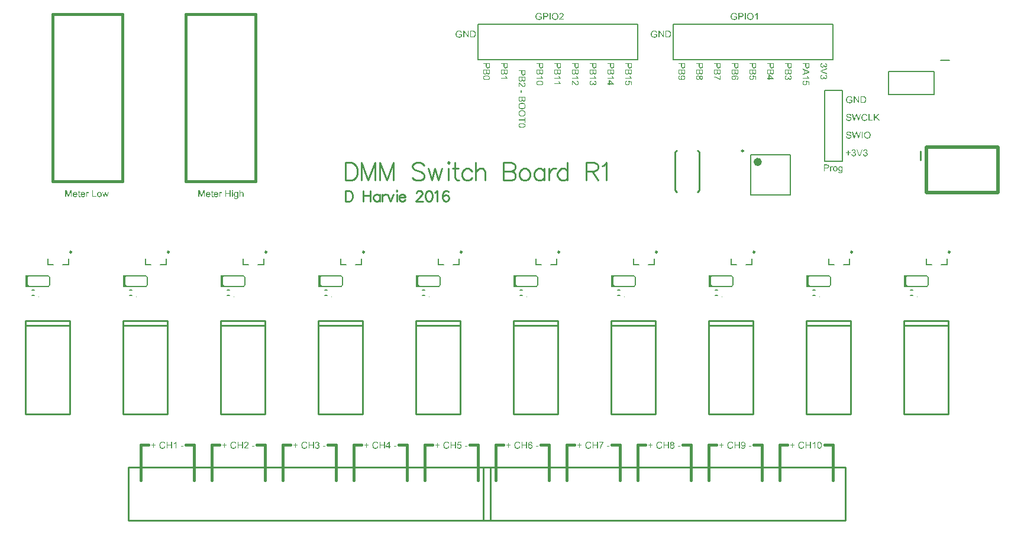
<source format=gto>
G04 Layer_Color=15065295*
%FSAX44Y44*%
%MOMM*%
G71*
G01*
G75*
%ADD28C,0.3810*%
%ADD29C,0.2032*%
%ADD30C,0.2540*%
%ADD40C,0.2500*%
%ADD41C,0.1000*%
%ADD42C,0.6000*%
%ADD43C,0.2000*%
%ADD44C,0.5000*%
%ADD45R,0.5842X0.1651*%
%ADD46R,0.4572X1.7018*%
%ADD47R,0.6502X0.1854*%
G36*
X00812633Y00611304D02*
X00812697D01*
X00812866Y00611294D01*
X00813067Y00611273D01*
X00813310Y00611241D01*
X00813563Y00611209D01*
X00813848Y00611157D01*
X00814155Y00611082D01*
X00814461Y00610998D01*
X00814778Y00610892D01*
X00815095Y00610766D01*
X00815412Y00610618D01*
X00815708Y00610449D01*
X00816004Y00610248D01*
X00816268Y00610015D01*
X00816279Y00610005D01*
X00816332Y00609952D01*
X00816395Y00609878D01*
X00816479Y00609783D01*
X00816585Y00609646D01*
X00816701Y00609498D01*
X00816828Y00609318D01*
X00816955Y00609107D01*
X00817082Y00608874D01*
X00817209Y00608621D01*
X00817325Y00608346D01*
X00817430Y00608039D01*
X00817515Y00607722D01*
X00817579Y00607384D01*
X00817631Y00607025D01*
X00817642Y00606645D01*
Y00606634D01*
Y00606581D01*
Y00606518D01*
X00817631Y00606423D01*
X00817621Y00606296D01*
X00817610Y00606159D01*
X00817589Y00606011D01*
X00817557Y00605842D01*
X00817526Y00605651D01*
X00817483Y00605461D01*
X00817430Y00605261D01*
X00817367Y00605049D01*
X00817293Y00604838D01*
X00817209Y00604627D01*
X00817113Y00604426D01*
X00816997Y00604214D01*
X00816987Y00604204D01*
X00816966Y00604162D01*
X00816934Y00604109D01*
X00816881Y00604035D01*
X00816818Y00603940D01*
X00816733Y00603845D01*
X00816638Y00603728D01*
X00816532Y00603601D01*
X00816406Y00603464D01*
X00816268Y00603327D01*
X00816120Y00603189D01*
X00815962Y00603052D01*
X00815793Y00602925D01*
X00815602Y00602788D01*
X00815402Y00602672D01*
X00815190Y00602556D01*
X00815180Y00602545D01*
X00815138Y00602534D01*
X00815074Y00602503D01*
X00814990Y00602471D01*
X00814884Y00602418D01*
X00814747Y00602376D01*
X00814599Y00602323D01*
X00814430Y00602270D01*
X00814250Y00602217D01*
X00814049Y00602164D01*
X00813827Y00602112D01*
X00813605Y00602069D01*
X00813363Y00602038D01*
X00813109Y00602006D01*
X00812855Y00601995D01*
X00812580Y00601985D01*
X00812433D01*
X00812327Y00601995D01*
X00812200Y00602006D01*
X00812052Y00602017D01*
X00811883Y00602038D01*
X00811693Y00602059D01*
X00811492Y00602090D01*
X00811281Y00602133D01*
X00811059Y00602175D01*
X00810837Y00602239D01*
X00810605Y00602312D01*
X00810383Y00602386D01*
X00810150Y00602481D01*
X00809928Y00602587D01*
X00809918Y00602598D01*
X00809875Y00602619D01*
X00809812Y00602651D01*
X00809738Y00602693D01*
X00809643Y00602756D01*
X00809527Y00602830D01*
X00809400Y00602925D01*
X00809263Y00603020D01*
X00809125Y00603137D01*
X00808977Y00603263D01*
X00808829Y00603411D01*
X00808681Y00603559D01*
X00808544Y00603718D01*
X00808407Y00603897D01*
X00808270Y00604088D01*
X00808153Y00604288D01*
X00808143Y00604299D01*
X00808132Y00604341D01*
X00808100Y00604394D01*
X00808058Y00604478D01*
X00808016Y00604584D01*
X00807963Y00604700D01*
X00807910Y00604838D01*
X00807857Y00604996D01*
X00807804Y00605165D01*
X00807752Y00605345D01*
X00807699Y00605546D01*
X00807657Y00605746D01*
X00807583Y00606190D01*
X00807572Y00606423D01*
X00807561Y00606655D01*
Y00606666D01*
Y00606719D01*
Y00606793D01*
X00807572Y00606888D01*
X00807583Y00607004D01*
X00807593Y00607152D01*
X00807614Y00607300D01*
X00807646Y00607479D01*
X00807678Y00607659D01*
X00807720Y00607860D01*
X00807773Y00608061D01*
X00807836Y00608272D01*
X00807910Y00608483D01*
X00808005Y00608694D01*
X00808100Y00608906D01*
X00808217Y00609117D01*
X00808227Y00609128D01*
X00808248Y00609160D01*
X00808291Y00609223D01*
X00808343Y00609297D01*
X00808407Y00609381D01*
X00808491Y00609487D01*
X00808586Y00609603D01*
X00808692Y00609730D01*
X00808819Y00609867D01*
X00808956Y00609994D01*
X00809104Y00610132D01*
X00809263Y00610269D01*
X00809442Y00610406D01*
X00809622Y00610533D01*
X00809823Y00610649D01*
X00810034Y00610766D01*
X00810045Y00610776D01*
X00810087Y00610787D01*
X00810150Y00610818D01*
X00810235Y00610850D01*
X00810340Y00610892D01*
X00810467Y00610935D01*
X00810605Y00610987D01*
X00810774Y00611040D01*
X00810943Y00611093D01*
X00811133Y00611146D01*
X00811334Y00611188D01*
X00811545Y00611231D01*
X00811989Y00611294D01*
X00812232Y00611304D01*
X00812464Y00611315D01*
X00812570D01*
X00812633Y00611304D01*
D02*
G37*
G36*
X00817473Y00616408D02*
Y00616397D01*
Y00616355D01*
Y00616302D01*
Y00616228D01*
X00817462Y00616133D01*
Y00616017D01*
X00817452Y00615901D01*
X00817430Y00615764D01*
X00817399Y00615489D01*
X00817346Y00615182D01*
X00817272Y00614897D01*
X00817166Y00614622D01*
Y00614612D01*
X00817156Y00614591D01*
X00817135Y00614559D01*
X00817113Y00614506D01*
X00817040Y00614390D01*
X00816945Y00614231D01*
X00816818Y00614062D01*
X00816659Y00613893D01*
X00816469Y00613724D01*
X00816258Y00613566D01*
X00816247D01*
X00816226Y00613545D01*
X00816194Y00613534D01*
X00816152Y00613502D01*
X00816099Y00613471D01*
X00816025Y00613439D01*
X00815867Y00613365D01*
X00815676Y00613302D01*
X00815455Y00613238D01*
X00815222Y00613196D01*
X00814969Y00613175D01*
X00814863D01*
X00814747Y00613196D01*
X00814588Y00613217D01*
X00814408Y00613259D01*
X00814208Y00613323D01*
X00814007Y00613407D01*
X00813796Y00613523D01*
X00813785D01*
X00813774Y00613534D01*
X00813743Y00613555D01*
X00813701Y00613587D01*
X00813605Y00613661D01*
X00813479Y00613777D01*
X00813341Y00613914D01*
X00813193Y00614094D01*
X00813046Y00614295D01*
X00812908Y00614538D01*
Y00614527D01*
X00812897Y00614496D01*
X00812876Y00614453D01*
X00812855Y00614390D01*
X00812824Y00614316D01*
X00812792Y00614231D01*
X00812697Y00614041D01*
X00812580Y00613819D01*
X00812422Y00613597D01*
X00812242Y00613376D01*
X00812020Y00613185D01*
X00812010Y00613175D01*
X00811989Y00613164D01*
X00811957Y00613143D01*
X00811915Y00613111D01*
X00811852Y00613069D01*
X00811777Y00613027D01*
X00811693Y00612985D01*
X00811598Y00612942D01*
X00811386Y00612858D01*
X00811133Y00612773D01*
X00810848Y00612720D01*
X00810700Y00612699D01*
X00810425D01*
X00810362Y00612710D01*
X00810298D01*
X00810129Y00612731D01*
X00809928Y00612773D01*
X00809717Y00612826D01*
X00809485Y00612900D01*
X00809263Y00612995D01*
X00809252D01*
X00809242Y00613006D01*
X00809210Y00613027D01*
X00809168Y00613048D01*
X00809062Y00613111D01*
X00808935Y00613196D01*
X00808787Y00613291D01*
X00808639Y00613418D01*
X00808491Y00613555D01*
X00808354Y00613714D01*
X00808343Y00613735D01*
X00808301Y00613787D01*
X00808248Y00613883D01*
X00808174Y00614009D01*
X00808100Y00614157D01*
X00808016Y00614337D01*
X00807942Y00614548D01*
X00807878Y00614781D01*
Y00614791D01*
X00807868Y00614813D01*
Y00614844D01*
X00807857Y00614897D01*
X00807847Y00614960D01*
X00807826Y00615034D01*
X00807815Y00615119D01*
X00807804Y00615214D01*
X00807783Y00615320D01*
X00807773Y00615447D01*
X00807741Y00615711D01*
X00807731Y00616017D01*
X00807720Y00616355D01*
Y00620064D01*
X00817473D01*
Y00616408D01*
D02*
G37*
G36*
X00811852Y00625263D02*
X00810647D01*
Y00628950D01*
X00811852D01*
Y00625263D01*
D02*
G37*
G36*
X00812813Y00581877D02*
X00812961D01*
X00813130Y00581866D01*
X00813320Y00581856D01*
X00813521Y00581845D01*
X00813743Y00581824D01*
X00813965Y00581803D01*
X00814430Y00581740D01*
X00814884Y00581655D01*
X00815106Y00581602D01*
X00815307Y00581539D01*
X00815317D01*
X00815349Y00581518D01*
X00815412Y00581497D01*
X00815486Y00581475D01*
X00815571Y00581433D01*
X00815676Y00581391D01*
X00815782Y00581338D01*
X00815909Y00581275D01*
X00816173Y00581127D01*
X00816437Y00580937D01*
X00816701Y00580725D01*
X00816818Y00580609D01*
X00816934Y00580482D01*
X00816945Y00580472D01*
X00816955Y00580451D01*
X00816987Y00580408D01*
X00817018Y00580355D01*
X00817071Y00580292D01*
X00817113Y00580207D01*
X00817166Y00580112D01*
X00817219Y00579996D01*
X00817272Y00579880D01*
X00817325Y00579743D01*
X00817378Y00579595D01*
X00817420Y00579447D01*
X00817452Y00579278D01*
X00817483Y00579098D01*
X00817494Y00578908D01*
X00817505Y00578718D01*
Y00578707D01*
Y00578686D01*
Y00578644D01*
Y00578591D01*
X00817494Y00578517D01*
X00817483Y00578443D01*
X00817462Y00578253D01*
X00817430Y00578041D01*
X00817367Y00577809D01*
X00817293Y00577576D01*
X00817188Y00577344D01*
Y00577333D01*
X00817177Y00577312D01*
X00817156Y00577281D01*
X00817124Y00577238D01*
X00817061Y00577133D01*
X00816955Y00576995D01*
X00816828Y00576837D01*
X00816670Y00576678D01*
X00816479Y00576509D01*
X00816268Y00576361D01*
X00816258D01*
X00816236Y00576340D01*
X00816205Y00576330D01*
X00816163Y00576298D01*
X00816110Y00576266D01*
X00816036Y00576224D01*
X00815951Y00576192D01*
X00815867Y00576139D01*
X00815655Y00576044D01*
X00815412Y00575949D01*
X00815127Y00575844D01*
X00814821Y00575759D01*
X00814810D01*
X00814778Y00575748D01*
X00814736Y00575738D01*
X00814662Y00575727D01*
X00814578Y00575706D01*
X00814472Y00575685D01*
X00814356Y00575664D01*
X00814218Y00575643D01*
X00814060Y00575632D01*
X00813891Y00575611D01*
X00813701Y00575590D01*
X00813500Y00575569D01*
X00813278Y00575558D01*
X00813046Y00575548D01*
X00812792Y00575537D01*
X00812242D01*
X00812094Y00575548D01*
X00811936Y00575558D01*
X00811746Y00575569D01*
X00811545Y00575579D01*
X00811323Y00575601D01*
X00811101Y00575622D01*
X00810636Y00575685D01*
X00810182Y00575780D01*
X00809960Y00575833D01*
X00809759Y00575896D01*
X00809749D01*
X00809717Y00575918D01*
X00809654Y00575928D01*
X00809590Y00575960D01*
X00809495Y00576002D01*
X00809400Y00576044D01*
X00809284Y00576097D01*
X00809157Y00576161D01*
X00808893Y00576309D01*
X00808629Y00576488D01*
X00808365Y00576699D01*
X00808248Y00576826D01*
X00808132Y00576953D01*
X00808121Y00576964D01*
X00808111Y00576985D01*
X00808079Y00577027D01*
X00808048Y00577080D01*
X00808005Y00577143D01*
X00807952Y00577228D01*
X00807900Y00577323D01*
X00807847Y00577439D01*
X00807794Y00577555D01*
X00807741Y00577693D01*
X00807699Y00577830D01*
X00807646Y00577989D01*
X00807614Y00578158D01*
X00807583Y00578337D01*
X00807572Y00578517D01*
X00807561Y00578718D01*
Y00578728D01*
Y00578781D01*
X00807572Y00578855D01*
X00807583Y00578950D01*
X00807593Y00579066D01*
X00807614Y00579204D01*
X00807646Y00579352D01*
X00807688Y00579521D01*
X00807741Y00579690D01*
X00807804Y00579869D01*
X00807889Y00580060D01*
X00807984Y00580239D01*
X00808100Y00580419D01*
X00808238Y00580598D01*
X00808386Y00580768D01*
X00808565Y00580926D01*
X00808576Y00580937D01*
X00808618Y00580968D01*
X00808692Y00581011D01*
X00808798Y00581074D01*
X00808935Y00581148D01*
X00809094Y00581232D01*
X00809294Y00581317D01*
X00809516Y00581401D01*
X00809780Y00581497D01*
X00810066Y00581581D01*
X00810393Y00581666D01*
X00810753Y00581740D01*
X00811143Y00581803D01*
X00811566Y00581845D01*
X00812031Y00581877D01*
X00812528Y00581888D01*
X00812697D01*
X00812813Y00581877D01*
D02*
G37*
G36*
X00817473Y00582743D02*
X00816321D01*
Y00585956D01*
X00807720D01*
Y00587245D01*
X00816321D01*
Y00590457D01*
X00817473D01*
Y00582743D01*
D02*
G37*
G36*
X00812633Y00600706D02*
X00812697D01*
X00812866Y00600696D01*
X00813067Y00600675D01*
X00813310Y00600643D01*
X00813563Y00600611D01*
X00813848Y00600558D01*
X00814155Y00600484D01*
X00814461Y00600400D01*
X00814778Y00600294D01*
X00815095Y00600168D01*
X00815412Y00600019D01*
X00815708Y00599851D01*
X00816004Y00599650D01*
X00816268Y00599417D01*
X00816279Y00599407D01*
X00816332Y00599354D01*
X00816395Y00599280D01*
X00816479Y00599185D01*
X00816585Y00599047D01*
X00816701Y00598899D01*
X00816828Y00598720D01*
X00816955Y00598508D01*
X00817082Y00598276D01*
X00817209Y00598022D01*
X00817325Y00597748D01*
X00817430Y00597441D01*
X00817515Y00597124D01*
X00817579Y00596786D01*
X00817631Y00596427D01*
X00817642Y00596047D01*
Y00596036D01*
Y00595983D01*
Y00595920D01*
X00817631Y00595825D01*
X00817621Y00595698D01*
X00817610Y00595560D01*
X00817589Y00595413D01*
X00817557Y00595243D01*
X00817526Y00595053D01*
X00817483Y00594863D01*
X00817430Y00594662D01*
X00817367Y00594451D01*
X00817293Y00594240D01*
X00817209Y00594028D01*
X00817113Y00593828D01*
X00816997Y00593616D01*
X00816987Y00593606D01*
X00816966Y00593563D01*
X00816934Y00593511D01*
X00816881Y00593437D01*
X00816818Y00593342D01*
X00816733Y00593246D01*
X00816638Y00593130D01*
X00816532Y00593003D01*
X00816406Y00592866D01*
X00816268Y00592729D01*
X00816120Y00592591D01*
X00815962Y00592454D01*
X00815793Y00592327D01*
X00815602Y00592190D01*
X00815402Y00592074D01*
X00815190Y00591957D01*
X00815180Y00591947D01*
X00815138Y00591936D01*
X00815074Y00591904D01*
X00814990Y00591873D01*
X00814884Y00591820D01*
X00814747Y00591778D01*
X00814599Y00591725D01*
X00814430Y00591672D01*
X00814250Y00591619D01*
X00814049Y00591566D01*
X00813827Y00591514D01*
X00813605Y00591471D01*
X00813363Y00591440D01*
X00813109Y00591408D01*
X00812855Y00591397D01*
X00812580Y00591387D01*
X00812433D01*
X00812327Y00591397D01*
X00812200Y00591408D01*
X00812052Y00591418D01*
X00811883Y00591440D01*
X00811693Y00591461D01*
X00811492Y00591492D01*
X00811281Y00591535D01*
X00811059Y00591577D01*
X00810837Y00591640D01*
X00810605Y00591714D01*
X00810383Y00591788D01*
X00810150Y00591883D01*
X00809928Y00591989D01*
X00809918Y00592000D01*
X00809875Y00592021D01*
X00809812Y00592052D01*
X00809738Y00592095D01*
X00809643Y00592158D01*
X00809527Y00592232D01*
X00809400Y00592327D01*
X00809263Y00592422D01*
X00809125Y00592538D01*
X00808977Y00592665D01*
X00808829Y00592813D01*
X00808681Y00592961D01*
X00808544Y00593120D01*
X00808407Y00593299D01*
X00808270Y00593489D01*
X00808153Y00593690D01*
X00808143Y00593701D01*
X00808132Y00593743D01*
X00808100Y00593796D01*
X00808058Y00593880D01*
X00808016Y00593986D01*
X00807963Y00594102D01*
X00807910Y00594240D01*
X00807857Y00594398D01*
X00807804Y00594567D01*
X00807752Y00594747D01*
X00807699Y00594948D01*
X00807657Y00595148D01*
X00807583Y00595592D01*
X00807572Y00595825D01*
X00807561Y00596057D01*
Y00596068D01*
Y00596120D01*
Y00596194D01*
X00807572Y00596290D01*
X00807583Y00596406D01*
X00807593Y00596554D01*
X00807614Y00596702D01*
X00807646Y00596881D01*
X00807678Y00597061D01*
X00807720Y00597262D01*
X00807773Y00597463D01*
X00807836Y00597674D01*
X00807910Y00597885D01*
X00808005Y00598096D01*
X00808100Y00598308D01*
X00808217Y00598519D01*
X00808227Y00598530D01*
X00808248Y00598561D01*
X00808291Y00598625D01*
X00808343Y00598699D01*
X00808407Y00598783D01*
X00808491Y00598889D01*
X00808586Y00599005D01*
X00808692Y00599132D01*
X00808819Y00599269D01*
X00808956Y00599396D01*
X00809104Y00599534D01*
X00809263Y00599671D01*
X00809442Y00599808D01*
X00809622Y00599935D01*
X00809823Y00600051D01*
X00810034Y00600168D01*
X00810045Y00600178D01*
X00810087Y00600189D01*
X00810150Y00600220D01*
X00810235Y00600252D01*
X00810340Y00600294D01*
X00810467Y00600336D01*
X00810605Y00600389D01*
X00810774Y00600442D01*
X00810943Y00600495D01*
X00811133Y00600548D01*
X00811334Y00600590D01*
X00811545Y00600632D01*
X00811989Y00600696D01*
X00812232Y00600706D01*
X00812464Y00600717D01*
X00812570D01*
X00812633Y00600706D01*
D02*
G37*
G36*
X00789664Y00649402D02*
X00789674Y00649370D01*
X00789706Y00649317D01*
X00789738Y00649243D01*
X00789780Y00649159D01*
X00789843Y00649053D01*
X00789907Y00648937D01*
X00789970Y00648821D01*
X00790139Y00648546D01*
X00790340Y00648250D01*
X00790551Y00647944D01*
X00790794Y00647658D01*
X00790805Y00647648D01*
X00790826Y00647627D01*
X00790858Y00647585D01*
X00790910Y00647532D01*
X00790974Y00647479D01*
X00791037Y00647405D01*
X00791217Y00647246D01*
X00791407Y00647067D01*
X00791629Y00646887D01*
X00791861Y00646729D01*
X00792104Y00646591D01*
Y00645820D01*
X00782320D01*
Y00647014D01*
X00789938D01*
X00789917Y00647035D01*
X00789864Y00647088D01*
X00789790Y00647183D01*
X00789685Y00647320D01*
X00789558Y00647479D01*
X00789421Y00647680D01*
X00789273Y00647902D01*
X00789114Y00648155D01*
Y00648166D01*
X00789093Y00648187D01*
X00789072Y00648219D01*
X00789051Y00648271D01*
X00789008Y00648335D01*
X00788977Y00648409D01*
X00788882Y00648578D01*
X00788787Y00648768D01*
X00788681Y00648979D01*
X00788586Y00649201D01*
X00788501Y00649413D01*
X00789653D01*
X00789664Y00649402D01*
D02*
G37*
G36*
X00792073Y00655330D02*
Y00655319D01*
Y00655277D01*
Y00655224D01*
Y00655150D01*
X00792062Y00655055D01*
Y00654939D01*
X00792052Y00654823D01*
X00792030Y00654685D01*
X00791999Y00654410D01*
X00791946Y00654104D01*
X00791872Y00653819D01*
X00791766Y00653544D01*
Y00653533D01*
X00791756Y00653512D01*
X00791735Y00653481D01*
X00791713Y00653428D01*
X00791640Y00653312D01*
X00791544Y00653153D01*
X00791418Y00652984D01*
X00791259Y00652815D01*
X00791069Y00652646D01*
X00790858Y00652487D01*
X00790847D01*
X00790826Y00652466D01*
X00790794Y00652456D01*
X00790752Y00652424D01*
X00790699Y00652392D01*
X00790625Y00652361D01*
X00790467Y00652287D01*
X00790276Y00652223D01*
X00790055Y00652160D01*
X00789822Y00652118D01*
X00789569Y00652096D01*
X00789463D01*
X00789347Y00652118D01*
X00789188Y00652139D01*
X00789008Y00652181D01*
X00788808Y00652244D01*
X00788607Y00652329D01*
X00788396Y00652445D01*
X00788385D01*
X00788374Y00652456D01*
X00788343Y00652477D01*
X00788301Y00652508D01*
X00788205Y00652582D01*
X00788079Y00652699D01*
X00787941Y00652836D01*
X00787793Y00653016D01*
X00787645Y00653216D01*
X00787508Y00653459D01*
Y00653449D01*
X00787497Y00653417D01*
X00787476Y00653375D01*
X00787455Y00653312D01*
X00787424Y00653238D01*
X00787392Y00653153D01*
X00787297Y00652963D01*
X00787180Y00652741D01*
X00787022Y00652519D01*
X00786842Y00652297D01*
X00786620Y00652107D01*
X00786610Y00652096D01*
X00786589Y00652086D01*
X00786557Y00652065D01*
X00786515Y00652033D01*
X00786451Y00651991D01*
X00786377Y00651948D01*
X00786293Y00651906D01*
X00786198Y00651864D01*
X00785986Y00651779D01*
X00785733Y00651695D01*
X00785448Y00651642D01*
X00785300Y00651621D01*
X00785025D01*
X00784962Y00651631D01*
X00784898D01*
X00784729Y00651653D01*
X00784528Y00651695D01*
X00784317Y00651748D01*
X00784085Y00651822D01*
X00783863Y00651917D01*
X00783852D01*
X00783842Y00651927D01*
X00783810Y00651948D01*
X00783768Y00651970D01*
X00783662Y00652033D01*
X00783535Y00652118D01*
X00783387Y00652213D01*
X00783239Y00652339D01*
X00783091Y00652477D01*
X00782954Y00652635D01*
X00782943Y00652656D01*
X00782901Y00652709D01*
X00782848Y00652804D01*
X00782774Y00652931D01*
X00782700Y00653079D01*
X00782616Y00653259D01*
X00782542Y00653470D01*
X00782478Y00653702D01*
Y00653713D01*
X00782468Y00653734D01*
Y00653766D01*
X00782457Y00653819D01*
X00782447Y00653882D01*
X00782426Y00653956D01*
X00782415Y00654041D01*
X00782404Y00654136D01*
X00782383Y00654241D01*
X00782373Y00654368D01*
X00782341Y00654632D01*
X00782331Y00654939D01*
X00782320Y00655277D01*
Y00658986D01*
X00792073D01*
Y00655330D01*
D02*
G37*
G36*
Y00664343D02*
Y00664332D01*
Y00664301D01*
Y00664248D01*
Y00664184D01*
Y00664100D01*
Y00664005D01*
X00792062Y00663793D01*
X00792052Y00663550D01*
X00792030Y00663307D01*
X00792009Y00663075D01*
X00791999Y00662959D01*
X00791978Y00662864D01*
Y00662853D01*
X00791967Y00662832D01*
Y00662790D01*
X00791957Y00662747D01*
X00791935Y00662684D01*
X00791925Y00662610D01*
X00791872Y00662441D01*
X00791809Y00662251D01*
X00791724Y00662050D01*
X00791629Y00661849D01*
X00791513Y00661659D01*
Y00661648D01*
X00791502Y00661638D01*
X00791449Y00661574D01*
X00791375Y00661490D01*
X00791270Y00661374D01*
X00791143Y00661257D01*
X00790974Y00661120D01*
X00790794Y00660993D01*
X00790572Y00660877D01*
X00790562D01*
X00790541Y00660866D01*
X00790509Y00660845D01*
X00790467Y00660824D01*
X00790414Y00660803D01*
X00790340Y00660782D01*
X00790181Y00660719D01*
X00789981Y00660666D01*
X00789759Y00660613D01*
X00789505Y00660581D01*
X00789241Y00660571D01*
X00789125D01*
X00789030Y00660581D01*
X00788924Y00660592D01*
X00788808Y00660613D01*
X00788670Y00660634D01*
X00788512Y00660666D01*
X00788353Y00660708D01*
X00788184Y00660761D01*
X00788015Y00660824D01*
X00787836Y00660909D01*
X00787656Y00660993D01*
X00787476Y00661099D01*
X00787307Y00661226D01*
X00787138Y00661363D01*
X00787128Y00661374D01*
X00787107Y00661405D01*
X00787064Y00661448D01*
X00787001Y00661522D01*
X00786937Y00661606D01*
X00786864Y00661722D01*
X00786790Y00661860D01*
X00786716Y00662018D01*
X00786631Y00662208D01*
X00786557Y00662409D01*
X00786483Y00662652D01*
X00786420Y00662906D01*
X00786367Y00663202D01*
X00786325Y00663519D01*
X00786293Y00663857D01*
X00786282Y00664237D01*
Y00666731D01*
X00782320D01*
Y00668020D01*
X00792073D01*
Y00664343D01*
D02*
G37*
G36*
X00807984Y00640320D02*
X00808111Y00640309D01*
X00808248Y00640277D01*
X00808396Y00640246D01*
X00808544Y00640193D01*
X00808555D01*
X00808576Y00640182D01*
X00808608Y00640172D01*
X00808660Y00640151D01*
X00808713Y00640119D01*
X00808787Y00640087D01*
X00808956Y00640003D01*
X00809157Y00639897D01*
X00809379Y00639760D01*
X00809611Y00639601D01*
X00809844Y00639411D01*
X00809854Y00639400D01*
X00809875Y00639390D01*
X00809907Y00639358D01*
X00809960Y00639305D01*
X00810013Y00639253D01*
X00810087Y00639179D01*
X00810171Y00639105D01*
X00810266Y00639010D01*
X00810372Y00638904D01*
X00810478Y00638788D01*
X00810605Y00638661D01*
X00810731Y00638513D01*
X00810869Y00638365D01*
X00811006Y00638196D01*
X00811154Y00638027D01*
X00811313Y00637837D01*
X00811323Y00637816D01*
X00811376Y00637763D01*
X00811439Y00637689D01*
X00811535Y00637583D01*
X00811640Y00637456D01*
X00811767Y00637308D01*
X00811904Y00637139D01*
X00812063Y00636970D01*
X00812390Y00636611D01*
X00812739Y00636262D01*
X00812908Y00636093D01*
X00813077Y00635935D01*
X00813236Y00635797D01*
X00813384Y00635681D01*
X00813394Y00635671D01*
X00813415Y00635660D01*
X00813458Y00635628D01*
X00813510Y00635597D01*
X00813584Y00635544D01*
X00813658Y00635502D01*
X00813848Y00635396D01*
X00814070Y00635290D01*
X00814313Y00635195D01*
X00814567Y00635132D01*
X00814694Y00635121D01*
X00814821Y00635111D01*
X00814895D01*
X00814937Y00635121D01*
X00815000D01*
X00815074Y00635142D01*
X00815233Y00635174D01*
X00815423Y00635237D01*
X00815624Y00635332D01*
X00815729Y00635385D01*
X00815824Y00635459D01*
X00815919Y00635533D01*
X00816015Y00635628D01*
X00816025Y00635639D01*
X00816036Y00635649D01*
X00816057Y00635681D01*
X00816089Y00635723D01*
X00816131Y00635776D01*
X00816173Y00635840D01*
X00816268Y00635988D01*
X00816353Y00636188D01*
X00816437Y00636410D01*
X00816490Y00636674D01*
X00816511Y00636822D01*
Y00636970D01*
Y00636981D01*
Y00637012D01*
Y00637055D01*
X00816501Y00637118D01*
Y00637192D01*
X00816479Y00637277D01*
X00816448Y00637467D01*
X00816384Y00637689D01*
X00816289Y00637921D01*
X00816226Y00638037D01*
X00816163Y00638154D01*
X00816078Y00638259D01*
X00815983Y00638365D01*
X00815972Y00638376D01*
X00815962Y00638386D01*
X00815930Y00638407D01*
X00815888Y00638450D01*
X00815835Y00638481D01*
X00815772Y00638523D01*
X00815698Y00638576D01*
X00815613Y00638619D01*
X00815518Y00638671D01*
X00815412Y00638714D01*
X00815159Y00638798D01*
X00814884Y00638862D01*
X00814725Y00638872D01*
X00814557Y00638883D01*
X00814683Y00640108D01*
X00814704D01*
X00814747Y00640098D01*
X00814810Y00640087D01*
X00814905Y00640077D01*
X00815021Y00640056D01*
X00815159Y00640024D01*
X00815307Y00639992D01*
X00815465Y00639939D01*
X00815624Y00639887D01*
X00815803Y00639823D01*
X00815972Y00639739D01*
X00816141Y00639654D01*
X00816321Y00639548D01*
X00816479Y00639432D01*
X00816638Y00639305D01*
X00816775Y00639157D01*
X00816786Y00639147D01*
X00816807Y00639115D01*
X00816839Y00639073D01*
X00816892Y00639010D01*
X00816945Y00638925D01*
X00817008Y00638819D01*
X00817071Y00638703D01*
X00817145Y00638566D01*
X00817209Y00638418D01*
X00817272Y00638249D01*
X00817335Y00638069D01*
X00817388Y00637868D01*
X00817441Y00637657D01*
X00817473Y00637435D01*
X00817494Y00637192D01*
X00817505Y00636939D01*
Y00636917D01*
Y00636875D01*
Y00636801D01*
X00817494Y00636706D01*
X00817483Y00636590D01*
X00817462Y00636452D01*
X00817441Y00636294D01*
X00817409Y00636135D01*
X00817367Y00635956D01*
X00817314Y00635776D01*
X00817251Y00635586D01*
X00817177Y00635406D01*
X00817082Y00635216D01*
X00816976Y00635037D01*
X00816860Y00634868D01*
X00816723Y00634709D01*
X00816712Y00634698D01*
X00816691Y00634677D01*
X00816638Y00634635D01*
X00816585Y00634582D01*
X00816511Y00634519D01*
X00816416Y00634445D01*
X00816311Y00634371D01*
X00816184Y00634297D01*
X00816057Y00634223D01*
X00815909Y00634149D01*
X00815751Y00634075D01*
X00815581Y00634012D01*
X00815391Y00633959D01*
X00815201Y00633917D01*
X00815000Y00633895D01*
X00814789Y00633885D01*
X00814694D01*
X00814578Y00633895D01*
X00814430Y00633917D01*
X00814250Y00633948D01*
X00814060Y00633991D01*
X00813848Y00634043D01*
X00813637Y00634128D01*
X00813627D01*
X00813616Y00634138D01*
X00813584Y00634149D01*
X00813542Y00634170D01*
X00813426Y00634234D01*
X00813278Y00634318D01*
X00813098Y00634434D01*
X00812897Y00634572D01*
X00812686Y00634730D01*
X00812454Y00634931D01*
X00812443Y00634941D01*
X00812422Y00634952D01*
X00812390Y00634994D01*
X00812337Y00635037D01*
X00812274Y00635100D01*
X00812200Y00635174D01*
X00812105Y00635258D01*
X00812010Y00635364D01*
X00811894Y00635491D01*
X00811767Y00635628D01*
X00811619Y00635776D01*
X00811471Y00635945D01*
X00811302Y00636125D01*
X00811133Y00636326D01*
X00810943Y00636548D01*
X00810742Y00636780D01*
X00810731Y00636791D01*
X00810700Y00636822D01*
X00810658Y00636886D01*
X00810594Y00636949D01*
X00810520Y00637044D01*
X00810436Y00637139D01*
X00810245Y00637361D01*
X00810045Y00637594D01*
X00809833Y00637816D01*
X00809738Y00637921D01*
X00809654Y00638016D01*
X00809569Y00638101D01*
X00809506Y00638164D01*
X00809495Y00638175D01*
X00809453Y00638217D01*
X00809389Y00638270D01*
X00809305Y00638344D01*
X00809210Y00638428D01*
X00809104Y00638513D01*
X00808872Y00638682D01*
Y00633874D01*
X00807720D01*
Y00640330D01*
X00807878D01*
X00807984Y00640320D01*
D02*
G37*
G36*
X00817473Y00645170D02*
Y00645159D01*
Y00645117D01*
Y00645064D01*
Y00644990D01*
X00817462Y00644895D01*
Y00644779D01*
X00817452Y00644663D01*
X00817430Y00644525D01*
X00817399Y00644250D01*
X00817346Y00643944D01*
X00817272Y00643659D01*
X00817166Y00643384D01*
Y00643373D01*
X00817156Y00643352D01*
X00817135Y00643321D01*
X00817113Y00643268D01*
X00817040Y00643152D01*
X00816945Y00642993D01*
X00816818Y00642824D01*
X00816659Y00642655D01*
X00816469Y00642486D01*
X00816258Y00642327D01*
X00816247D01*
X00816226Y00642306D01*
X00816194Y00642296D01*
X00816152Y00642264D01*
X00816099Y00642232D01*
X00816025Y00642201D01*
X00815867Y00642127D01*
X00815676Y00642063D01*
X00815455Y00642000D01*
X00815222Y00641958D01*
X00814969Y00641936D01*
X00814863D01*
X00814747Y00641958D01*
X00814588Y00641979D01*
X00814408Y00642021D01*
X00814208Y00642084D01*
X00814007Y00642169D01*
X00813796Y00642285D01*
X00813785D01*
X00813774Y00642296D01*
X00813743Y00642317D01*
X00813701Y00642348D01*
X00813605Y00642422D01*
X00813479Y00642539D01*
X00813341Y00642676D01*
X00813193Y00642856D01*
X00813046Y00643056D01*
X00812908Y00643299D01*
Y00643289D01*
X00812897Y00643257D01*
X00812876Y00643215D01*
X00812855Y00643152D01*
X00812824Y00643078D01*
X00812792Y00642993D01*
X00812697Y00642803D01*
X00812580Y00642581D01*
X00812422Y00642359D01*
X00812242Y00642137D01*
X00812020Y00641947D01*
X00812010Y00641936D01*
X00811989Y00641926D01*
X00811957Y00641905D01*
X00811915Y00641873D01*
X00811852Y00641831D01*
X00811777Y00641788D01*
X00811693Y00641746D01*
X00811598Y00641704D01*
X00811386Y00641619D01*
X00811133Y00641535D01*
X00810848Y00641482D01*
X00810700Y00641461D01*
X00810425D01*
X00810362Y00641471D01*
X00810298D01*
X00810129Y00641493D01*
X00809928Y00641535D01*
X00809717Y00641588D01*
X00809485Y00641662D01*
X00809263Y00641757D01*
X00809252D01*
X00809242Y00641767D01*
X00809210Y00641788D01*
X00809168Y00641810D01*
X00809062Y00641873D01*
X00808935Y00641958D01*
X00808787Y00642053D01*
X00808639Y00642179D01*
X00808491Y00642317D01*
X00808354Y00642475D01*
X00808343Y00642496D01*
X00808301Y00642549D01*
X00808248Y00642644D01*
X00808174Y00642771D01*
X00808100Y00642919D01*
X00808016Y00643099D01*
X00807942Y00643310D01*
X00807878Y00643542D01*
Y00643553D01*
X00807868Y00643574D01*
Y00643606D01*
X00807857Y00643659D01*
X00807847Y00643722D01*
X00807826Y00643796D01*
X00807815Y00643881D01*
X00807804Y00643976D01*
X00807783Y00644081D01*
X00807773Y00644208D01*
X00807741Y00644472D01*
X00807731Y00644779D01*
X00807720Y00645117D01*
Y00648826D01*
X00817473D01*
Y00645170D01*
D02*
G37*
G36*
Y00654183D02*
Y00654172D01*
Y00654141D01*
Y00654088D01*
Y00654024D01*
Y00653940D01*
Y00653845D01*
X00817462Y00653633D01*
X00817452Y00653390D01*
X00817430Y00653147D01*
X00817409Y00652915D01*
X00817399Y00652799D01*
X00817378Y00652704D01*
Y00652693D01*
X00817367Y00652672D01*
Y00652630D01*
X00817357Y00652587D01*
X00817335Y00652524D01*
X00817325Y00652450D01*
X00817272Y00652281D01*
X00817209Y00652091D01*
X00817124Y00651890D01*
X00817029Y00651689D01*
X00816913Y00651499D01*
Y00651488D01*
X00816902Y00651478D01*
X00816849Y00651414D01*
X00816775Y00651330D01*
X00816670Y00651214D01*
X00816543Y00651097D01*
X00816374Y00650960D01*
X00816194Y00650833D01*
X00815972Y00650717D01*
X00815962D01*
X00815941Y00650706D01*
X00815909Y00650685D01*
X00815867Y00650664D01*
X00815814Y00650643D01*
X00815740Y00650622D01*
X00815581Y00650559D01*
X00815381Y00650506D01*
X00815159Y00650453D01*
X00814905Y00650421D01*
X00814641Y00650411D01*
X00814525D01*
X00814430Y00650421D01*
X00814324Y00650432D01*
X00814208Y00650453D01*
X00814070Y00650474D01*
X00813912Y00650506D01*
X00813753Y00650548D01*
X00813584Y00650601D01*
X00813415Y00650664D01*
X00813236Y00650749D01*
X00813056Y00650833D01*
X00812876Y00650939D01*
X00812707Y00651066D01*
X00812538Y00651203D01*
X00812528Y00651214D01*
X00812507Y00651245D01*
X00812464Y00651288D01*
X00812401Y00651362D01*
X00812337Y00651446D01*
X00812264Y00651562D01*
X00812190Y00651700D01*
X00812116Y00651858D01*
X00812031Y00652048D01*
X00811957Y00652249D01*
X00811883Y00652492D01*
X00811820Y00652746D01*
X00811767Y00653042D01*
X00811725Y00653359D01*
X00811693Y00653697D01*
X00811682Y00654077D01*
Y00656571D01*
X00807720D01*
Y00657860D01*
X00817473D01*
Y00654183D01*
D02*
G37*
G36*
X00893673Y00664343D02*
Y00664332D01*
Y00664301D01*
Y00664248D01*
Y00664184D01*
Y00664100D01*
Y00664005D01*
X00893662Y00663793D01*
X00893652Y00663550D01*
X00893631Y00663307D01*
X00893609Y00663075D01*
X00893599Y00662959D01*
X00893578Y00662864D01*
Y00662853D01*
X00893567Y00662832D01*
Y00662790D01*
X00893557Y00662747D01*
X00893535Y00662684D01*
X00893525Y00662610D01*
X00893472Y00662441D01*
X00893409Y00662251D01*
X00893324Y00662050D01*
X00893229Y00661849D01*
X00893113Y00661659D01*
Y00661648D01*
X00893102Y00661638D01*
X00893049Y00661574D01*
X00892975Y00661490D01*
X00892870Y00661374D01*
X00892743Y00661257D01*
X00892574Y00661120D01*
X00892394Y00660993D01*
X00892172Y00660877D01*
X00892162D01*
X00892141Y00660866D01*
X00892109Y00660845D01*
X00892067Y00660824D01*
X00892014Y00660803D01*
X00891940Y00660782D01*
X00891781Y00660719D01*
X00891581Y00660666D01*
X00891359Y00660613D01*
X00891105Y00660581D01*
X00890841Y00660571D01*
X00890725D01*
X00890630Y00660581D01*
X00890524Y00660592D01*
X00890408Y00660613D01*
X00890270Y00660634D01*
X00890112Y00660666D01*
X00889953Y00660708D01*
X00889784Y00660761D01*
X00889615Y00660824D01*
X00889436Y00660909D01*
X00889256Y00660993D01*
X00889076Y00661099D01*
X00888907Y00661226D01*
X00888738Y00661363D01*
X00888728Y00661374D01*
X00888707Y00661405D01*
X00888664Y00661448D01*
X00888601Y00661522D01*
X00888538Y00661606D01*
X00888464Y00661722D01*
X00888390Y00661860D01*
X00888316Y00662018D01*
X00888231Y00662208D01*
X00888157Y00662409D01*
X00888083Y00662652D01*
X00888020Y00662906D01*
X00887967Y00663202D01*
X00887925Y00663519D01*
X00887893Y00663857D01*
X00887882Y00664237D01*
Y00666731D01*
X00883920D01*
Y00668020D01*
X00893673D01*
Y00664343D01*
D02*
G37*
G36*
X00865864Y00641826D02*
X00865874Y00641794D01*
X00865906Y00641741D01*
X00865938Y00641667D01*
X00865980Y00641583D01*
X00866043Y00641477D01*
X00866107Y00641361D01*
X00866170Y00641245D01*
X00866339Y00640970D01*
X00866540Y00640674D01*
X00866751Y00640368D01*
X00866994Y00640082D01*
X00867005Y00640072D01*
X00867026Y00640051D01*
X00867058Y00640008D01*
X00867111Y00639956D01*
X00867174Y00639903D01*
X00867237Y00639829D01*
X00867417Y00639670D01*
X00867607Y00639491D01*
X00867829Y00639311D01*
X00868062Y00639153D01*
X00868305Y00639015D01*
Y00638244D01*
X00858520D01*
Y00639438D01*
X00866138D01*
X00866117Y00639459D01*
X00866064Y00639512D01*
X00865990Y00639607D01*
X00865885Y00639744D01*
X00865758Y00639903D01*
X00865621Y00640104D01*
X00865473Y00640325D01*
X00865314Y00640579D01*
Y00640590D01*
X00865293Y00640611D01*
X00865272Y00640642D01*
X00865251Y00640695D01*
X00865209Y00640759D01*
X00865177Y00640833D01*
X00865082Y00641002D01*
X00864987Y00641192D01*
X00864881Y00641403D01*
X00864786Y00641625D01*
X00864701Y00641836D01*
X00865853D01*
X00865864Y00641826D01*
D02*
G37*
G36*
Y00649402D02*
X00865874Y00649370D01*
X00865906Y00649317D01*
X00865938Y00649243D01*
X00865980Y00649159D01*
X00866043Y00649053D01*
X00866107Y00648937D01*
X00866170Y00648821D01*
X00866339Y00648546D01*
X00866540Y00648250D01*
X00866751Y00647944D01*
X00866994Y00647658D01*
X00867005Y00647648D01*
X00867026Y00647627D01*
X00867058Y00647585D01*
X00867111Y00647532D01*
X00867174Y00647479D01*
X00867237Y00647405D01*
X00867417Y00647246D01*
X00867607Y00647067D01*
X00867829Y00646887D01*
X00868062Y00646729D01*
X00868305Y00646591D01*
Y00645820D01*
X00858520D01*
Y00647014D01*
X00866138D01*
X00866117Y00647035D01*
X00866064Y00647088D01*
X00865990Y00647183D01*
X00865885Y00647320D01*
X00865758Y00647479D01*
X00865621Y00647680D01*
X00865473Y00647902D01*
X00865314Y00648155D01*
Y00648166D01*
X00865293Y00648187D01*
X00865272Y00648219D01*
X00865251Y00648271D01*
X00865209Y00648335D01*
X00865177Y00648409D01*
X00865082Y00648578D01*
X00864987Y00648768D01*
X00864881Y00648979D01*
X00864786Y00649201D01*
X00864701Y00649413D01*
X00865853D01*
X00865864Y00649402D01*
D02*
G37*
G36*
X00884184Y00642904D02*
X00884311Y00642893D01*
X00884448Y00642861D01*
X00884596Y00642830D01*
X00884744Y00642777D01*
X00884755D01*
X00884776Y00642766D01*
X00884808Y00642756D01*
X00884860Y00642735D01*
X00884913Y00642703D01*
X00884987Y00642671D01*
X00885156Y00642587D01*
X00885357Y00642481D01*
X00885579Y00642344D01*
X00885811Y00642185D01*
X00886044Y00641995D01*
X00886054Y00641984D01*
X00886076Y00641974D01*
X00886107Y00641942D01*
X00886160Y00641889D01*
X00886213Y00641836D01*
X00886287Y00641762D01*
X00886371Y00641689D01*
X00886467Y00641593D01*
X00886572Y00641488D01*
X00886678Y00641372D01*
X00886805Y00641245D01*
X00886931Y00641097D01*
X00887069Y00640949D01*
X00887206Y00640780D01*
X00887354Y00640611D01*
X00887513Y00640421D01*
X00887523Y00640399D01*
X00887576Y00640347D01*
X00887639Y00640273D01*
X00887735Y00640167D01*
X00887840Y00640040D01*
X00887967Y00639892D01*
X00888104Y00639723D01*
X00888263Y00639554D01*
X00888590Y00639195D01*
X00888939Y00638846D01*
X00889108Y00638677D01*
X00889277Y00638519D01*
X00889436Y00638381D01*
X00889584Y00638265D01*
X00889594Y00638255D01*
X00889615Y00638244D01*
X00889658Y00638212D01*
X00889710Y00638181D01*
X00889784Y00638128D01*
X00889858Y00638085D01*
X00890049Y00637980D01*
X00890270Y00637874D01*
X00890513Y00637779D01*
X00890767Y00637716D01*
X00890894Y00637705D01*
X00891021Y00637694D01*
X00891095D01*
X00891137Y00637705D01*
X00891200D01*
X00891274Y00637726D01*
X00891433Y00637758D01*
X00891623Y00637821D01*
X00891824Y00637916D01*
X00891929Y00637969D01*
X00892024Y00638043D01*
X00892120Y00638117D01*
X00892215Y00638212D01*
X00892225Y00638223D01*
X00892236Y00638233D01*
X00892257Y00638265D01*
X00892289Y00638307D01*
X00892331Y00638360D01*
X00892373Y00638424D01*
X00892468Y00638571D01*
X00892553Y00638772D01*
X00892637Y00638994D01*
X00892690Y00639258D01*
X00892711Y00639406D01*
Y00639554D01*
Y00639565D01*
Y00639596D01*
Y00639639D01*
X00892701Y00639702D01*
Y00639776D01*
X00892680Y00639860D01*
X00892648Y00640051D01*
X00892584Y00640273D01*
X00892489Y00640505D01*
X00892426Y00640621D01*
X00892363Y00640738D01*
X00892278Y00640843D01*
X00892183Y00640949D01*
X00892172Y00640959D01*
X00892162Y00640970D01*
X00892130Y00640991D01*
X00892088Y00641033D01*
X00892035Y00641065D01*
X00891972Y00641107D01*
X00891898Y00641160D01*
X00891813Y00641202D01*
X00891718Y00641255D01*
X00891612Y00641298D01*
X00891359Y00641382D01*
X00891084Y00641445D01*
X00890926Y00641456D01*
X00890757Y00641467D01*
X00890883Y00642692D01*
X00890904D01*
X00890947Y00642682D01*
X00891010Y00642671D01*
X00891105Y00642661D01*
X00891221Y00642639D01*
X00891359Y00642608D01*
X00891507Y00642576D01*
X00891665Y00642523D01*
X00891824Y00642470D01*
X00892003Y00642407D01*
X00892172Y00642322D01*
X00892341Y00642238D01*
X00892521Y00642132D01*
X00892680Y00642016D01*
X00892838Y00641889D01*
X00892975Y00641741D01*
X00892986Y00641731D01*
X00893007Y00641699D01*
X00893039Y00641657D01*
X00893092Y00641593D01*
X00893145Y00641509D01*
X00893208Y00641403D01*
X00893271Y00641287D01*
X00893345Y00641150D01*
X00893409Y00641002D01*
X00893472Y00640833D01*
X00893535Y00640653D01*
X00893588Y00640452D01*
X00893641Y00640241D01*
X00893673Y00640019D01*
X00893694Y00639776D01*
X00893705Y00639522D01*
Y00639501D01*
Y00639459D01*
Y00639385D01*
X00893694Y00639290D01*
X00893683Y00639174D01*
X00893662Y00639036D01*
X00893641Y00638878D01*
X00893609Y00638719D01*
X00893567Y00638540D01*
X00893514Y00638360D01*
X00893451Y00638170D01*
X00893377Y00637990D01*
X00893282Y00637800D01*
X00893176Y00637621D01*
X00893060Y00637451D01*
X00892923Y00637293D01*
X00892912Y00637282D01*
X00892891Y00637261D01*
X00892838Y00637219D01*
X00892785Y00637166D01*
X00892711Y00637103D01*
X00892616Y00637029D01*
X00892511Y00636955D01*
X00892384Y00636881D01*
X00892257Y00636807D01*
X00892109Y00636733D01*
X00891951Y00636659D01*
X00891781Y00636595D01*
X00891591Y00636543D01*
X00891401Y00636500D01*
X00891200Y00636479D01*
X00890989Y00636469D01*
X00890894D01*
X00890778Y00636479D01*
X00890630Y00636500D01*
X00890450Y00636532D01*
X00890260Y00636574D01*
X00890049Y00636627D01*
X00889837Y00636712D01*
X00889827D01*
X00889816Y00636722D01*
X00889784Y00636733D01*
X00889742Y00636754D01*
X00889626Y00636817D01*
X00889478Y00636902D01*
X00889298Y00637018D01*
X00889098Y00637155D01*
X00888886Y00637314D01*
X00888654Y00637515D01*
X00888643Y00637525D01*
X00888622Y00637536D01*
X00888590Y00637578D01*
X00888538Y00637621D01*
X00888474Y00637684D01*
X00888400Y00637758D01*
X00888305Y00637842D01*
X00888210Y00637948D01*
X00888094Y00638075D01*
X00887967Y00638212D01*
X00887819Y00638360D01*
X00887671Y00638529D01*
X00887502Y00638709D01*
X00887333Y00638910D01*
X00887143Y00639132D01*
X00886942Y00639364D01*
X00886931Y00639375D01*
X00886900Y00639406D01*
X00886858Y00639470D01*
X00886794Y00639533D01*
X00886720Y00639628D01*
X00886636Y00639723D01*
X00886445Y00639945D01*
X00886245Y00640178D01*
X00886033Y00640399D01*
X00885938Y00640505D01*
X00885854Y00640600D01*
X00885769Y00640685D01*
X00885706Y00640748D01*
X00885695Y00640759D01*
X00885653Y00640801D01*
X00885590Y00640854D01*
X00885505Y00640928D01*
X00885410Y00641012D01*
X00885304Y00641097D01*
X00885072Y00641266D01*
Y00636458D01*
X00883920D01*
Y00642914D01*
X00884079D01*
X00884184Y00642904D01*
D02*
G37*
G36*
X00891264Y00649402D02*
X00891274Y00649370D01*
X00891306Y00649317D01*
X00891338Y00649243D01*
X00891380Y00649159D01*
X00891443Y00649053D01*
X00891507Y00648937D01*
X00891570Y00648821D01*
X00891739Y00648546D01*
X00891940Y00648250D01*
X00892151Y00647944D01*
X00892394Y00647658D01*
X00892405Y00647648D01*
X00892426Y00647627D01*
X00892458Y00647585D01*
X00892511Y00647532D01*
X00892574Y00647479D01*
X00892637Y00647405D01*
X00892817Y00647246D01*
X00893007Y00647067D01*
X00893229Y00646887D01*
X00893462Y00646729D01*
X00893705Y00646591D01*
Y00645820D01*
X00883920D01*
Y00647014D01*
X00891538D01*
X00891517Y00647035D01*
X00891464Y00647088D01*
X00891390Y00647183D01*
X00891285Y00647320D01*
X00891158Y00647479D01*
X00891021Y00647680D01*
X00890873Y00647902D01*
X00890714Y00648155D01*
Y00648166D01*
X00890693Y00648187D01*
X00890672Y00648219D01*
X00890651Y00648271D01*
X00890609Y00648335D01*
X00890577Y00648409D01*
X00890482Y00648578D01*
X00890387Y00648768D01*
X00890281Y00648979D01*
X00890186Y00649201D01*
X00890101Y00649413D01*
X00891253D01*
X00891264Y00649402D01*
D02*
G37*
G36*
X00893673Y00655330D02*
Y00655319D01*
Y00655277D01*
Y00655224D01*
Y00655150D01*
X00893662Y00655055D01*
Y00654939D01*
X00893652Y00654823D01*
X00893631Y00654685D01*
X00893599Y00654410D01*
X00893546Y00654104D01*
X00893472Y00653819D01*
X00893366Y00653544D01*
Y00653533D01*
X00893356Y00653512D01*
X00893335Y00653481D01*
X00893314Y00653428D01*
X00893240Y00653312D01*
X00893145Y00653153D01*
X00893018Y00652984D01*
X00892859Y00652815D01*
X00892669Y00652646D01*
X00892458Y00652487D01*
X00892447D01*
X00892426Y00652466D01*
X00892394Y00652456D01*
X00892352Y00652424D01*
X00892299Y00652392D01*
X00892225Y00652361D01*
X00892067Y00652287D01*
X00891877Y00652223D01*
X00891655Y00652160D01*
X00891422Y00652118D01*
X00891169Y00652096D01*
X00891063D01*
X00890947Y00652118D01*
X00890788Y00652139D01*
X00890609Y00652181D01*
X00890408Y00652244D01*
X00890207Y00652329D01*
X00889996Y00652445D01*
X00889985D01*
X00889975Y00652456D01*
X00889943Y00652477D01*
X00889901Y00652508D01*
X00889806Y00652582D01*
X00889679Y00652699D01*
X00889541Y00652836D01*
X00889393Y00653016D01*
X00889246Y00653216D01*
X00889108Y00653459D01*
Y00653449D01*
X00889098Y00653417D01*
X00889076Y00653375D01*
X00889055Y00653312D01*
X00889024Y00653238D01*
X00888992Y00653153D01*
X00888897Y00652963D01*
X00888781Y00652741D01*
X00888622Y00652519D01*
X00888442Y00652297D01*
X00888221Y00652107D01*
X00888210Y00652096D01*
X00888189Y00652086D01*
X00888157Y00652065D01*
X00888115Y00652033D01*
X00888052Y00651991D01*
X00887978Y00651948D01*
X00887893Y00651906D01*
X00887798Y00651864D01*
X00887587Y00651779D01*
X00887333Y00651695D01*
X00887048Y00651642D01*
X00886900Y00651621D01*
X00886625D01*
X00886562Y00651631D01*
X00886498D01*
X00886329Y00651653D01*
X00886128Y00651695D01*
X00885917Y00651748D01*
X00885685Y00651822D01*
X00885463Y00651917D01*
X00885452D01*
X00885442Y00651927D01*
X00885410Y00651948D01*
X00885368Y00651970D01*
X00885262Y00652033D01*
X00885135Y00652118D01*
X00884987Y00652213D01*
X00884839Y00652339D01*
X00884691Y00652477D01*
X00884554Y00652635D01*
X00884543Y00652656D01*
X00884501Y00652709D01*
X00884448Y00652804D01*
X00884374Y00652931D01*
X00884300Y00653079D01*
X00884216Y00653259D01*
X00884142Y00653470D01*
X00884079Y00653702D01*
Y00653713D01*
X00884068Y00653734D01*
Y00653766D01*
X00884057Y00653819D01*
X00884047Y00653882D01*
X00884026Y00653956D01*
X00884015Y00654041D01*
X00884005Y00654136D01*
X00883983Y00654241D01*
X00883973Y00654368D01*
X00883941Y00654632D01*
X00883931Y00654939D01*
X00883920Y00655277D01*
Y00658986D01*
X00893673D01*
Y00655330D01*
D02*
G37*
G36*
X00840464Y00649402D02*
X00840474Y00649370D01*
X00840506Y00649317D01*
X00840538Y00649243D01*
X00840580Y00649159D01*
X00840643Y00649053D01*
X00840707Y00648937D01*
X00840770Y00648821D01*
X00840939Y00648546D01*
X00841140Y00648250D01*
X00841351Y00647944D01*
X00841594Y00647658D01*
X00841605Y00647648D01*
X00841626Y00647627D01*
X00841658Y00647585D01*
X00841711Y00647532D01*
X00841774Y00647479D01*
X00841837Y00647405D01*
X00842017Y00647246D01*
X00842207Y00647067D01*
X00842429Y00646887D01*
X00842662Y00646729D01*
X00842905Y00646591D01*
Y00645820D01*
X00833120D01*
Y00647014D01*
X00840738D01*
X00840717Y00647035D01*
X00840664Y00647088D01*
X00840590Y00647183D01*
X00840485Y00647320D01*
X00840358Y00647479D01*
X00840221Y00647680D01*
X00840073Y00647902D01*
X00839914Y00648155D01*
Y00648166D01*
X00839893Y00648187D01*
X00839872Y00648219D01*
X00839851Y00648271D01*
X00839809Y00648335D01*
X00839777Y00648409D01*
X00839682Y00648578D01*
X00839587Y00648768D01*
X00839481Y00648979D01*
X00839386Y00649201D01*
X00839301Y00649413D01*
X00840453D01*
X00840464Y00649402D01*
D02*
G37*
G36*
X00842873Y00655330D02*
Y00655319D01*
Y00655277D01*
Y00655224D01*
Y00655150D01*
X00842862Y00655055D01*
Y00654939D01*
X00842852Y00654823D01*
X00842831Y00654685D01*
X00842799Y00654410D01*
X00842746Y00654104D01*
X00842672Y00653819D01*
X00842566Y00653544D01*
Y00653533D01*
X00842556Y00653512D01*
X00842535Y00653481D01*
X00842514Y00653428D01*
X00842440Y00653312D01*
X00842345Y00653153D01*
X00842218Y00652984D01*
X00842059Y00652815D01*
X00841869Y00652646D01*
X00841658Y00652487D01*
X00841647D01*
X00841626Y00652466D01*
X00841594Y00652456D01*
X00841552Y00652424D01*
X00841499Y00652392D01*
X00841425Y00652361D01*
X00841267Y00652287D01*
X00841077Y00652223D01*
X00840855Y00652160D01*
X00840622Y00652118D01*
X00840369Y00652096D01*
X00840263D01*
X00840147Y00652118D01*
X00839988Y00652139D01*
X00839809Y00652181D01*
X00839608Y00652244D01*
X00839407Y00652329D01*
X00839196Y00652445D01*
X00839185D01*
X00839174Y00652456D01*
X00839143Y00652477D01*
X00839101Y00652508D01*
X00839006Y00652582D01*
X00838879Y00652699D01*
X00838741Y00652836D01*
X00838593Y00653016D01*
X00838446Y00653216D01*
X00838308Y00653459D01*
Y00653449D01*
X00838298Y00653417D01*
X00838276Y00653375D01*
X00838255Y00653312D01*
X00838224Y00653238D01*
X00838192Y00653153D01*
X00838097Y00652963D01*
X00837980Y00652741D01*
X00837822Y00652519D01*
X00837642Y00652297D01*
X00837421Y00652107D01*
X00837410Y00652096D01*
X00837389Y00652086D01*
X00837357Y00652065D01*
X00837315Y00652033D01*
X00837252Y00651991D01*
X00837178Y00651948D01*
X00837093Y00651906D01*
X00836998Y00651864D01*
X00836786Y00651779D01*
X00836533Y00651695D01*
X00836248Y00651642D01*
X00836100Y00651621D01*
X00835825D01*
X00835762Y00651631D01*
X00835698D01*
X00835529Y00651653D01*
X00835328Y00651695D01*
X00835117Y00651748D01*
X00834885Y00651822D01*
X00834663Y00651917D01*
X00834652D01*
X00834642Y00651927D01*
X00834610Y00651948D01*
X00834568Y00651970D01*
X00834462Y00652033D01*
X00834335Y00652118D01*
X00834187Y00652213D01*
X00834039Y00652339D01*
X00833891Y00652477D01*
X00833754Y00652635D01*
X00833743Y00652656D01*
X00833701Y00652709D01*
X00833648Y00652804D01*
X00833574Y00652931D01*
X00833500Y00653079D01*
X00833416Y00653259D01*
X00833342Y00653470D01*
X00833279Y00653702D01*
Y00653713D01*
X00833268Y00653734D01*
Y00653766D01*
X00833257Y00653819D01*
X00833247Y00653882D01*
X00833226Y00653956D01*
X00833215Y00654041D01*
X00833204Y00654136D01*
X00833183Y00654241D01*
X00833173Y00654368D01*
X00833141Y00654632D01*
X00833131Y00654939D01*
X00833120Y00655277D01*
Y00658986D01*
X00842873D01*
Y00655330D01*
D02*
G37*
G36*
Y00664343D02*
Y00664332D01*
Y00664301D01*
Y00664248D01*
Y00664184D01*
Y00664100D01*
Y00664005D01*
X00842862Y00663793D01*
X00842852Y00663550D01*
X00842831Y00663307D01*
X00842809Y00663075D01*
X00842799Y00662959D01*
X00842778Y00662864D01*
Y00662853D01*
X00842767Y00662832D01*
Y00662790D01*
X00842757Y00662747D01*
X00842735Y00662684D01*
X00842725Y00662610D01*
X00842672Y00662441D01*
X00842609Y00662251D01*
X00842524Y00662050D01*
X00842429Y00661849D01*
X00842313Y00661659D01*
Y00661648D01*
X00842302Y00661638D01*
X00842249Y00661574D01*
X00842175Y00661490D01*
X00842070Y00661374D01*
X00841943Y00661257D01*
X00841774Y00661120D01*
X00841594Y00660993D01*
X00841372Y00660877D01*
X00841362D01*
X00841341Y00660866D01*
X00841309Y00660845D01*
X00841267Y00660824D01*
X00841214Y00660803D01*
X00841140Y00660782D01*
X00840981Y00660719D01*
X00840781Y00660666D01*
X00840559Y00660613D01*
X00840305Y00660581D01*
X00840041Y00660571D01*
X00839925D01*
X00839830Y00660581D01*
X00839724Y00660592D01*
X00839608Y00660613D01*
X00839470Y00660634D01*
X00839312Y00660666D01*
X00839153Y00660708D01*
X00838984Y00660761D01*
X00838815Y00660824D01*
X00838636Y00660909D01*
X00838456Y00660993D01*
X00838276Y00661099D01*
X00838107Y00661226D01*
X00837938Y00661363D01*
X00837928Y00661374D01*
X00837907Y00661405D01*
X00837864Y00661448D01*
X00837801Y00661522D01*
X00837738Y00661606D01*
X00837664Y00661722D01*
X00837590Y00661860D01*
X00837516Y00662018D01*
X00837431Y00662208D01*
X00837357Y00662409D01*
X00837283Y00662652D01*
X00837220Y00662906D01*
X00837167Y00663202D01*
X00837125Y00663519D01*
X00837093Y00663857D01*
X00837082Y00664237D01*
Y00666731D01*
X00833120D01*
Y00668020D01*
X00842873D01*
Y00664343D01*
D02*
G37*
G36*
X00868273Y00655330D02*
Y00655319D01*
Y00655277D01*
Y00655224D01*
Y00655150D01*
X00868262Y00655055D01*
Y00654939D01*
X00868252Y00654823D01*
X00868231Y00654685D01*
X00868199Y00654410D01*
X00868146Y00654104D01*
X00868072Y00653819D01*
X00867966Y00653544D01*
Y00653533D01*
X00867956Y00653512D01*
X00867935Y00653481D01*
X00867914Y00653428D01*
X00867840Y00653312D01*
X00867745Y00653153D01*
X00867618Y00652984D01*
X00867459Y00652815D01*
X00867269Y00652646D01*
X00867058Y00652487D01*
X00867047D01*
X00867026Y00652466D01*
X00866994Y00652456D01*
X00866952Y00652424D01*
X00866899Y00652392D01*
X00866825Y00652361D01*
X00866667Y00652287D01*
X00866477Y00652223D01*
X00866255Y00652160D01*
X00866022Y00652118D01*
X00865769Y00652096D01*
X00865663D01*
X00865547Y00652118D01*
X00865388Y00652139D01*
X00865209Y00652181D01*
X00865008Y00652244D01*
X00864807Y00652329D01*
X00864596Y00652445D01*
X00864585D01*
X00864575Y00652456D01*
X00864543Y00652477D01*
X00864501Y00652508D01*
X00864406Y00652582D01*
X00864279Y00652699D01*
X00864141Y00652836D01*
X00863993Y00653016D01*
X00863846Y00653216D01*
X00863708Y00653459D01*
Y00653449D01*
X00863698Y00653417D01*
X00863676Y00653375D01*
X00863655Y00653312D01*
X00863624Y00653238D01*
X00863592Y00653153D01*
X00863497Y00652963D01*
X00863381Y00652741D01*
X00863222Y00652519D01*
X00863042Y00652297D01*
X00862821Y00652107D01*
X00862810Y00652096D01*
X00862789Y00652086D01*
X00862757Y00652065D01*
X00862715Y00652033D01*
X00862652Y00651991D01*
X00862578Y00651948D01*
X00862493Y00651906D01*
X00862398Y00651864D01*
X00862187Y00651779D01*
X00861933Y00651695D01*
X00861648Y00651642D01*
X00861500Y00651621D01*
X00861225D01*
X00861162Y00651631D01*
X00861098D01*
X00860929Y00651653D01*
X00860728Y00651695D01*
X00860517Y00651748D01*
X00860285Y00651822D01*
X00860063Y00651917D01*
X00860052D01*
X00860042Y00651927D01*
X00860010Y00651948D01*
X00859968Y00651970D01*
X00859862Y00652033D01*
X00859735Y00652118D01*
X00859587Y00652213D01*
X00859439Y00652339D01*
X00859291Y00652477D01*
X00859154Y00652635D01*
X00859143Y00652656D01*
X00859101Y00652709D01*
X00859048Y00652804D01*
X00858974Y00652931D01*
X00858900Y00653079D01*
X00858816Y00653259D01*
X00858742Y00653470D01*
X00858679Y00653702D01*
Y00653713D01*
X00858668Y00653734D01*
Y00653766D01*
X00858657Y00653819D01*
X00858647Y00653882D01*
X00858626Y00653956D01*
X00858615Y00654041D01*
X00858605Y00654136D01*
X00858583Y00654241D01*
X00858573Y00654368D01*
X00858541Y00654632D01*
X00858531Y00654939D01*
X00858520Y00655277D01*
Y00658986D01*
X00868273D01*
Y00655330D01*
D02*
G37*
G36*
Y00664343D02*
Y00664332D01*
Y00664301D01*
Y00664248D01*
Y00664184D01*
Y00664100D01*
Y00664005D01*
X00868262Y00663793D01*
X00868252Y00663550D01*
X00868231Y00663307D01*
X00868209Y00663075D01*
X00868199Y00662959D01*
X00868178Y00662864D01*
Y00662853D01*
X00868167Y00662832D01*
Y00662790D01*
X00868157Y00662747D01*
X00868135Y00662684D01*
X00868125Y00662610D01*
X00868072Y00662441D01*
X00868009Y00662251D01*
X00867924Y00662050D01*
X00867829Y00661849D01*
X00867713Y00661659D01*
Y00661648D01*
X00867702Y00661638D01*
X00867649Y00661574D01*
X00867575Y00661490D01*
X00867470Y00661374D01*
X00867343Y00661257D01*
X00867174Y00661120D01*
X00866994Y00660993D01*
X00866772Y00660877D01*
X00866762D01*
X00866741Y00660866D01*
X00866709Y00660845D01*
X00866667Y00660824D01*
X00866614Y00660803D01*
X00866540Y00660782D01*
X00866381Y00660719D01*
X00866181Y00660666D01*
X00865959Y00660613D01*
X00865705Y00660581D01*
X00865441Y00660571D01*
X00865325D01*
X00865230Y00660581D01*
X00865124Y00660592D01*
X00865008Y00660613D01*
X00864870Y00660634D01*
X00864712Y00660666D01*
X00864553Y00660708D01*
X00864384Y00660761D01*
X00864215Y00660824D01*
X00864036Y00660909D01*
X00863856Y00660993D01*
X00863676Y00661099D01*
X00863507Y00661226D01*
X00863338Y00661363D01*
X00863328Y00661374D01*
X00863307Y00661405D01*
X00863264Y00661448D01*
X00863201Y00661522D01*
X00863138Y00661606D01*
X00863064Y00661722D01*
X00862990Y00661860D01*
X00862916Y00662018D01*
X00862831Y00662208D01*
X00862757Y00662409D01*
X00862683Y00662652D01*
X00862620Y00662906D01*
X00862567Y00663202D01*
X00862525Y00663519D01*
X00862493Y00663857D01*
X00862482Y00664237D01*
Y00666731D01*
X00858520D01*
Y00668020D01*
X00868273D01*
Y00664343D01*
D02*
G37*
G36*
X00838213Y00642735D02*
X00838361D01*
X00838530Y00642724D01*
X00838720Y00642713D01*
X00838921Y00642703D01*
X00839143Y00642682D01*
X00839365Y00642661D01*
X00839830Y00642597D01*
X00840284Y00642513D01*
X00840506Y00642460D01*
X00840707Y00642396D01*
X00840717D01*
X00840749Y00642375D01*
X00840812Y00642354D01*
X00840886Y00642333D01*
X00840971Y00642291D01*
X00841077Y00642249D01*
X00841182Y00642196D01*
X00841309Y00642132D01*
X00841573Y00641984D01*
X00841837Y00641794D01*
X00842101Y00641583D01*
X00842218Y00641467D01*
X00842334Y00641340D01*
X00842345Y00641329D01*
X00842355Y00641308D01*
X00842387Y00641266D01*
X00842418Y00641213D01*
X00842471Y00641150D01*
X00842514Y00641065D01*
X00842566Y00640970D01*
X00842619Y00640854D01*
X00842672Y00640738D01*
X00842725Y00640600D01*
X00842778Y00640452D01*
X00842820Y00640304D01*
X00842852Y00640135D01*
X00842883Y00639956D01*
X00842894Y00639765D01*
X00842905Y00639575D01*
Y00639565D01*
Y00639544D01*
Y00639501D01*
Y00639449D01*
X00842894Y00639375D01*
X00842883Y00639300D01*
X00842862Y00639110D01*
X00842831Y00638899D01*
X00842767Y00638666D01*
X00842693Y00638434D01*
X00842588Y00638202D01*
Y00638191D01*
X00842577Y00638170D01*
X00842556Y00638138D01*
X00842524Y00638096D01*
X00842461Y00637990D01*
X00842355Y00637853D01*
X00842228Y00637694D01*
X00842070Y00637536D01*
X00841880Y00637367D01*
X00841668Y00637219D01*
X00841658D01*
X00841637Y00637198D01*
X00841605Y00637187D01*
X00841563Y00637155D01*
X00841510Y00637124D01*
X00841436Y00637082D01*
X00841351Y00637050D01*
X00841267Y00636997D01*
X00841055Y00636902D01*
X00840812Y00636807D01*
X00840527Y00636701D01*
X00840221Y00636617D01*
X00840210D01*
X00840178Y00636606D01*
X00840136Y00636595D01*
X00840062Y00636585D01*
X00839978Y00636564D01*
X00839872Y00636543D01*
X00839756Y00636522D01*
X00839618Y00636500D01*
X00839460Y00636490D01*
X00839291Y00636469D01*
X00839101Y00636448D01*
X00838900Y00636427D01*
X00838678Y00636416D01*
X00838446Y00636405D01*
X00838192Y00636395D01*
X00837642D01*
X00837495Y00636405D01*
X00837336Y00636416D01*
X00837146Y00636427D01*
X00836945Y00636437D01*
X00836723Y00636458D01*
X00836501Y00636479D01*
X00836036Y00636543D01*
X00835582Y00636638D01*
X00835360Y00636691D01*
X00835159Y00636754D01*
X00835149D01*
X00835117Y00636775D01*
X00835054Y00636786D01*
X00834990Y00636817D01*
X00834895Y00636860D01*
X00834800Y00636902D01*
X00834684Y00636955D01*
X00834557Y00637018D01*
X00834293Y00637166D01*
X00834029Y00637346D01*
X00833765Y00637557D01*
X00833648Y00637684D01*
X00833532Y00637811D01*
X00833521Y00637821D01*
X00833511Y00637842D01*
X00833479Y00637885D01*
X00833448Y00637938D01*
X00833405Y00638001D01*
X00833353Y00638085D01*
X00833300Y00638181D01*
X00833247Y00638297D01*
X00833194Y00638413D01*
X00833141Y00638550D01*
X00833099Y00638688D01*
X00833046Y00638846D01*
X00833014Y00639015D01*
X00832983Y00639195D01*
X00832972Y00639375D01*
X00832962Y00639575D01*
Y00639586D01*
Y00639639D01*
X00832972Y00639713D01*
X00832983Y00639808D01*
X00832993Y00639924D01*
X00833014Y00640061D01*
X00833046Y00640209D01*
X00833088Y00640378D01*
X00833141Y00640547D01*
X00833204Y00640727D01*
X00833289Y00640917D01*
X00833384Y00641097D01*
X00833500Y00641276D01*
X00833638Y00641456D01*
X00833786Y00641625D01*
X00833965Y00641784D01*
X00833976Y00641794D01*
X00834018Y00641826D01*
X00834092Y00641868D01*
X00834198Y00641932D01*
X00834335Y00642005D01*
X00834494Y00642090D01*
X00834694Y00642175D01*
X00834916Y00642259D01*
X00835180Y00642354D01*
X00835466Y00642439D01*
X00835793Y00642523D01*
X00836153Y00642597D01*
X00836544Y00642661D01*
X00836966Y00642703D01*
X00837431Y00642735D01*
X00837928Y00642745D01*
X00838097D01*
X00838213Y00642735D01*
D02*
G37*
G36*
X00519618Y00125344D02*
X00519692Y00125333D01*
X00519893Y00125312D01*
X00520115Y00125270D01*
X00520368Y00125207D01*
X00520622Y00125122D01*
X00520876Y00125006D01*
X00520886D01*
X00520907Y00124995D01*
X00520939Y00124974D01*
X00520992Y00124942D01*
X00521108Y00124868D01*
X00521256Y00124763D01*
X00521425Y00124625D01*
X00521594Y00124467D01*
X00521763Y00124287D01*
X00521911Y00124076D01*
Y00124065D01*
X00521922Y00124055D01*
X00521943Y00124013D01*
X00521964Y00123970D01*
X00521996Y00123918D01*
X00522027Y00123854D01*
X00522091Y00123696D01*
X00522154Y00123505D01*
X00522217Y00123294D01*
X00522260Y00123062D01*
X00522270Y00122819D01*
Y00122808D01*
Y00122787D01*
Y00122755D01*
Y00122713D01*
X00522249Y00122586D01*
X00522228Y00122438D01*
X00522186Y00122259D01*
X00522122Y00122068D01*
X00522038Y00121868D01*
X00521922Y00121667D01*
Y00121656D01*
X00521911Y00121646D01*
X00521858Y00121582D01*
X00521784Y00121487D01*
X00521668Y00121371D01*
X00521531Y00121234D01*
X00521351Y00121096D01*
X00521150Y00120969D01*
X00520918Y00120843D01*
X00520928D01*
X00520960Y00120832D01*
X00521002Y00120822D01*
X00521066Y00120800D01*
X00521129Y00120779D01*
X00521214Y00120747D01*
X00521414Y00120663D01*
X00521626Y00120547D01*
X00521848Y00120409D01*
X00522070Y00120230D01*
X00522260Y00120008D01*
X00522270Y00119997D01*
X00522281Y00119976D01*
X00522302Y00119944D01*
X00522334Y00119892D01*
X00522376Y00119839D01*
X00522418Y00119765D01*
X00522461Y00119680D01*
X00522503Y00119575D01*
X00522545Y00119469D01*
X00522587Y00119353D01*
X00522672Y00119089D01*
X00522725Y00118782D01*
X00522746Y00118613D01*
Y00118444D01*
Y00118434D01*
Y00118391D01*
X00522735Y00118317D01*
Y00118233D01*
X00522714Y00118117D01*
X00522693Y00117990D01*
X00522672Y00117852D01*
X00522630Y00117694D01*
X00522577Y00117525D01*
X00522513Y00117356D01*
X00522439Y00117176D01*
X00522344Y00116996D01*
X00522239Y00116806D01*
X00522112Y00116627D01*
X00521974Y00116447D01*
X00521805Y00116278D01*
X00521795Y00116267D01*
X00521763Y00116236D01*
X00521710Y00116193D01*
X00521636Y00116141D01*
X00521552Y00116077D01*
X00521436Y00116003D01*
X00521309Y00115919D01*
X00521161Y00115845D01*
X00521002Y00115760D01*
X00520823Y00115676D01*
X00520633Y00115602D01*
X00520421Y00115538D01*
X00520199Y00115485D01*
X00519967Y00115443D01*
X00519724Y00115412D01*
X00519460Y00115401D01*
X00519407D01*
X00519333Y00115412D01*
X00519248D01*
X00519132Y00115422D01*
X00519005Y00115443D01*
X00518868Y00115464D01*
X00518709Y00115496D01*
X00518540Y00115538D01*
X00518371Y00115591D01*
X00518192Y00115644D01*
X00518012Y00115718D01*
X00517832Y00115813D01*
X00517663Y00115908D01*
X00517484Y00116024D01*
X00517325Y00116162D01*
X00517315Y00116172D01*
X00517294Y00116193D01*
X00517251Y00116236D01*
X00517188Y00116299D01*
X00517124Y00116373D01*
X00517051Y00116468D01*
X00516977Y00116574D01*
X00516892Y00116701D01*
X00516808Y00116827D01*
X00516723Y00116986D01*
X00516638Y00117144D01*
X00516564Y00117324D01*
X00516501Y00117514D01*
X00516438Y00117715D01*
X00516395Y00117926D01*
X00516364Y00118148D01*
X00517558Y00118307D01*
Y00118296D01*
X00517568Y00118264D01*
X00517579Y00118212D01*
X00517600Y00118138D01*
X00517621Y00118053D01*
X00517642Y00117958D01*
X00517716Y00117736D01*
X00517811Y00117493D01*
X00517928Y00117250D01*
X00518075Y00117028D01*
X00518160Y00116933D01*
X00518245Y00116838D01*
X00518255D01*
X00518266Y00116817D01*
X00518297Y00116796D01*
X00518329Y00116764D01*
X00518435Y00116701D01*
X00518583Y00116616D01*
X00518762Y00116531D01*
X00518963Y00116468D01*
X00519206Y00116415D01*
X00519460Y00116394D01*
X00519544D01*
X00519608Y00116405D01*
X00519671Y00116415D01*
X00519766Y00116426D01*
X00519956Y00116468D01*
X00520189Y00116531D01*
X00520432Y00116637D01*
X00520548Y00116711D01*
X00520664Y00116785D01*
X00520780Y00116870D01*
X00520897Y00116975D01*
X00520907Y00116986D01*
X00520918Y00117007D01*
X00520950Y00117039D01*
X00520992Y00117081D01*
X00521034Y00117134D01*
X00521076Y00117208D01*
X00521129Y00117282D01*
X00521193Y00117377D01*
X00521298Y00117588D01*
X00521383Y00117831D01*
X00521457Y00118117D01*
X00521467Y00118264D01*
X00521478Y00118423D01*
Y00118434D01*
Y00118455D01*
Y00118507D01*
X00521467Y00118560D01*
X00521457Y00118634D01*
X00521446Y00118708D01*
X00521414Y00118898D01*
X00521340Y00119120D01*
X00521245Y00119342D01*
X00521182Y00119458D01*
X00521108Y00119564D01*
X00521023Y00119670D01*
X00520928Y00119775D01*
X00520918Y00119786D01*
X00520907Y00119797D01*
X00520876Y00119828D01*
X00520833Y00119860D01*
X00520780Y00119902D01*
X00520717Y00119944D01*
X00520559Y00120050D01*
X00520358Y00120145D01*
X00520125Y00120230D01*
X00519861Y00120293D01*
X00519713Y00120304D01*
X00519565Y00120314D01*
X00519502D01*
X00519428Y00120304D01*
X00519333D01*
X00519206Y00120283D01*
X00519069Y00120261D01*
X00518900Y00120230D01*
X00518720Y00120188D01*
X00518847Y00121234D01*
X00518868D01*
X00518921Y00121223D01*
X00518984Y00121213D01*
X00519122D01*
X00519174Y00121223D01*
X00519248D01*
X00519322Y00121234D01*
X00519502Y00121265D01*
X00519713Y00121308D01*
X00519946Y00121382D01*
X00520189Y00121477D01*
X00520421Y00121614D01*
X00520432D01*
X00520453Y00121635D01*
X00520474Y00121656D01*
X00520516Y00121688D01*
X00520622Y00121783D01*
X00520738Y00121920D01*
X00520844Y00122090D01*
X00520950Y00122301D01*
X00520992Y00122417D01*
X00521013Y00122554D01*
X00521034Y00122692D01*
X00521045Y00122840D01*
Y00122850D01*
Y00122871D01*
Y00122903D01*
X00521034Y00122956D01*
X00521023Y00123072D01*
X00520992Y00123231D01*
X00520939Y00123400D01*
X00520854Y00123579D01*
X00520738Y00123770D01*
X00520675Y00123854D01*
X00520590Y00123939D01*
X00520569Y00123960D01*
X00520506Y00124002D01*
X00520411Y00124076D01*
X00520284Y00124160D01*
X00520115Y00124234D01*
X00519914Y00124308D01*
X00519692Y00124351D01*
X00519439Y00124372D01*
X00519375D01*
X00519322Y00124361D01*
X00519259D01*
X00519196Y00124351D01*
X00519026Y00124319D01*
X00518847Y00124266D01*
X00518646Y00124182D01*
X00518456Y00124076D01*
X00518266Y00123928D01*
X00518245Y00123907D01*
X00518192Y00123843D01*
X00518107Y00123748D01*
X00518023Y00123601D01*
X00517917Y00123421D01*
X00517822Y00123188D01*
X00517737Y00122924D01*
X00517674Y00122618D01*
X00516480Y00122829D01*
Y00122840D01*
X00516491Y00122882D01*
X00516501Y00122945D01*
X00516522Y00123030D01*
X00516554Y00123125D01*
X00516586Y00123241D01*
X00516628Y00123368D01*
X00516681Y00123505D01*
X00516818Y00123812D01*
X00516892Y00123960D01*
X00516987Y00124118D01*
X00517093Y00124266D01*
X00517209Y00124414D01*
X00517336Y00124562D01*
X00517473Y00124689D01*
X00517484Y00124699D01*
X00517505Y00124720D01*
X00517558Y00124752D01*
X00517611Y00124795D01*
X00517695Y00124847D01*
X00517780Y00124900D01*
X00517885Y00124964D01*
X00518012Y00125027D01*
X00518139Y00125080D01*
X00518287Y00125143D01*
X00518445Y00125196D01*
X00518614Y00125249D01*
X00518805Y00125291D01*
X00518995Y00125323D01*
X00519196Y00125344D01*
X00519407Y00125354D01*
X00519544D01*
X00519618Y00125344D01*
D02*
G37*
G36*
X00514694Y00115570D02*
X00513405D01*
Y00120166D01*
X00508344D01*
Y00115570D01*
X00507055D01*
Y00125323D01*
X00508344D01*
Y00121318D01*
X00513405D01*
Y00125323D01*
X00514694D01*
Y00115570D01*
D02*
G37*
G36*
X00501634Y00125481D02*
X00501761Y00125471D01*
X00501909Y00125450D01*
X00502067Y00125428D01*
X00502247Y00125397D01*
X00502437Y00125354D01*
X00502638Y00125312D01*
X00502839Y00125249D01*
X00503050Y00125175D01*
X00503261Y00125090D01*
X00503462Y00124985D01*
X00503663Y00124879D01*
X00503853Y00124742D01*
X00503864Y00124731D01*
X00503895Y00124710D01*
X00503948Y00124668D01*
X00504012Y00124604D01*
X00504096Y00124530D01*
X00504191Y00124435D01*
X00504286Y00124330D01*
X00504403Y00124203D01*
X00504519Y00124065D01*
X00504635Y00123907D01*
X00504751Y00123738D01*
X00504857Y00123548D01*
X00504973Y00123347D01*
X00505068Y00123125D01*
X00505163Y00122893D01*
X00505248Y00122649D01*
X00503980Y00122354D01*
Y00122364D01*
X00503959Y00122396D01*
X00503948Y00122459D01*
X00503917Y00122533D01*
X00503885Y00122618D01*
X00503832Y00122713D01*
X00503726Y00122945D01*
X00503589Y00123199D01*
X00503409Y00123463D01*
X00503219Y00123706D01*
X00503103Y00123812D01*
X00502987Y00123907D01*
X00502976Y00123918D01*
X00502955Y00123928D01*
X00502923Y00123949D01*
X00502870Y00123981D01*
X00502807Y00124023D01*
X00502733Y00124065D01*
X00502649Y00124108D01*
X00502543Y00124150D01*
X00502427Y00124192D01*
X00502310Y00124234D01*
X00502036Y00124319D01*
X00501719Y00124372D01*
X00501550Y00124393D01*
X00501264D01*
X00501180Y00124382D01*
X00501085Y00124372D01*
X00500969Y00124361D01*
X00500842Y00124351D01*
X00500715Y00124330D01*
X00500408Y00124256D01*
X00500092Y00124160D01*
X00499933Y00124097D01*
X00499775Y00124023D01*
X00499627Y00123939D01*
X00499479Y00123843D01*
X00499468Y00123833D01*
X00499447Y00123822D01*
X00499405Y00123791D01*
X00499352Y00123748D01*
X00499299Y00123696D01*
X00499225Y00123622D01*
X00499151Y00123548D01*
X00499067Y00123463D01*
X00498982Y00123357D01*
X00498887Y00123252D01*
X00498718Y00123009D01*
X00498559Y00122724D01*
X00498422Y00122396D01*
Y00122385D01*
X00498411Y00122354D01*
X00498390Y00122301D01*
X00498380Y00122237D01*
X00498359Y00122153D01*
X00498327Y00122058D01*
X00498306Y00121941D01*
X00498274Y00121825D01*
X00498242Y00121688D01*
X00498221Y00121540D01*
X00498168Y00121223D01*
X00498137Y00120885D01*
X00498126Y00120526D01*
Y00120515D01*
Y00120473D01*
Y00120409D01*
X00498137Y00120314D01*
Y00120209D01*
X00498147Y00120082D01*
X00498158Y00119944D01*
X00498168Y00119786D01*
X00498190Y00119617D01*
X00498211Y00119448D01*
X00498274Y00119078D01*
X00498369Y00118708D01*
X00498485Y00118349D01*
Y00118338D01*
X00498507Y00118307D01*
X00498528Y00118264D01*
X00498549Y00118201D01*
X00498591Y00118117D01*
X00498644Y00118032D01*
X00498760Y00117831D01*
X00498919Y00117599D01*
X00499109Y00117377D01*
X00499341Y00117155D01*
X00499468Y00117060D01*
X00499605Y00116965D01*
X00499616D01*
X00499637Y00116944D01*
X00499679Y00116923D01*
X00499743Y00116891D01*
X00499817Y00116859D01*
X00499901Y00116817D01*
X00499996Y00116785D01*
X00500102Y00116743D01*
X00500345Y00116658D01*
X00500630Y00116584D01*
X00500937Y00116531D01*
X00501095Y00116521D01*
X00501264Y00116510D01*
X00501370D01*
X00501444Y00116521D01*
X00501539Y00116531D01*
X00501645Y00116542D01*
X00501772Y00116563D01*
X00501898Y00116584D01*
X00502194Y00116658D01*
X00502342Y00116711D01*
X00502501Y00116775D01*
X00502659Y00116848D01*
X00502807Y00116933D01*
X00502955Y00117028D01*
X00503103Y00117134D01*
X00503113Y00117144D01*
X00503135Y00117165D01*
X00503177Y00117197D01*
X00503230Y00117250D01*
X00503283Y00117313D01*
X00503357Y00117398D01*
X00503430Y00117493D01*
X00503515Y00117599D01*
X00503600Y00117725D01*
X00503684Y00117863D01*
X00503769Y00118011D01*
X00503853Y00118180D01*
X00503927Y00118359D01*
X00504001Y00118560D01*
X00504075Y00118772D01*
X00504128Y00118994D01*
X00505417Y00118666D01*
Y00118645D01*
X00505396Y00118592D01*
X00505375Y00118518D01*
X00505332Y00118402D01*
X00505290Y00118275D01*
X00505227Y00118117D01*
X00505163Y00117947D01*
X00505079Y00117768D01*
X00504984Y00117567D01*
X00504878Y00117377D01*
X00504762Y00117165D01*
X00504624Y00116965D01*
X00504477Y00116775D01*
X00504318Y00116584D01*
X00504138Y00116405D01*
X00503948Y00116236D01*
X00503938Y00116225D01*
X00503895Y00116204D01*
X00503843Y00116162D01*
X00503758Y00116109D01*
X00503663Y00116046D01*
X00503536Y00115971D01*
X00503399Y00115898D01*
X00503230Y00115824D01*
X00503050Y00115750D01*
X00502860Y00115676D01*
X00502649Y00115602D01*
X00502416Y00115538D01*
X00502173Y00115485D01*
X00501919Y00115443D01*
X00501655Y00115422D01*
X00501370Y00115412D01*
X00501222D01*
X00501106Y00115422D01*
X00500979Y00115433D01*
X00500821Y00115443D01*
X00500652Y00115464D01*
X00500461Y00115496D01*
X00500261Y00115528D01*
X00500049Y00115570D01*
X00499838Y00115623D01*
X00499627Y00115676D01*
X00499405Y00115750D01*
X00499193Y00115834D01*
X00498993Y00115929D01*
X00498802Y00116046D01*
X00498792Y00116056D01*
X00498760Y00116077D01*
X00498707Y00116109D01*
X00498644Y00116162D01*
X00498559Y00116236D01*
X00498464Y00116310D01*
X00498359Y00116405D01*
X00498242Y00116521D01*
X00498126Y00116648D01*
X00497999Y00116785D01*
X00497883Y00116933D01*
X00497756Y00117102D01*
X00497630Y00117282D01*
X00497513Y00117472D01*
X00497408Y00117683D01*
X00497302Y00117905D01*
X00497291Y00117916D01*
X00497281Y00117958D01*
X00497260Y00118032D01*
X00497228Y00118117D01*
X00497186Y00118233D01*
X00497143Y00118359D01*
X00497101Y00118518D01*
X00497048Y00118687D01*
X00497006Y00118877D01*
X00496953Y00119078D01*
X00496911Y00119289D01*
X00496879Y00119522D01*
X00496816Y00120008D01*
X00496805Y00120261D01*
X00496795Y00120515D01*
Y00120536D01*
Y00120578D01*
Y00120663D01*
X00496805Y00120769D01*
X00496816Y00120906D01*
X00496826Y00121065D01*
X00496848Y00121234D01*
X00496869Y00121424D01*
X00496900Y00121624D01*
X00496932Y00121836D01*
X00497038Y00122290D01*
X00497112Y00122512D01*
X00497186Y00122734D01*
X00497270Y00122966D01*
X00497376Y00123178D01*
X00497387Y00123188D01*
X00497408Y00123231D01*
X00497439Y00123284D01*
X00497482Y00123368D01*
X00497545Y00123463D01*
X00497619Y00123569D01*
X00497703Y00123685D01*
X00497799Y00123822D01*
X00497915Y00123949D01*
X00498031Y00124097D01*
X00498168Y00124234D01*
X00498316Y00124382D01*
X00498475Y00124520D01*
X00498644Y00124657D01*
X00498834Y00124784D01*
X00499024Y00124900D01*
X00499035Y00124911D01*
X00499077Y00124921D01*
X00499130Y00124953D01*
X00499214Y00124995D01*
X00499310Y00125037D01*
X00499436Y00125090D01*
X00499574Y00125143D01*
X00499722Y00125196D01*
X00499891Y00125249D01*
X00500081Y00125302D01*
X00500271Y00125354D01*
X00500482Y00125397D01*
X00500916Y00125471D01*
X00501148Y00125481D01*
X00501391Y00125492D01*
X00501529D01*
X00501634Y00125481D01*
D02*
G37*
G36*
X00400034D02*
X00400161Y00125471D01*
X00400309Y00125450D01*
X00400467Y00125428D01*
X00400647Y00125397D01*
X00400837Y00125354D01*
X00401038Y00125312D01*
X00401239Y00125249D01*
X00401450Y00125175D01*
X00401661Y00125090D01*
X00401862Y00124985D01*
X00402063Y00124879D01*
X00402253Y00124742D01*
X00402264Y00124731D01*
X00402295Y00124710D01*
X00402348Y00124668D01*
X00402412Y00124604D01*
X00402496Y00124530D01*
X00402591Y00124435D01*
X00402686Y00124330D01*
X00402803Y00124203D01*
X00402919Y00124065D01*
X00403035Y00123907D01*
X00403151Y00123738D01*
X00403257Y00123548D01*
X00403373Y00123347D01*
X00403468Y00123125D01*
X00403563Y00122893D01*
X00403648Y00122649D01*
X00402380Y00122354D01*
Y00122364D01*
X00402359Y00122396D01*
X00402348Y00122459D01*
X00402317Y00122533D01*
X00402285Y00122618D01*
X00402232Y00122713D01*
X00402126Y00122945D01*
X00401989Y00123199D01*
X00401809Y00123463D01*
X00401619Y00123706D01*
X00401503Y00123812D01*
X00401387Y00123907D01*
X00401376Y00123918D01*
X00401355Y00123928D01*
X00401323Y00123949D01*
X00401270Y00123981D01*
X00401207Y00124023D01*
X00401133Y00124065D01*
X00401049Y00124108D01*
X00400943Y00124150D01*
X00400827Y00124192D01*
X00400710Y00124234D01*
X00400436Y00124319D01*
X00400119Y00124372D01*
X00399950Y00124393D01*
X00399664D01*
X00399580Y00124382D01*
X00399485Y00124372D01*
X00399369Y00124361D01*
X00399242Y00124351D01*
X00399115Y00124330D01*
X00398808Y00124256D01*
X00398492Y00124160D01*
X00398333Y00124097D01*
X00398175Y00124023D01*
X00398027Y00123939D01*
X00397879Y00123843D01*
X00397868Y00123833D01*
X00397847Y00123822D01*
X00397805Y00123791D01*
X00397752Y00123748D01*
X00397699Y00123696D01*
X00397625Y00123622D01*
X00397551Y00123548D01*
X00397467Y00123463D01*
X00397382Y00123357D01*
X00397287Y00123252D01*
X00397118Y00123009D01*
X00396959Y00122724D01*
X00396822Y00122396D01*
Y00122385D01*
X00396811Y00122354D01*
X00396790Y00122301D01*
X00396780Y00122237D01*
X00396759Y00122153D01*
X00396727Y00122058D01*
X00396706Y00121941D01*
X00396674Y00121825D01*
X00396642Y00121688D01*
X00396621Y00121540D01*
X00396568Y00121223D01*
X00396537Y00120885D01*
X00396526Y00120526D01*
Y00120515D01*
Y00120473D01*
Y00120409D01*
X00396537Y00120314D01*
Y00120209D01*
X00396547Y00120082D01*
X00396558Y00119944D01*
X00396568Y00119786D01*
X00396590Y00119617D01*
X00396611Y00119448D01*
X00396674Y00119078D01*
X00396769Y00118708D01*
X00396885Y00118349D01*
Y00118338D01*
X00396907Y00118307D01*
X00396928Y00118264D01*
X00396949Y00118201D01*
X00396991Y00118117D01*
X00397044Y00118032D01*
X00397160Y00117831D01*
X00397319Y00117599D01*
X00397509Y00117377D01*
X00397741Y00117155D01*
X00397868Y00117060D01*
X00398005Y00116965D01*
X00398016D01*
X00398037Y00116944D01*
X00398079Y00116923D01*
X00398143Y00116891D01*
X00398217Y00116859D01*
X00398301Y00116817D01*
X00398396Y00116785D01*
X00398502Y00116743D01*
X00398745Y00116658D01*
X00399030Y00116584D01*
X00399337Y00116531D01*
X00399495Y00116521D01*
X00399664Y00116510D01*
X00399770D01*
X00399844Y00116521D01*
X00399939Y00116531D01*
X00400045Y00116542D01*
X00400172Y00116563D01*
X00400298Y00116584D01*
X00400594Y00116658D01*
X00400742Y00116711D01*
X00400901Y00116775D01*
X00401059Y00116848D01*
X00401207Y00116933D01*
X00401355Y00117028D01*
X00401503Y00117134D01*
X00401513Y00117144D01*
X00401535Y00117165D01*
X00401577Y00117197D01*
X00401630Y00117250D01*
X00401683Y00117313D01*
X00401757Y00117398D01*
X00401830Y00117493D01*
X00401915Y00117599D01*
X00402000Y00117725D01*
X00402084Y00117863D01*
X00402169Y00118011D01*
X00402253Y00118180D01*
X00402327Y00118359D01*
X00402401Y00118560D01*
X00402475Y00118772D01*
X00402528Y00118994D01*
X00403817Y00118666D01*
Y00118645D01*
X00403796Y00118592D01*
X00403775Y00118518D01*
X00403732Y00118402D01*
X00403690Y00118275D01*
X00403627Y00118117D01*
X00403563Y00117947D01*
X00403479Y00117768D01*
X00403384Y00117567D01*
X00403278Y00117377D01*
X00403162Y00117165D01*
X00403024Y00116965D01*
X00402877Y00116775D01*
X00402718Y00116584D01*
X00402538Y00116405D01*
X00402348Y00116236D01*
X00402338Y00116225D01*
X00402295Y00116204D01*
X00402243Y00116162D01*
X00402158Y00116109D01*
X00402063Y00116046D01*
X00401936Y00115971D01*
X00401799Y00115898D01*
X00401630Y00115824D01*
X00401450Y00115750D01*
X00401260Y00115676D01*
X00401049Y00115602D01*
X00400816Y00115538D01*
X00400573Y00115485D01*
X00400319Y00115443D01*
X00400055Y00115422D01*
X00399770Y00115412D01*
X00399622D01*
X00399506Y00115422D01*
X00399379Y00115433D01*
X00399221Y00115443D01*
X00399052Y00115464D01*
X00398861Y00115496D01*
X00398661Y00115528D01*
X00398449Y00115570D01*
X00398238Y00115623D01*
X00398027Y00115676D01*
X00397805Y00115750D01*
X00397593Y00115834D01*
X00397393Y00115929D01*
X00397202Y00116046D01*
X00397192Y00116056D01*
X00397160Y00116077D01*
X00397107Y00116109D01*
X00397044Y00116162D01*
X00396959Y00116236D01*
X00396864Y00116310D01*
X00396759Y00116405D01*
X00396642Y00116521D01*
X00396526Y00116648D01*
X00396399Y00116785D01*
X00396283Y00116933D01*
X00396156Y00117102D01*
X00396030Y00117282D01*
X00395913Y00117472D01*
X00395808Y00117683D01*
X00395702Y00117905D01*
X00395691Y00117916D01*
X00395681Y00117958D01*
X00395660Y00118032D01*
X00395628Y00118117D01*
X00395586Y00118233D01*
X00395543Y00118359D01*
X00395501Y00118518D01*
X00395448Y00118687D01*
X00395406Y00118877D01*
X00395353Y00119078D01*
X00395311Y00119289D01*
X00395279Y00119522D01*
X00395216Y00120008D01*
X00395205Y00120261D01*
X00395195Y00120515D01*
Y00120536D01*
Y00120578D01*
Y00120663D01*
X00395205Y00120769D01*
X00395216Y00120906D01*
X00395226Y00121065D01*
X00395248Y00121234D01*
X00395269Y00121424D01*
X00395300Y00121624D01*
X00395332Y00121836D01*
X00395438Y00122290D01*
X00395512Y00122512D01*
X00395586Y00122734D01*
X00395670Y00122966D01*
X00395776Y00123178D01*
X00395787Y00123188D01*
X00395808Y00123231D01*
X00395839Y00123284D01*
X00395882Y00123368D01*
X00395945Y00123463D01*
X00396019Y00123569D01*
X00396103Y00123685D01*
X00396199Y00123822D01*
X00396315Y00123949D01*
X00396431Y00124097D01*
X00396568Y00124234D01*
X00396716Y00124382D01*
X00396875Y00124520D01*
X00397044Y00124657D01*
X00397234Y00124784D01*
X00397424Y00124900D01*
X00397435Y00124911D01*
X00397477Y00124921D01*
X00397530Y00124953D01*
X00397614Y00124995D01*
X00397710Y00125037D01*
X00397836Y00125090D01*
X00397974Y00125143D01*
X00398122Y00125196D01*
X00398291Y00125249D01*
X00398481Y00125302D01*
X00398671Y00125354D01*
X00398882Y00125397D01*
X00399316Y00125471D01*
X00399548Y00125481D01*
X00399791Y00125492D01*
X00399929D01*
X00400034Y00125481D01*
D02*
G37*
G36*
X00488923Y00120938D02*
X00491575D01*
Y00119818D01*
X00488923D01*
Y00117144D01*
X00487792D01*
Y00119818D01*
X00485140D01*
Y00120938D01*
X00487792D01*
Y00123590D01*
X00488923D01*
Y00120938D01*
D02*
G37*
G36*
X00531262Y00118497D02*
X00527575D01*
Y00119701D01*
X00531262D01*
Y00118497D01*
D02*
G37*
G36*
X00616294Y00115570D02*
X00615005D01*
Y00120166D01*
X00609944D01*
Y00115570D01*
X00608655D01*
Y00125323D01*
X00609944D01*
Y00121318D01*
X00615005D01*
Y00125323D01*
X00616294D01*
Y00115570D01*
D02*
G37*
G36*
X00603234Y00125481D02*
X00603361Y00125471D01*
X00603509Y00125450D01*
X00603667Y00125428D01*
X00603847Y00125397D01*
X00604037Y00125354D01*
X00604238Y00125312D01*
X00604439Y00125249D01*
X00604650Y00125175D01*
X00604861Y00125090D01*
X00605062Y00124985D01*
X00605263Y00124879D01*
X00605453Y00124742D01*
X00605464Y00124731D01*
X00605495Y00124710D01*
X00605548Y00124668D01*
X00605612Y00124604D01*
X00605696Y00124530D01*
X00605791Y00124435D01*
X00605886Y00124330D01*
X00606003Y00124203D01*
X00606119Y00124065D01*
X00606235Y00123907D01*
X00606351Y00123738D01*
X00606457Y00123548D01*
X00606573Y00123347D01*
X00606668Y00123125D01*
X00606763Y00122893D01*
X00606848Y00122649D01*
X00605580Y00122354D01*
Y00122364D01*
X00605559Y00122396D01*
X00605548Y00122459D01*
X00605517Y00122533D01*
X00605485Y00122618D01*
X00605432Y00122713D01*
X00605326Y00122945D01*
X00605189Y00123199D01*
X00605009Y00123463D01*
X00604819Y00123706D01*
X00604703Y00123812D01*
X00604587Y00123907D01*
X00604576Y00123918D01*
X00604555Y00123928D01*
X00604523Y00123949D01*
X00604470Y00123981D01*
X00604407Y00124023D01*
X00604333Y00124065D01*
X00604249Y00124108D01*
X00604143Y00124150D01*
X00604027Y00124192D01*
X00603910Y00124234D01*
X00603636Y00124319D01*
X00603319Y00124372D01*
X00603150Y00124393D01*
X00602864D01*
X00602780Y00124382D01*
X00602685Y00124372D01*
X00602569Y00124361D01*
X00602442Y00124351D01*
X00602315Y00124330D01*
X00602008Y00124256D01*
X00601692Y00124160D01*
X00601533Y00124097D01*
X00601375Y00124023D01*
X00601227Y00123939D01*
X00601079Y00123843D01*
X00601068Y00123833D01*
X00601047Y00123822D01*
X00601005Y00123791D01*
X00600952Y00123748D01*
X00600899Y00123696D01*
X00600825Y00123622D01*
X00600751Y00123548D01*
X00600667Y00123463D01*
X00600582Y00123357D01*
X00600487Y00123252D01*
X00600318Y00123009D01*
X00600159Y00122724D01*
X00600022Y00122396D01*
Y00122385D01*
X00600011Y00122354D01*
X00599990Y00122301D01*
X00599980Y00122237D01*
X00599959Y00122153D01*
X00599927Y00122058D01*
X00599906Y00121941D01*
X00599874Y00121825D01*
X00599842Y00121688D01*
X00599821Y00121540D01*
X00599768Y00121223D01*
X00599737Y00120885D01*
X00599726Y00120526D01*
Y00120515D01*
Y00120473D01*
Y00120409D01*
X00599737Y00120314D01*
Y00120209D01*
X00599747Y00120082D01*
X00599758Y00119944D01*
X00599768Y00119786D01*
X00599790Y00119617D01*
X00599811Y00119448D01*
X00599874Y00119078D01*
X00599969Y00118708D01*
X00600085Y00118349D01*
Y00118338D01*
X00600107Y00118307D01*
X00600128Y00118264D01*
X00600149Y00118201D01*
X00600191Y00118117D01*
X00600244Y00118032D01*
X00600360Y00117831D01*
X00600519Y00117599D01*
X00600709Y00117377D01*
X00600941Y00117155D01*
X00601068Y00117060D01*
X00601205Y00116965D01*
X00601216D01*
X00601237Y00116944D01*
X00601279Y00116923D01*
X00601343Y00116891D01*
X00601417Y00116859D01*
X00601501Y00116817D01*
X00601596Y00116785D01*
X00601702Y00116743D01*
X00601945Y00116658D01*
X00602230Y00116584D01*
X00602537Y00116531D01*
X00602695Y00116521D01*
X00602864Y00116510D01*
X00602970D01*
X00603044Y00116521D01*
X00603139Y00116531D01*
X00603245Y00116542D01*
X00603372Y00116563D01*
X00603498Y00116584D01*
X00603794Y00116658D01*
X00603942Y00116711D01*
X00604101Y00116775D01*
X00604259Y00116848D01*
X00604407Y00116933D01*
X00604555Y00117028D01*
X00604703Y00117134D01*
X00604713Y00117144D01*
X00604735Y00117165D01*
X00604777Y00117197D01*
X00604830Y00117250D01*
X00604883Y00117313D01*
X00604957Y00117398D01*
X00605030Y00117493D01*
X00605115Y00117599D01*
X00605200Y00117725D01*
X00605284Y00117863D01*
X00605369Y00118011D01*
X00605453Y00118180D01*
X00605527Y00118359D01*
X00605601Y00118560D01*
X00605675Y00118772D01*
X00605728Y00118994D01*
X00607017Y00118666D01*
Y00118645D01*
X00606996Y00118592D01*
X00606975Y00118518D01*
X00606932Y00118402D01*
X00606890Y00118275D01*
X00606827Y00118117D01*
X00606763Y00117947D01*
X00606679Y00117768D01*
X00606584Y00117567D01*
X00606478Y00117377D01*
X00606362Y00117165D01*
X00606224Y00116965D01*
X00606077Y00116775D01*
X00605918Y00116584D01*
X00605738Y00116405D01*
X00605548Y00116236D01*
X00605538Y00116225D01*
X00605495Y00116204D01*
X00605443Y00116162D01*
X00605358Y00116109D01*
X00605263Y00116046D01*
X00605136Y00115971D01*
X00604999Y00115898D01*
X00604830Y00115824D01*
X00604650Y00115750D01*
X00604460Y00115676D01*
X00604249Y00115602D01*
X00604016Y00115538D01*
X00603773Y00115485D01*
X00603519Y00115443D01*
X00603255Y00115422D01*
X00602970Y00115412D01*
X00602822D01*
X00602706Y00115422D01*
X00602579Y00115433D01*
X00602421Y00115443D01*
X00602252Y00115464D01*
X00602061Y00115496D01*
X00601861Y00115528D01*
X00601649Y00115570D01*
X00601438Y00115623D01*
X00601227Y00115676D01*
X00601005Y00115750D01*
X00600793Y00115834D01*
X00600593Y00115929D01*
X00600402Y00116046D01*
X00600392Y00116056D01*
X00600360Y00116077D01*
X00600307Y00116109D01*
X00600244Y00116162D01*
X00600159Y00116236D01*
X00600064Y00116310D01*
X00599959Y00116405D01*
X00599842Y00116521D01*
X00599726Y00116648D01*
X00599599Y00116785D01*
X00599483Y00116933D01*
X00599356Y00117102D01*
X00599230Y00117282D01*
X00599113Y00117472D01*
X00599008Y00117683D01*
X00598902Y00117905D01*
X00598891Y00117916D01*
X00598881Y00117958D01*
X00598860Y00118032D01*
X00598828Y00118117D01*
X00598786Y00118233D01*
X00598743Y00118359D01*
X00598701Y00118518D01*
X00598648Y00118687D01*
X00598606Y00118877D01*
X00598553Y00119078D01*
X00598511Y00119289D01*
X00598479Y00119522D01*
X00598416Y00120008D01*
X00598405Y00120261D01*
X00598395Y00120515D01*
Y00120536D01*
Y00120578D01*
Y00120663D01*
X00598405Y00120769D01*
X00598416Y00120906D01*
X00598426Y00121065D01*
X00598448Y00121234D01*
X00598469Y00121424D01*
X00598500Y00121624D01*
X00598532Y00121836D01*
X00598638Y00122290D01*
X00598712Y00122512D01*
X00598786Y00122734D01*
X00598870Y00122966D01*
X00598976Y00123178D01*
X00598987Y00123188D01*
X00599008Y00123231D01*
X00599039Y00123284D01*
X00599082Y00123368D01*
X00599145Y00123463D01*
X00599219Y00123569D01*
X00599303Y00123685D01*
X00599398Y00123822D01*
X00599515Y00123949D01*
X00599631Y00124097D01*
X00599768Y00124234D01*
X00599916Y00124382D01*
X00600075Y00124520D01*
X00600244Y00124657D01*
X00600434Y00124784D01*
X00600624Y00124900D01*
X00600635Y00124911D01*
X00600677Y00124921D01*
X00600730Y00124953D01*
X00600814Y00124995D01*
X00600910Y00125037D01*
X00601036Y00125090D01*
X00601174Y00125143D01*
X00601322Y00125196D01*
X00601491Y00125249D01*
X00601681Y00125302D01*
X00601871Y00125354D01*
X00602082Y00125397D01*
X00602516Y00125471D01*
X00602748Y00125481D01*
X00602991Y00125492D01*
X00603129D01*
X00603234Y00125481D01*
D02*
G37*
G36*
X00725565Y00124055D02*
X00721666D01*
X00721149Y00121434D01*
X00721159Y00121445D01*
X00721191Y00121466D01*
X00721233Y00121487D01*
X00721297Y00121529D01*
X00721381Y00121572D01*
X00721476Y00121624D01*
X00721582Y00121688D01*
X00721709Y00121741D01*
X00721835Y00121794D01*
X00721983Y00121857D01*
X00722290Y00121952D01*
X00722459Y00121994D01*
X00722628Y00122026D01*
X00722808Y00122037D01*
X00722987Y00122047D01*
X00723040D01*
X00723114Y00122037D01*
X00723199D01*
X00723304Y00122015D01*
X00723431Y00122005D01*
X00723579Y00121973D01*
X00723727Y00121941D01*
X00723896Y00121889D01*
X00724065Y00121836D01*
X00724245Y00121762D01*
X00724424Y00121677D01*
X00724604Y00121572D01*
X00724783Y00121455D01*
X00724963Y00121318D01*
X00725132Y00121160D01*
X00725143Y00121149D01*
X00725174Y00121117D01*
X00725217Y00121065D01*
X00725270Y00121001D01*
X00725343Y00120917D01*
X00725417Y00120800D01*
X00725491Y00120684D01*
X00725576Y00120547D01*
X00725660Y00120388D01*
X00725734Y00120209D01*
X00725819Y00120029D01*
X00725882Y00119818D01*
X00725935Y00119606D01*
X00725977Y00119374D01*
X00726009Y00119131D01*
X00726020Y00118877D01*
Y00118867D01*
Y00118814D01*
Y00118750D01*
X00726009Y00118655D01*
X00725999Y00118539D01*
X00725977Y00118412D01*
X00725956Y00118264D01*
X00725925Y00118095D01*
X00725882Y00117926D01*
X00725830Y00117736D01*
X00725766Y00117546D01*
X00725692Y00117356D01*
X00725608Y00117165D01*
X00725502Y00116965D01*
X00725386Y00116775D01*
X00725248Y00116595D01*
X00725238Y00116584D01*
X00725206Y00116542D01*
X00725153Y00116489D01*
X00725079Y00116415D01*
X00724984Y00116320D01*
X00724868Y00116225D01*
X00724731Y00116109D01*
X00724572Y00116003D01*
X00724403Y00115898D01*
X00724213Y00115781D01*
X00724002Y00115686D01*
X00723769Y00115602D01*
X00723526Y00115517D01*
X00723262Y00115464D01*
X00722987Y00115422D01*
X00722691Y00115412D01*
X00722565D01*
X00722469Y00115422D01*
X00722353Y00115433D01*
X00722226Y00115454D01*
X00722078Y00115475D01*
X00721920Y00115507D01*
X00721751Y00115538D01*
X00721571Y00115591D01*
X00721392Y00115654D01*
X00721212Y00115729D01*
X00721032Y00115813D01*
X00720853Y00115908D01*
X00720684Y00116024D01*
X00720515Y00116151D01*
X00720504Y00116162D01*
X00720483Y00116183D01*
X00720441Y00116225D01*
X00720388Y00116288D01*
X00720314Y00116362D01*
X00720240Y00116447D01*
X00720166Y00116553D01*
X00720081Y00116679D01*
X00719997Y00116806D01*
X00719912Y00116954D01*
X00719838Y00117123D01*
X00719764Y00117292D01*
X00719690Y00117483D01*
X00719638Y00117683D01*
X00719595Y00117905D01*
X00719564Y00118127D01*
X00720821Y00118222D01*
Y00118212D01*
X00720832Y00118180D01*
X00720842Y00118138D01*
X00720853Y00118074D01*
X00720863Y00118000D01*
X00720895Y00117905D01*
X00720948Y00117704D01*
X00721032Y00117483D01*
X00721149Y00117250D01*
X00721286Y00117039D01*
X00721371Y00116944D01*
X00721455Y00116848D01*
X00721466D01*
X00721476Y00116827D01*
X00721508Y00116806D01*
X00721550Y00116775D01*
X00721656Y00116701D01*
X00721804Y00116627D01*
X00721983Y00116542D01*
X00722195Y00116468D01*
X00722427Y00116415D01*
X00722554Y00116405D01*
X00722691Y00116394D01*
X00722776D01*
X00722839Y00116405D01*
X00722913Y00116415D01*
X00722998Y00116426D01*
X00723199Y00116479D01*
X00723431Y00116553D01*
X00723547Y00116606D01*
X00723674Y00116669D01*
X00723801Y00116743D01*
X00723917Y00116827D01*
X00724033Y00116923D01*
X00724149Y00117039D01*
X00724160Y00117049D01*
X00724171Y00117070D01*
X00724202Y00117102D01*
X00724245Y00117155D01*
X00724287Y00117229D01*
X00724340Y00117303D01*
X00724393Y00117398D01*
X00724456Y00117504D01*
X00724509Y00117620D01*
X00724562Y00117747D01*
X00724614Y00117895D01*
X00724657Y00118042D01*
X00724699Y00118212D01*
X00724731Y00118391D01*
X00724741Y00118571D01*
X00724752Y00118772D01*
Y00118782D01*
Y00118814D01*
Y00118867D01*
X00724741Y00118941D01*
X00724731Y00119025D01*
X00724720Y00119131D01*
X00724699Y00119236D01*
X00724678Y00119363D01*
X00724614Y00119617D01*
X00724509Y00119892D01*
X00724445Y00120019D01*
X00724361Y00120145D01*
X00724276Y00120272D01*
X00724171Y00120388D01*
X00724160Y00120399D01*
X00724149Y00120409D01*
X00724107Y00120441D01*
X00724065Y00120483D01*
X00724012Y00120526D01*
X00723938Y00120578D01*
X00723864Y00120631D01*
X00723769Y00120695D01*
X00723663Y00120747D01*
X00723558Y00120800D01*
X00723294Y00120896D01*
X00723156Y00120938D01*
X00722998Y00120969D01*
X00722839Y00120980D01*
X00722670Y00120991D01*
X00722575D01*
X00722459Y00120980D01*
X00722321Y00120959D01*
X00722152Y00120927D01*
X00721973Y00120874D01*
X00721793Y00120811D01*
X00721614Y00120716D01*
X00721592Y00120705D01*
X00721540Y00120674D01*
X00721455Y00120610D01*
X00721349Y00120536D01*
X00721244Y00120430D01*
X00721117Y00120314D01*
X00721001Y00120177D01*
X00720895Y00120029D01*
X00719775Y00120188D01*
X00720715Y00125196D01*
X00725565D01*
Y00124055D01*
D02*
G37*
G36*
X00622993Y00119004D02*
X00624314D01*
Y00117905D01*
X00622993D01*
Y00115570D01*
X00621799D01*
Y00117905D01*
X00617552D01*
Y00119004D01*
X00622011Y00125323D01*
X00622993D01*
Y00119004D01*
D02*
G37*
G36*
X00590523Y00120938D02*
X00593175D01*
Y00119818D01*
X00590523D01*
Y00117144D01*
X00589392D01*
Y00119818D01*
X00586740D01*
Y00120938D01*
X00589392D01*
Y00123590D01*
X00590523D01*
Y00120938D01*
D02*
G37*
G36*
X00632862Y00118497D02*
X00629175D01*
Y00119701D01*
X00632862D01*
Y00118497D01*
D02*
G37*
G36*
X00317665Y00115570D02*
X00316471D01*
Y00123188D01*
X00316450Y00123167D01*
X00316397Y00123114D01*
X00316302Y00123040D01*
X00316165Y00122935D01*
X00316006Y00122808D01*
X00315805Y00122671D01*
X00315583Y00122523D01*
X00315330Y00122364D01*
X00315319D01*
X00315298Y00122343D01*
X00315266Y00122322D01*
X00315214Y00122301D01*
X00315150Y00122259D01*
X00315076Y00122227D01*
X00314907Y00122132D01*
X00314717Y00122037D01*
X00314506Y00121931D01*
X00314284Y00121836D01*
X00314072Y00121751D01*
Y00122903D01*
X00314083Y00122914D01*
X00314115Y00122924D01*
X00314167Y00122956D01*
X00314242Y00122988D01*
X00314326Y00123030D01*
X00314432Y00123093D01*
X00314548Y00123157D01*
X00314664Y00123220D01*
X00314939Y00123389D01*
X00315235Y00123590D01*
X00315541Y00123801D01*
X00315826Y00124044D01*
X00315837Y00124055D01*
X00315858Y00124076D01*
X00315900Y00124108D01*
X00315953Y00124160D01*
X00316006Y00124224D01*
X00316080Y00124287D01*
X00316238Y00124467D01*
X00316418Y00124657D01*
X00316598Y00124879D01*
X00316756Y00125112D01*
X00316894Y00125354D01*
X00317665D01*
Y00115570D01*
D02*
G37*
G36*
X00285723Y00120938D02*
X00288375D01*
Y00119818D01*
X00285723D01*
Y00117144D01*
X00284592D01*
Y00119818D01*
X00281940D01*
Y00120938D01*
X00284592D01*
Y00123590D01*
X00285723D01*
Y00120938D01*
D02*
G37*
G36*
X00328062Y00118497D02*
X00324375D01*
Y00119701D01*
X00328062D01*
Y00118497D01*
D02*
G37*
G36*
X00762013Y00650311D02*
X00762161D01*
X00762330Y00650300D01*
X00762520Y00650290D01*
X00762721Y00650279D01*
X00762943Y00650258D01*
X00763165Y00650237D01*
X00763630Y00650173D01*
X00764084Y00650089D01*
X00764306Y00650036D01*
X00764507Y00649973D01*
X00764517D01*
X00764549Y00649951D01*
X00764612Y00649930D01*
X00764686Y00649909D01*
X00764771Y00649867D01*
X00764876Y00649825D01*
X00764982Y00649772D01*
X00765109Y00649708D01*
X00765373Y00649560D01*
X00765637Y00649370D01*
X00765901Y00649159D01*
X00766018Y00649043D01*
X00766134Y00648916D01*
X00766144Y00648905D01*
X00766155Y00648884D01*
X00766187Y00648842D01*
X00766218Y00648789D01*
X00766271Y00648726D01*
X00766313Y00648641D01*
X00766366Y00648546D01*
X00766419Y00648430D01*
X00766472Y00648314D01*
X00766525Y00648176D01*
X00766578Y00648028D01*
X00766620Y00647880D01*
X00766652Y00647711D01*
X00766683Y00647532D01*
X00766694Y00647342D01*
X00766704Y00647151D01*
Y00647141D01*
Y00647120D01*
Y00647077D01*
Y00647025D01*
X00766694Y00646951D01*
X00766683Y00646877D01*
X00766662Y00646686D01*
X00766630Y00646475D01*
X00766567Y00646243D01*
X00766493Y00646010D01*
X00766387Y00645778D01*
Y00645767D01*
X00766377Y00645746D01*
X00766356Y00645714D01*
X00766324Y00645672D01*
X00766261Y00645566D01*
X00766155Y00645429D01*
X00766028Y00645270D01*
X00765870Y00645112D01*
X00765679Y00644943D01*
X00765468Y00644795D01*
X00765458D01*
X00765436Y00644774D01*
X00765405Y00644763D01*
X00765363Y00644732D01*
X00765310Y00644700D01*
X00765236Y00644658D01*
X00765151Y00644626D01*
X00765067Y00644573D01*
X00764855Y00644478D01*
X00764612Y00644383D01*
X00764327Y00644277D01*
X00764021Y00644193D01*
X00764010D01*
X00763978Y00644182D01*
X00763936Y00644172D01*
X00763862Y00644161D01*
X00763778Y00644140D01*
X00763672Y00644119D01*
X00763556Y00644098D01*
X00763418Y00644077D01*
X00763260Y00644066D01*
X00763091Y00644045D01*
X00762901Y00644024D01*
X00762700Y00644003D01*
X00762478Y00643992D01*
X00762245Y00643981D01*
X00761992Y00643971D01*
X00761442D01*
X00761294Y00643981D01*
X00761136Y00643992D01*
X00760946Y00644003D01*
X00760745Y00644013D01*
X00760523Y00644034D01*
X00760301Y00644055D01*
X00759836Y00644119D01*
X00759382Y00644214D01*
X00759160Y00644267D01*
X00758959Y00644330D01*
X00758949D01*
X00758917Y00644351D01*
X00758854Y00644362D01*
X00758790Y00644393D01*
X00758695Y00644436D01*
X00758600Y00644478D01*
X00758484Y00644531D01*
X00758357Y00644594D01*
X00758093Y00644742D01*
X00757829Y00644922D01*
X00757565Y00645133D01*
X00757448Y00645260D01*
X00757332Y00645387D01*
X00757321Y00645397D01*
X00757311Y00645418D01*
X00757279Y00645461D01*
X00757248Y00645514D01*
X00757205Y00645577D01*
X00757152Y00645661D01*
X00757100Y00645757D01*
X00757047Y00645873D01*
X00756994Y00645989D01*
X00756941Y00646126D01*
X00756899Y00646264D01*
X00756846Y00646422D01*
X00756814Y00646591D01*
X00756783Y00646771D01*
X00756772Y00646951D01*
X00756761Y00647151D01*
Y00647162D01*
Y00647215D01*
X00756772Y00647289D01*
X00756783Y00647384D01*
X00756793Y00647500D01*
X00756814Y00647637D01*
X00756846Y00647785D01*
X00756888Y00647954D01*
X00756941Y00648123D01*
X00757004Y00648303D01*
X00757089Y00648493D01*
X00757184Y00648673D01*
X00757300Y00648853D01*
X00757438Y00649032D01*
X00757586Y00649201D01*
X00757765Y00649360D01*
X00757776Y00649370D01*
X00757818Y00649402D01*
X00757892Y00649444D01*
X00757998Y00649508D01*
X00758135Y00649582D01*
X00758294Y00649666D01*
X00758494Y00649751D01*
X00758716Y00649835D01*
X00758980Y00649930D01*
X00759266Y00650015D01*
X00759593Y00650099D01*
X00759953Y00650173D01*
X00760343Y00650237D01*
X00760766Y00650279D01*
X00761231Y00650311D01*
X00761728Y00650321D01*
X00761897D01*
X00762013Y00650311D01*
D02*
G37*
G36*
X00766673Y00655330D02*
Y00655319D01*
Y00655277D01*
Y00655224D01*
Y00655150D01*
X00766662Y00655055D01*
Y00654939D01*
X00766652Y00654823D01*
X00766630Y00654685D01*
X00766599Y00654410D01*
X00766546Y00654104D01*
X00766472Y00653819D01*
X00766366Y00653544D01*
Y00653533D01*
X00766356Y00653512D01*
X00766335Y00653481D01*
X00766313Y00653428D01*
X00766240Y00653312D01*
X00766144Y00653153D01*
X00766018Y00652984D01*
X00765859Y00652815D01*
X00765669Y00652646D01*
X00765458Y00652487D01*
X00765447D01*
X00765426Y00652466D01*
X00765394Y00652456D01*
X00765352Y00652424D01*
X00765299Y00652392D01*
X00765225Y00652361D01*
X00765067Y00652287D01*
X00764876Y00652223D01*
X00764655Y00652160D01*
X00764422Y00652118D01*
X00764169Y00652096D01*
X00764063D01*
X00763947Y00652118D01*
X00763788Y00652139D01*
X00763608Y00652181D01*
X00763408Y00652244D01*
X00763207Y00652329D01*
X00762996Y00652445D01*
X00762985D01*
X00762974Y00652456D01*
X00762943Y00652477D01*
X00762901Y00652508D01*
X00762805Y00652582D01*
X00762679Y00652699D01*
X00762541Y00652836D01*
X00762393Y00653016D01*
X00762245Y00653216D01*
X00762108Y00653459D01*
Y00653449D01*
X00762097Y00653417D01*
X00762076Y00653375D01*
X00762055Y00653312D01*
X00762024Y00653238D01*
X00761992Y00653153D01*
X00761897Y00652963D01*
X00761780Y00652741D01*
X00761622Y00652519D01*
X00761442Y00652297D01*
X00761220Y00652107D01*
X00761210Y00652096D01*
X00761189Y00652086D01*
X00761157Y00652065D01*
X00761115Y00652033D01*
X00761051Y00651991D01*
X00760977Y00651948D01*
X00760893Y00651906D01*
X00760798Y00651864D01*
X00760586Y00651779D01*
X00760333Y00651695D01*
X00760048Y00651642D01*
X00759900Y00651621D01*
X00759625D01*
X00759562Y00651631D01*
X00759498D01*
X00759329Y00651653D01*
X00759128Y00651695D01*
X00758917Y00651748D01*
X00758685Y00651822D01*
X00758463Y00651917D01*
X00758452D01*
X00758442Y00651927D01*
X00758410Y00651948D01*
X00758368Y00651970D01*
X00758262Y00652033D01*
X00758135Y00652118D01*
X00757987Y00652213D01*
X00757839Y00652339D01*
X00757691Y00652477D01*
X00757554Y00652635D01*
X00757543Y00652656D01*
X00757501Y00652709D01*
X00757448Y00652804D01*
X00757374Y00652931D01*
X00757300Y00653079D01*
X00757216Y00653259D01*
X00757142Y00653470D01*
X00757078Y00653702D01*
Y00653713D01*
X00757068Y00653734D01*
Y00653766D01*
X00757057Y00653819D01*
X00757047Y00653882D01*
X00757026Y00653956D01*
X00757015Y00654041D01*
X00757004Y00654136D01*
X00756983Y00654241D01*
X00756973Y00654368D01*
X00756941Y00654632D01*
X00756931Y00654939D01*
X00756920Y00655277D01*
Y00658986D01*
X00766673D01*
Y00655330D01*
D02*
G37*
G36*
Y00664343D02*
Y00664332D01*
Y00664301D01*
Y00664248D01*
Y00664184D01*
Y00664100D01*
Y00664005D01*
X00766662Y00663793D01*
X00766652Y00663550D01*
X00766630Y00663307D01*
X00766609Y00663075D01*
X00766599Y00662959D01*
X00766578Y00662864D01*
Y00662853D01*
X00766567Y00662832D01*
Y00662790D01*
X00766557Y00662747D01*
X00766535Y00662684D01*
X00766525Y00662610D01*
X00766472Y00662441D01*
X00766409Y00662251D01*
X00766324Y00662050D01*
X00766229Y00661849D01*
X00766113Y00661659D01*
Y00661648D01*
X00766102Y00661638D01*
X00766049Y00661574D01*
X00765975Y00661490D01*
X00765870Y00661374D01*
X00765743Y00661257D01*
X00765574Y00661120D01*
X00765394Y00660993D01*
X00765172Y00660877D01*
X00765162D01*
X00765141Y00660866D01*
X00765109Y00660845D01*
X00765067Y00660824D01*
X00765014Y00660803D01*
X00764940Y00660782D01*
X00764781Y00660719D01*
X00764581Y00660666D01*
X00764359Y00660613D01*
X00764105Y00660581D01*
X00763841Y00660571D01*
X00763725D01*
X00763630Y00660581D01*
X00763524Y00660592D01*
X00763408Y00660613D01*
X00763270Y00660634D01*
X00763112Y00660666D01*
X00762953Y00660708D01*
X00762784Y00660761D01*
X00762615Y00660824D01*
X00762436Y00660909D01*
X00762256Y00660993D01*
X00762076Y00661099D01*
X00761907Y00661226D01*
X00761738Y00661363D01*
X00761728Y00661374D01*
X00761707Y00661405D01*
X00761664Y00661448D01*
X00761601Y00661522D01*
X00761537Y00661606D01*
X00761464Y00661722D01*
X00761390Y00661860D01*
X00761316Y00662018D01*
X00761231Y00662208D01*
X00761157Y00662409D01*
X00761083Y00662652D01*
X00761020Y00662906D01*
X00760967Y00663202D01*
X00760925Y00663519D01*
X00760893Y00663857D01*
X00760882Y00664237D01*
Y00666731D01*
X00756920D01*
Y00668020D01*
X00766673D01*
Y00664343D01*
D02*
G37*
G36*
X00387323Y00120938D02*
X00389975D01*
Y00119818D01*
X00387323D01*
Y00117144D01*
X00386192D01*
Y00119818D01*
X00383540D01*
Y00120938D01*
X00386192D01*
Y00123590D01*
X00387323D01*
Y00120938D01*
D02*
G37*
G36*
X00429662Y00118497D02*
X00425975D01*
Y00119701D01*
X00429662D01*
Y00118497D01*
D02*
G37*
G36*
X00413094Y00115570D02*
X00411805D01*
Y00120166D01*
X00406744D01*
Y00115570D01*
X00405455D01*
Y00125323D01*
X00406744D01*
Y00121318D01*
X00411805D01*
Y00125323D01*
X00413094D01*
Y00115570D01*
D02*
G37*
G36*
X00311494D02*
X00310205D01*
Y00120166D01*
X00305144D01*
Y00115570D01*
X00303855D01*
Y00125323D01*
X00305144D01*
Y00121318D01*
X00310205D01*
Y00125323D01*
X00311494D01*
Y00115570D01*
D02*
G37*
G36*
X00298434Y00125481D02*
X00298561Y00125471D01*
X00298709Y00125450D01*
X00298867Y00125428D01*
X00299047Y00125397D01*
X00299237Y00125354D01*
X00299438Y00125312D01*
X00299639Y00125249D01*
X00299850Y00125175D01*
X00300061Y00125090D01*
X00300262Y00124985D01*
X00300463Y00124879D01*
X00300653Y00124742D01*
X00300664Y00124731D01*
X00300695Y00124710D01*
X00300748Y00124668D01*
X00300812Y00124604D01*
X00300896Y00124530D01*
X00300991Y00124435D01*
X00301086Y00124330D01*
X00301203Y00124203D01*
X00301319Y00124065D01*
X00301435Y00123907D01*
X00301551Y00123738D01*
X00301657Y00123548D01*
X00301773Y00123347D01*
X00301868Y00123125D01*
X00301963Y00122893D01*
X00302048Y00122649D01*
X00300780Y00122354D01*
Y00122364D01*
X00300759Y00122396D01*
X00300748Y00122459D01*
X00300716Y00122533D01*
X00300685Y00122618D01*
X00300632Y00122713D01*
X00300526Y00122945D01*
X00300389Y00123199D01*
X00300209Y00123463D01*
X00300019Y00123706D01*
X00299903Y00123812D01*
X00299787Y00123907D01*
X00299776Y00123918D01*
X00299755Y00123928D01*
X00299723Y00123949D01*
X00299670Y00123981D01*
X00299607Y00124023D01*
X00299533Y00124065D01*
X00299449Y00124108D01*
X00299343Y00124150D01*
X00299227Y00124192D01*
X00299110Y00124234D01*
X00298836Y00124319D01*
X00298519Y00124372D01*
X00298350Y00124393D01*
X00298064D01*
X00297980Y00124382D01*
X00297885Y00124372D01*
X00297768Y00124361D01*
X00297642Y00124351D01*
X00297515Y00124330D01*
X00297208Y00124256D01*
X00296891Y00124160D01*
X00296733Y00124097D01*
X00296574Y00124023D01*
X00296427Y00123939D01*
X00296279Y00123843D01*
X00296268Y00123833D01*
X00296247Y00123822D01*
X00296205Y00123791D01*
X00296152Y00123748D01*
X00296099Y00123696D01*
X00296025Y00123622D01*
X00295951Y00123548D01*
X00295867Y00123463D01*
X00295782Y00123357D01*
X00295687Y00123252D01*
X00295518Y00123009D01*
X00295359Y00122724D01*
X00295222Y00122396D01*
Y00122385D01*
X00295211Y00122354D01*
X00295190Y00122301D01*
X00295180Y00122237D01*
X00295159Y00122153D01*
X00295127Y00122058D01*
X00295106Y00121941D01*
X00295074Y00121825D01*
X00295042Y00121688D01*
X00295021Y00121540D01*
X00294968Y00121223D01*
X00294937Y00120885D01*
X00294926Y00120526D01*
Y00120515D01*
Y00120473D01*
Y00120409D01*
X00294937Y00120314D01*
Y00120209D01*
X00294947Y00120082D01*
X00294958Y00119944D01*
X00294968Y00119786D01*
X00294989Y00119617D01*
X00295011Y00119448D01*
X00295074Y00119078D01*
X00295169Y00118708D01*
X00295285Y00118349D01*
Y00118338D01*
X00295306Y00118307D01*
X00295328Y00118264D01*
X00295349Y00118201D01*
X00295391Y00118117D01*
X00295444Y00118032D01*
X00295560Y00117831D01*
X00295719Y00117599D01*
X00295909Y00117377D01*
X00296141Y00117155D01*
X00296268Y00117060D01*
X00296405Y00116965D01*
X00296416D01*
X00296437Y00116944D01*
X00296479Y00116923D01*
X00296543Y00116891D01*
X00296617Y00116859D01*
X00296701Y00116817D01*
X00296796Y00116785D01*
X00296902Y00116743D01*
X00297145Y00116658D01*
X00297430Y00116584D01*
X00297737Y00116531D01*
X00297895Y00116521D01*
X00298064Y00116510D01*
X00298170D01*
X00298244Y00116521D01*
X00298339Y00116531D01*
X00298445Y00116542D01*
X00298571Y00116563D01*
X00298698Y00116584D01*
X00298994Y00116658D01*
X00299142Y00116711D01*
X00299301Y00116775D01*
X00299459Y00116848D01*
X00299607Y00116933D01*
X00299755Y00117028D01*
X00299903Y00117134D01*
X00299913Y00117144D01*
X00299935Y00117165D01*
X00299977Y00117197D01*
X00300030Y00117250D01*
X00300082Y00117313D01*
X00300156Y00117398D01*
X00300230Y00117493D01*
X00300315Y00117599D01*
X00300399Y00117725D01*
X00300484Y00117863D01*
X00300569Y00118011D01*
X00300653Y00118180D01*
X00300727Y00118359D01*
X00300801Y00118560D01*
X00300875Y00118772D01*
X00300928Y00118994D01*
X00302217Y00118666D01*
Y00118645D01*
X00302196Y00118592D01*
X00302175Y00118518D01*
X00302132Y00118402D01*
X00302090Y00118275D01*
X00302027Y00118117D01*
X00301963Y00117947D01*
X00301879Y00117768D01*
X00301784Y00117567D01*
X00301678Y00117377D01*
X00301562Y00117165D01*
X00301424Y00116965D01*
X00301276Y00116775D01*
X00301118Y00116584D01*
X00300938Y00116405D01*
X00300748Y00116236D01*
X00300738Y00116225D01*
X00300695Y00116204D01*
X00300643Y00116162D01*
X00300558Y00116109D01*
X00300463Y00116046D01*
X00300336Y00115971D01*
X00300199Y00115898D01*
X00300030Y00115824D01*
X00299850Y00115750D01*
X00299660Y00115676D01*
X00299449Y00115602D01*
X00299216Y00115538D01*
X00298973Y00115485D01*
X00298719Y00115443D01*
X00298455Y00115422D01*
X00298170Y00115412D01*
X00298022D01*
X00297906Y00115422D01*
X00297779Y00115433D01*
X00297621Y00115443D01*
X00297451Y00115464D01*
X00297261Y00115496D01*
X00297061Y00115528D01*
X00296849Y00115570D01*
X00296638Y00115623D01*
X00296427Y00115676D01*
X00296205Y00115750D01*
X00295993Y00115834D01*
X00295793Y00115929D01*
X00295602Y00116046D01*
X00295592Y00116056D01*
X00295560Y00116077D01*
X00295507Y00116109D01*
X00295444Y00116162D01*
X00295359Y00116236D01*
X00295264Y00116310D01*
X00295159Y00116405D01*
X00295042Y00116521D01*
X00294926Y00116648D01*
X00294799Y00116785D01*
X00294683Y00116933D01*
X00294556Y00117102D01*
X00294429Y00117282D01*
X00294313Y00117472D01*
X00294208Y00117683D01*
X00294102Y00117905D01*
X00294091Y00117916D01*
X00294081Y00117958D01*
X00294060Y00118032D01*
X00294028Y00118117D01*
X00293986Y00118233D01*
X00293943Y00118359D01*
X00293901Y00118518D01*
X00293848Y00118687D01*
X00293806Y00118877D01*
X00293753Y00119078D01*
X00293711Y00119289D01*
X00293679Y00119522D01*
X00293616Y00120008D01*
X00293605Y00120261D01*
X00293595Y00120515D01*
Y00120536D01*
Y00120578D01*
Y00120663D01*
X00293605Y00120769D01*
X00293616Y00120906D01*
X00293626Y00121065D01*
X00293648Y00121234D01*
X00293669Y00121424D01*
X00293700Y00121624D01*
X00293732Y00121836D01*
X00293838Y00122290D01*
X00293912Y00122512D01*
X00293986Y00122734D01*
X00294070Y00122966D01*
X00294176Y00123178D01*
X00294186Y00123188D01*
X00294208Y00123231D01*
X00294239Y00123284D01*
X00294282Y00123368D01*
X00294345Y00123463D01*
X00294419Y00123569D01*
X00294503Y00123685D01*
X00294599Y00123822D01*
X00294715Y00123949D01*
X00294831Y00124097D01*
X00294968Y00124234D01*
X00295116Y00124382D01*
X00295275Y00124520D01*
X00295444Y00124657D01*
X00295634Y00124784D01*
X00295824Y00124900D01*
X00295835Y00124911D01*
X00295877Y00124921D01*
X00295930Y00124953D01*
X00296014Y00124995D01*
X00296110Y00125037D01*
X00296236Y00125090D01*
X00296374Y00125143D01*
X00296522Y00125196D01*
X00296691Y00125249D01*
X00296881Y00125302D01*
X00297071Y00125354D01*
X00297282Y00125397D01*
X00297716Y00125471D01*
X00297948Y00125481D01*
X00298191Y00125492D01*
X00298328D01*
X00298434Y00125481D01*
D02*
G37*
G36*
X00418219Y00125344D02*
X00418335Y00125333D01*
X00418473Y00125312D01*
X00418631Y00125291D01*
X00418789Y00125259D01*
X00418969Y00125217D01*
X00419149Y00125164D01*
X00419339Y00125101D01*
X00419519Y00125027D01*
X00419709Y00124932D01*
X00419888Y00124826D01*
X00420057Y00124710D01*
X00420216Y00124573D01*
X00420227Y00124562D01*
X00420248Y00124541D01*
X00420290Y00124488D01*
X00420343Y00124435D01*
X00420406Y00124361D01*
X00420480Y00124266D01*
X00420554Y00124160D01*
X00420628Y00124034D01*
X00420702Y00123907D01*
X00420776Y00123759D01*
X00420850Y00123601D01*
X00420913Y00123431D01*
X00420966Y00123241D01*
X00421008Y00123051D01*
X00421030Y00122850D01*
X00421040Y00122639D01*
Y00122628D01*
Y00122618D01*
Y00122586D01*
Y00122544D01*
X00421030Y00122428D01*
X00421008Y00122280D01*
X00420977Y00122100D01*
X00420934Y00121910D01*
X00420882Y00121699D01*
X00420797Y00121487D01*
Y00121477D01*
X00420787Y00121466D01*
X00420776Y00121434D01*
X00420755Y00121392D01*
X00420691Y00121276D01*
X00420607Y00121128D01*
X00420491Y00120948D01*
X00420353Y00120747D01*
X00420195Y00120536D01*
X00419994Y00120304D01*
X00419983Y00120293D01*
X00419973Y00120272D01*
X00419931Y00120240D01*
X00419888Y00120188D01*
X00419825Y00120124D01*
X00419751Y00120050D01*
X00419666Y00119955D01*
X00419561Y00119860D01*
X00419434Y00119744D01*
X00419297Y00119617D01*
X00419149Y00119469D01*
X00418980Y00119321D01*
X00418800Y00119152D01*
X00418599Y00118983D01*
X00418377Y00118793D01*
X00418145Y00118592D01*
X00418134Y00118581D01*
X00418103Y00118550D01*
X00418039Y00118507D01*
X00417976Y00118444D01*
X00417881Y00118370D01*
X00417786Y00118286D01*
X00417564Y00118095D01*
X00417331Y00117895D01*
X00417109Y00117683D01*
X00417004Y00117588D01*
X00416909Y00117504D01*
X00416824Y00117419D01*
X00416761Y00117356D01*
X00416750Y00117345D01*
X00416708Y00117303D01*
X00416655Y00117240D01*
X00416581Y00117155D01*
X00416497Y00117060D01*
X00416412Y00116954D01*
X00416243Y00116722D01*
X00421051D01*
Y00115570D01*
X00414595D01*
Y00115591D01*
Y00115644D01*
Y00115729D01*
X00414605Y00115834D01*
X00414616Y00115961D01*
X00414647Y00116098D01*
X00414679Y00116246D01*
X00414732Y00116394D01*
Y00116405D01*
X00414743Y00116426D01*
X00414753Y00116458D01*
X00414774Y00116510D01*
X00414806Y00116563D01*
X00414838Y00116637D01*
X00414922Y00116806D01*
X00415028Y00117007D01*
X00415165Y00117229D01*
X00415324Y00117461D01*
X00415514Y00117694D01*
X00415524Y00117704D01*
X00415535Y00117725D01*
X00415567Y00117757D01*
X00415620Y00117810D01*
X00415672Y00117863D01*
X00415746Y00117937D01*
X00415820Y00118021D01*
X00415915Y00118117D01*
X00416021Y00118222D01*
X00416137Y00118328D01*
X00416264Y00118455D01*
X00416412Y00118581D01*
X00416560Y00118719D01*
X00416729Y00118856D01*
X00416898Y00119004D01*
X00417088Y00119163D01*
X00417109Y00119173D01*
X00417162Y00119226D01*
X00417236Y00119289D01*
X00417342Y00119384D01*
X00417469Y00119490D01*
X00417617Y00119617D01*
X00417786Y00119754D01*
X00417955Y00119913D01*
X00418314Y00120240D01*
X00418663Y00120589D01*
X00418832Y00120758D01*
X00418990Y00120927D01*
X00419128Y00121086D01*
X00419244Y00121234D01*
X00419254Y00121244D01*
X00419265Y00121265D01*
X00419297Y00121308D01*
X00419328Y00121360D01*
X00419381Y00121434D01*
X00419423Y00121508D01*
X00419529Y00121699D01*
X00419635Y00121920D01*
X00419730Y00122163D01*
X00419793Y00122417D01*
X00419804Y00122544D01*
X00419814Y00122671D01*
Y00122681D01*
Y00122702D01*
Y00122745D01*
X00419804Y00122787D01*
Y00122850D01*
X00419783Y00122924D01*
X00419751Y00123083D01*
X00419688Y00123273D01*
X00419593Y00123474D01*
X00419540Y00123579D01*
X00419466Y00123674D01*
X00419392Y00123770D01*
X00419297Y00123865D01*
X00419286Y00123875D01*
X00419276Y00123886D01*
X00419244Y00123907D01*
X00419202Y00123939D01*
X00419149Y00123981D01*
X00419085Y00124023D01*
X00418937Y00124118D01*
X00418737Y00124203D01*
X00418515Y00124287D01*
X00418251Y00124340D01*
X00418103Y00124361D01*
X00417870D01*
X00417807Y00124351D01*
X00417733D01*
X00417648Y00124330D01*
X00417458Y00124298D01*
X00417236Y00124234D01*
X00417004Y00124139D01*
X00416888Y00124076D01*
X00416771Y00124013D01*
X00416666Y00123928D01*
X00416560Y00123833D01*
X00416549Y00123822D01*
X00416539Y00123812D01*
X00416518Y00123780D01*
X00416475Y00123738D01*
X00416444Y00123685D01*
X00416401Y00123622D01*
X00416349Y00123548D01*
X00416306Y00123463D01*
X00416254Y00123368D01*
X00416211Y00123262D01*
X00416127Y00123009D01*
X00416063Y00122734D01*
X00416053Y00122576D01*
X00416042Y00122407D01*
X00414817Y00122533D01*
Y00122554D01*
X00414827Y00122597D01*
X00414838Y00122660D01*
X00414848Y00122755D01*
X00414869Y00122871D01*
X00414901Y00123009D01*
X00414933Y00123157D01*
X00414986Y00123315D01*
X00415038Y00123474D01*
X00415102Y00123653D01*
X00415186Y00123822D01*
X00415271Y00123991D01*
X00415377Y00124171D01*
X00415493Y00124330D01*
X00415620Y00124488D01*
X00415768Y00124625D01*
X00415778Y00124636D01*
X00415810Y00124657D01*
X00415852Y00124689D01*
X00415915Y00124742D01*
X00416000Y00124795D01*
X00416106Y00124858D01*
X00416222Y00124921D01*
X00416359Y00124995D01*
X00416507Y00125059D01*
X00416676Y00125122D01*
X00416856Y00125185D01*
X00417057Y00125238D01*
X00417268Y00125291D01*
X00417490Y00125323D01*
X00417733Y00125344D01*
X00417986Y00125354D01*
X00418124D01*
X00418219Y00125344D01*
D02*
G37*
G36*
X00919073Y00664343D02*
Y00664332D01*
Y00664301D01*
Y00664248D01*
Y00664184D01*
Y00664100D01*
Y00664005D01*
X00919062Y00663793D01*
X00919052Y00663550D01*
X00919031Y00663307D01*
X00919009Y00663075D01*
X00918999Y00662959D01*
X00918978Y00662864D01*
Y00662853D01*
X00918967Y00662832D01*
Y00662790D01*
X00918957Y00662747D01*
X00918935Y00662684D01*
X00918925Y00662610D01*
X00918872Y00662441D01*
X00918809Y00662251D01*
X00918724Y00662050D01*
X00918629Y00661849D01*
X00918513Y00661659D01*
Y00661648D01*
X00918502Y00661638D01*
X00918449Y00661574D01*
X00918375Y00661490D01*
X00918270Y00661374D01*
X00918143Y00661257D01*
X00917974Y00661120D01*
X00917794Y00660993D01*
X00917572Y00660877D01*
X00917562D01*
X00917541Y00660866D01*
X00917509Y00660845D01*
X00917467Y00660824D01*
X00917414Y00660803D01*
X00917340Y00660782D01*
X00917181Y00660719D01*
X00916981Y00660666D01*
X00916759Y00660613D01*
X00916505Y00660581D01*
X00916241Y00660571D01*
X00916125D01*
X00916030Y00660581D01*
X00915924Y00660592D01*
X00915808Y00660613D01*
X00915670Y00660634D01*
X00915512Y00660666D01*
X00915353Y00660708D01*
X00915184Y00660761D01*
X00915015Y00660824D01*
X00914836Y00660909D01*
X00914656Y00660993D01*
X00914476Y00661099D01*
X00914307Y00661226D01*
X00914138Y00661363D01*
X00914128Y00661374D01*
X00914107Y00661405D01*
X00914064Y00661448D01*
X00914001Y00661522D01*
X00913938Y00661606D01*
X00913864Y00661722D01*
X00913790Y00661860D01*
X00913716Y00662018D01*
X00913631Y00662208D01*
X00913557Y00662409D01*
X00913483Y00662652D01*
X00913420Y00662906D01*
X00913367Y00663202D01*
X00913325Y00663519D01*
X00913293Y00663857D01*
X00913282Y00664237D01*
Y00666731D01*
X00909320D01*
Y00668020D01*
X00919073D01*
Y00664343D01*
D02*
G37*
G36*
X01281496Y00620781D02*
X01281602Y00620771D01*
X01281718Y00620760D01*
X01281855Y00620750D01*
X01282151Y00620707D01*
X01282478Y00620644D01*
X01282806Y00620559D01*
X01283134Y00620443D01*
X01283144D01*
X01283176Y00620433D01*
X01283218Y00620411D01*
X01283271Y00620380D01*
X01283345Y00620348D01*
X01283430Y00620306D01*
X01283620Y00620200D01*
X01283842Y00620063D01*
X01284064Y00619904D01*
X01284275Y00619714D01*
X01284476Y00619492D01*
X01284486Y00619482D01*
X01284497Y00619460D01*
X01284518Y00619429D01*
X01284560Y00619386D01*
X01284592Y00619323D01*
X01284645Y00619249D01*
X01284698Y00619165D01*
X01284750Y00619059D01*
X01284814Y00618953D01*
X01284866Y00618837D01*
X01284930Y00618700D01*
X01284993Y00618562D01*
X01285110Y00618245D01*
X01285215Y00617897D01*
X01284042Y00617580D01*
Y00617590D01*
X01284032Y00617611D01*
X01284021Y00617654D01*
X01284000Y00617706D01*
X01283979Y00617759D01*
X01283958Y00617833D01*
X01283894Y00618002D01*
X01283810Y00618192D01*
X01283715Y00618383D01*
X01283609Y00618573D01*
X01283493Y00618742D01*
X01283482Y00618763D01*
X01283430Y00618816D01*
X01283356Y00618890D01*
X01283260Y00618996D01*
X01283123Y00619101D01*
X01282965Y00619217D01*
X01282774Y00619323D01*
X01282563Y00619429D01*
X01282552D01*
X01282531Y00619439D01*
X01282500Y00619450D01*
X01282457Y00619471D01*
X01282404Y00619492D01*
X01282331Y00619513D01*
X01282172Y00619566D01*
X01281971Y00619608D01*
X01281749Y00619651D01*
X01281496Y00619682D01*
X01281232Y00619693D01*
X01281084D01*
X01281010Y00619682D01*
X01280915D01*
X01280820Y00619672D01*
X01280703Y00619661D01*
X01280471Y00619630D01*
X01280207Y00619577D01*
X01279953Y00619513D01*
X01279699Y00619418D01*
X01279689D01*
X01279668Y00619408D01*
X01279636Y00619386D01*
X01279594Y00619365D01*
X01279478Y00619313D01*
X01279330Y00619228D01*
X01279161Y00619122D01*
X01278992Y00618996D01*
X01278812Y00618858D01*
X01278653Y00618700D01*
X01278632Y00618679D01*
X01278590Y00618626D01*
X01278516Y00618531D01*
X01278432Y00618414D01*
X01278336Y00618277D01*
X01278231Y00618108D01*
X01278136Y00617928D01*
X01278051Y00617738D01*
Y00617728D01*
X01278041Y00617696D01*
X01278019Y00617654D01*
X01277998Y00617580D01*
X01277967Y00617495D01*
X01277935Y00617400D01*
X01277903Y00617284D01*
X01277872Y00617157D01*
X01277829Y00617020D01*
X01277798Y00616861D01*
X01277745Y00616534D01*
X01277702Y00616164D01*
X01277681Y00615773D01*
Y00615762D01*
Y00615720D01*
Y00615646D01*
X01277692Y00615561D01*
Y00615445D01*
X01277702Y00615318D01*
X01277724Y00615171D01*
X01277734Y00615012D01*
X01277787Y00614663D01*
X01277872Y00614304D01*
X01277977Y00613934D01*
X01278125Y00613586D01*
X01278136Y00613575D01*
X01278146Y00613543D01*
X01278167Y00613501D01*
X01278210Y00613438D01*
X01278252Y00613374D01*
X01278315Y00613290D01*
X01278453Y00613100D01*
X01278643Y00612888D01*
X01278865Y00612666D01*
X01279118Y00612466D01*
X01279266Y00612370D01*
X01279425Y00612286D01*
X01279435D01*
X01279467Y00612265D01*
X01279509Y00612244D01*
X01279573Y00612223D01*
X01279657Y00612191D01*
X01279752Y00612149D01*
X01279858Y00612117D01*
X01279974Y00612075D01*
X01280101Y00612032D01*
X01280249Y00612001D01*
X01280555Y00611927D01*
X01280894Y00611884D01*
X01281253Y00611863D01*
X01281337D01*
X01281401Y00611874D01*
X01281475D01*
X01281559Y00611884D01*
X01281654Y00611895D01*
X01281771Y00611906D01*
X01282014Y00611937D01*
X01282288Y00612001D01*
X01282584Y00612075D01*
X01282880Y00612180D01*
X01282891D01*
X01282912Y00612191D01*
X01282954Y00612212D01*
X01283017Y00612233D01*
X01283081Y00612265D01*
X01283155Y00612307D01*
X01283334Y00612392D01*
X01283535Y00612497D01*
X01283736Y00612613D01*
X01283926Y00612730D01*
X01284095Y00612867D01*
Y00614695D01*
X01281232D01*
Y00615847D01*
X01285363D01*
Y00612223D01*
X01285353Y00612212D01*
X01285321Y00612191D01*
X01285268Y00612149D01*
X01285194Y00612096D01*
X01285110Y00612032D01*
X01285004Y00611969D01*
X01284888Y00611884D01*
X01284761Y00611800D01*
X01284624Y00611715D01*
X01284465Y00611620D01*
X01284137Y00611430D01*
X01283778Y00611250D01*
X01283398Y00611092D01*
X01283387D01*
X01283356Y00611071D01*
X01283303Y00611060D01*
X01283218Y00611029D01*
X01283134Y00611007D01*
X01283017Y00610976D01*
X01282901Y00610933D01*
X01282764Y00610902D01*
X01282605Y00610870D01*
X01282447Y00610828D01*
X01282098Y00610775D01*
X01281718Y00610733D01*
X01281327Y00610712D01*
X01281189D01*
X01281084Y00610722D01*
X01280957Y00610733D01*
X01280809Y00610743D01*
X01280640Y00610764D01*
X01280460Y00610785D01*
X01280270Y00610817D01*
X01280059Y00610859D01*
X01279847Y00610912D01*
X01279615Y00610976D01*
X01279393Y00611039D01*
X01279171Y00611124D01*
X01278939Y00611219D01*
X01278717Y00611324D01*
X01278706Y00611335D01*
X01278664Y00611356D01*
X01278601Y00611388D01*
X01278527Y00611441D01*
X01278432Y00611504D01*
X01278315Y00611578D01*
X01278189Y00611673D01*
X01278051Y00611779D01*
X01277914Y00611895D01*
X01277766Y00612032D01*
X01277618Y00612170D01*
X01277470Y00612328D01*
X01277333Y00612508D01*
X01277195Y00612687D01*
X01277058Y00612888D01*
X01276942Y00613100D01*
X01276931Y00613110D01*
X01276921Y00613152D01*
X01276889Y00613216D01*
X01276847Y00613300D01*
X01276804Y00613416D01*
X01276751Y00613543D01*
X01276699Y00613691D01*
X01276646Y00613860D01*
X01276593Y00614040D01*
X01276540Y00614241D01*
X01276487Y00614463D01*
X01276445Y00614684D01*
X01276403Y00614927D01*
X01276371Y00615171D01*
X01276361Y00615435D01*
X01276350Y00615699D01*
Y00615720D01*
Y00615762D01*
Y00615836D01*
X01276361Y00615942D01*
X01276371Y00616069D01*
X01276382Y00616217D01*
X01276403Y00616386D01*
X01276424Y00616565D01*
X01276456Y00616766D01*
X01276498Y00616977D01*
X01276604Y00617421D01*
X01276667Y00617654D01*
X01276751Y00617886D01*
X01276836Y00618119D01*
X01276942Y00618351D01*
X01276952Y00618362D01*
X01276973Y00618404D01*
X01277005Y00618467D01*
X01277047Y00618552D01*
X01277111Y00618657D01*
X01277185Y00618774D01*
X01277280Y00618900D01*
X01277375Y00619048D01*
X01277491Y00619196D01*
X01277618Y00619344D01*
X01277755Y00619492D01*
X01277914Y00619651D01*
X01278072Y00619799D01*
X01278252Y00619936D01*
X01278442Y00620073D01*
X01278643Y00620190D01*
X01278653Y00620200D01*
X01278696Y00620211D01*
X01278759Y00620242D01*
X01278844Y00620285D01*
X01278949Y00620327D01*
X01279076Y00620380D01*
X01279224Y00620433D01*
X01279383Y00620496D01*
X01279562Y00620549D01*
X01279763Y00620602D01*
X01279974Y00620654D01*
X01280207Y00620697D01*
X01280439Y00620739D01*
X01280693Y00620771D01*
X01280957Y00620781D01*
X01281221Y00620792D01*
X01281401D01*
X01281496Y00620781D01*
D02*
G37*
G36*
X01191457Y00649127D02*
X01191446D01*
X01191414Y00649117D01*
X01191362Y00649106D01*
X01191288Y00649085D01*
X01191203Y00649064D01*
X01191108Y00649043D01*
X01190886Y00648969D01*
X01190643Y00648874D01*
X01190400Y00648757D01*
X01190178Y00648609D01*
X01190083Y00648525D01*
X01189988Y00648440D01*
Y00648430D01*
X01189967Y00648419D01*
X01189946Y00648388D01*
X01189914Y00648356D01*
X01189851Y00648250D01*
X01189766Y00648102D01*
X01189681Y00647923D01*
X01189618Y00647722D01*
X01189565Y00647479D01*
X01189544Y00647225D01*
Y00647215D01*
Y00647183D01*
Y00647141D01*
X01189555Y00647077D01*
X01189565Y00647014D01*
X01189576Y00646919D01*
X01189618Y00646729D01*
X01189681Y00646496D01*
X01189787Y00646253D01*
X01189861Y00646137D01*
X01189935Y00646021D01*
X01190020Y00645904D01*
X01190125Y00645788D01*
X01190136Y00645778D01*
X01190157Y00645767D01*
X01190189Y00645735D01*
X01190231Y00645693D01*
X01190284Y00645651D01*
X01190358Y00645609D01*
X01190432Y00645556D01*
X01190527Y00645492D01*
X01190738Y00645387D01*
X01190981Y00645302D01*
X01191266Y00645228D01*
X01191414Y00645218D01*
X01191573Y00645207D01*
X01191657D01*
X01191710Y00645218D01*
X01191784Y00645228D01*
X01191858Y00645239D01*
X01192048Y00645270D01*
X01192270Y00645344D01*
X01192492Y00645440D01*
X01192608Y00645503D01*
X01192714Y00645577D01*
X01192820Y00645661D01*
X01192925Y00645757D01*
X01192936Y00645767D01*
X01192947Y00645778D01*
X01192978Y00645809D01*
X01193010Y00645852D01*
X01193052Y00645904D01*
X01193094Y00645968D01*
X01193200Y00646126D01*
X01193295Y00646327D01*
X01193380Y00646560D01*
X01193443Y00646824D01*
X01193454Y00646972D01*
X01193464Y00647120D01*
Y00647130D01*
Y00647183D01*
X01193454Y00647257D01*
Y00647352D01*
X01193433Y00647479D01*
X01193411Y00647616D01*
X01193380Y00647785D01*
X01193337Y00647965D01*
X01194384Y00647838D01*
Y00647828D01*
Y00647817D01*
X01194373Y00647764D01*
X01194362Y00647701D01*
Y00647637D01*
Y00647627D01*
Y00647606D01*
Y00647563D01*
X01194373Y00647511D01*
Y00647437D01*
X01194384Y00647363D01*
X01194415Y00647183D01*
X01194458Y00646972D01*
X01194531Y00646739D01*
X01194627Y00646496D01*
X01194764Y00646264D01*
Y00646253D01*
X01194785Y00646232D01*
X01194806Y00646211D01*
X01194838Y00646169D01*
X01194933Y00646063D01*
X01195070Y00645947D01*
X01195239Y00645841D01*
X01195451Y00645735D01*
X01195567Y00645693D01*
X01195704Y00645672D01*
X01195842Y00645651D01*
X01195990Y00645640D01*
X01196053D01*
X01196106Y00645651D01*
X01196222Y00645661D01*
X01196381Y00645693D01*
X01196550Y00645746D01*
X01196729Y00645831D01*
X01196919Y00645947D01*
X01197004Y00646010D01*
X01197089Y00646095D01*
X01197110Y00646116D01*
X01197152Y00646179D01*
X01197226Y00646274D01*
X01197310Y00646401D01*
X01197384Y00646570D01*
X01197458Y00646771D01*
X01197501Y00646993D01*
X01197522Y00647246D01*
Y00647257D01*
Y00647278D01*
Y00647310D01*
X01197511Y00647363D01*
Y00647426D01*
X01197501Y00647489D01*
X01197469Y00647658D01*
X01197416Y00647838D01*
X01197332Y00648039D01*
X01197226Y00648229D01*
X01197078Y00648419D01*
X01197057Y00648440D01*
X01196993Y00648493D01*
X01196898Y00648578D01*
X01196750Y00648662D01*
X01196571Y00648768D01*
X01196338Y00648863D01*
X01196074Y00648948D01*
X01195768Y00649011D01*
X01195979Y00650205D01*
X01195990D01*
X01196032Y00650194D01*
X01196095Y00650184D01*
X01196180Y00650163D01*
X01196275Y00650131D01*
X01196391Y00650099D01*
X01196518Y00650057D01*
X01196655Y00650004D01*
X01196962Y00649867D01*
X01197110Y00649793D01*
X01197268Y00649698D01*
X01197416Y00649592D01*
X01197564Y00649476D01*
X01197712Y00649349D01*
X01197839Y00649212D01*
X01197849Y00649201D01*
X01197870Y00649180D01*
X01197902Y00649127D01*
X01197944Y00649074D01*
X01197997Y00648990D01*
X01198050Y00648905D01*
X01198113Y00648800D01*
X01198177Y00648673D01*
X01198230Y00648546D01*
X01198293Y00648398D01*
X01198346Y00648240D01*
X01198399Y00648071D01*
X01198441Y00647880D01*
X01198473Y00647690D01*
X01198494Y00647489D01*
X01198504Y00647278D01*
Y00647268D01*
Y00647246D01*
Y00647204D01*
Y00647141D01*
X01198494Y00647067D01*
X01198483Y00646993D01*
X01198462Y00646792D01*
X01198420Y00646570D01*
X01198357Y00646317D01*
X01198272Y00646063D01*
X01198156Y00645809D01*
Y00645799D01*
X01198145Y00645778D01*
X01198124Y00645746D01*
X01198092Y00645693D01*
X01198018Y00645577D01*
X01197913Y00645429D01*
X01197775Y00645260D01*
X01197617Y00645091D01*
X01197437Y00644922D01*
X01197226Y00644774D01*
X01197215D01*
X01197205Y00644763D01*
X01197163Y00644742D01*
X01197120Y00644721D01*
X01197067Y00644689D01*
X01197004Y00644658D01*
X01196846Y00644594D01*
X01196655Y00644531D01*
X01196444Y00644467D01*
X01196212Y00644425D01*
X01195969Y00644415D01*
X01195863D01*
X01195736Y00644436D01*
X01195588Y00644457D01*
X01195408Y00644499D01*
X01195218Y00644563D01*
X01195018Y00644647D01*
X01194817Y00644763D01*
X01194806D01*
X01194796Y00644774D01*
X01194732Y00644827D01*
X01194637Y00644901D01*
X01194521Y00645017D01*
X01194384Y00645154D01*
X01194246Y00645334D01*
X01194119Y00645535D01*
X01193993Y00645767D01*
Y00645757D01*
X01193982Y00645725D01*
X01193971Y00645683D01*
X01193950Y00645619D01*
X01193929Y00645556D01*
X01193897Y00645471D01*
X01193813Y00645270D01*
X01193697Y00645059D01*
X01193559Y00644837D01*
X01193380Y00644615D01*
X01193158Y00644425D01*
X01193147Y00644415D01*
X01193126Y00644404D01*
X01193094Y00644383D01*
X01193042Y00644351D01*
X01192989Y00644309D01*
X01192915Y00644267D01*
X01192830Y00644224D01*
X01192725Y00644182D01*
X01192619Y00644140D01*
X01192503Y00644098D01*
X01192239Y00644013D01*
X01191932Y00643960D01*
X01191763Y00643939D01*
X01191541D01*
X01191467Y00643950D01*
X01191383D01*
X01191266Y00643971D01*
X01191140Y00643992D01*
X01191002Y00644013D01*
X01190844Y00644055D01*
X01190675Y00644108D01*
X01190506Y00644172D01*
X01190326Y00644246D01*
X01190146Y00644341D01*
X01189956Y00644446D01*
X01189777Y00644573D01*
X01189597Y00644710D01*
X01189428Y00644880D01*
X01189417Y00644890D01*
X01189386Y00644922D01*
X01189343Y00644975D01*
X01189291Y00645049D01*
X01189227Y00645133D01*
X01189153Y00645249D01*
X01189069Y00645376D01*
X01188995Y00645524D01*
X01188910Y00645683D01*
X01188826Y00645862D01*
X01188752Y00646052D01*
X01188688Y00646264D01*
X01188635Y00646486D01*
X01188593Y00646718D01*
X01188561Y00646961D01*
X01188551Y00647225D01*
Y00647236D01*
Y00647278D01*
X01188561Y00647352D01*
Y00647437D01*
X01188572Y00647553D01*
X01188593Y00647680D01*
X01188614Y00647817D01*
X01188646Y00647975D01*
X01188688Y00648145D01*
X01188741Y00648314D01*
X01188794Y00648493D01*
X01188868Y00648673D01*
X01188963Y00648853D01*
X01189058Y00649022D01*
X01189174Y00649201D01*
X01189312Y00649360D01*
X01189322Y00649370D01*
X01189343Y00649391D01*
X01189386Y00649434D01*
X01189449Y00649497D01*
X01189523Y00649560D01*
X01189618Y00649634D01*
X01189724Y00649708D01*
X01189851Y00649793D01*
X01189977Y00649877D01*
X01190136Y00649962D01*
X01190294Y00650047D01*
X01190474Y00650120D01*
X01190664Y00650184D01*
X01190865Y00650247D01*
X01191076Y00650290D01*
X01191298Y00650321D01*
X01191457Y00649127D01*
D02*
G37*
G36*
X01198473Y00655330D02*
Y00655319D01*
Y00655277D01*
Y00655224D01*
Y00655150D01*
X01198462Y00655055D01*
Y00654939D01*
X01198452Y00654823D01*
X01198430Y00654685D01*
X01198399Y00654410D01*
X01198346Y00654104D01*
X01198272Y00653819D01*
X01198166Y00653544D01*
Y00653533D01*
X01198156Y00653512D01*
X01198135Y00653481D01*
X01198113Y00653428D01*
X01198040Y00653312D01*
X01197944Y00653153D01*
X01197818Y00652984D01*
X01197659Y00652815D01*
X01197469Y00652646D01*
X01197258Y00652487D01*
X01197247D01*
X01197226Y00652466D01*
X01197194Y00652456D01*
X01197152Y00652424D01*
X01197099Y00652392D01*
X01197025Y00652361D01*
X01196867Y00652287D01*
X01196676Y00652223D01*
X01196455Y00652160D01*
X01196222Y00652118D01*
X01195969Y00652096D01*
X01195863D01*
X01195747Y00652118D01*
X01195588Y00652139D01*
X01195408Y00652181D01*
X01195208Y00652244D01*
X01195007Y00652329D01*
X01194796Y00652445D01*
X01194785D01*
X01194774Y00652456D01*
X01194743Y00652477D01*
X01194701Y00652508D01*
X01194605Y00652582D01*
X01194479Y00652699D01*
X01194341Y00652836D01*
X01194193Y00653016D01*
X01194045Y00653216D01*
X01193908Y00653459D01*
Y00653449D01*
X01193897Y00653417D01*
X01193876Y00653375D01*
X01193855Y00653312D01*
X01193824Y00653238D01*
X01193792Y00653153D01*
X01193697Y00652963D01*
X01193580Y00652741D01*
X01193422Y00652519D01*
X01193242Y00652297D01*
X01193020Y00652107D01*
X01193010Y00652096D01*
X01192989Y00652086D01*
X01192957Y00652065D01*
X01192915Y00652033D01*
X01192851Y00651991D01*
X01192777Y00651948D01*
X01192693Y00651906D01*
X01192598Y00651864D01*
X01192386Y00651779D01*
X01192133Y00651695D01*
X01191848Y00651642D01*
X01191700Y00651621D01*
X01191425D01*
X01191362Y00651631D01*
X01191298D01*
X01191129Y00651653D01*
X01190928Y00651695D01*
X01190717Y00651748D01*
X01190485Y00651822D01*
X01190263Y00651917D01*
X01190252D01*
X01190242Y00651927D01*
X01190210Y00651948D01*
X01190168Y00651970D01*
X01190062Y00652033D01*
X01189935Y00652118D01*
X01189787Y00652213D01*
X01189639Y00652339D01*
X01189491Y00652477D01*
X01189354Y00652635D01*
X01189343Y00652656D01*
X01189301Y00652709D01*
X01189248Y00652804D01*
X01189174Y00652931D01*
X01189100Y00653079D01*
X01189016Y00653259D01*
X01188942Y00653470D01*
X01188878Y00653702D01*
Y00653713D01*
X01188868Y00653734D01*
Y00653766D01*
X01188857Y00653819D01*
X01188847Y00653882D01*
X01188826Y00653956D01*
X01188815Y00654041D01*
X01188804Y00654136D01*
X01188783Y00654241D01*
X01188773Y00654368D01*
X01188741Y00654632D01*
X01188731Y00654939D01*
X01188720Y00655277D01*
Y00658986D01*
X01198473D01*
Y00655330D01*
D02*
G37*
G36*
X01304034Y00544444D02*
X01304108Y00544433D01*
X01304309Y00544412D01*
X01304531Y00544370D01*
X01304784Y00544307D01*
X01305038Y00544222D01*
X01305291Y00544106D01*
X01305302D01*
X01305323Y00544095D01*
X01305355Y00544074D01*
X01305408Y00544042D01*
X01305524Y00543968D01*
X01305672Y00543863D01*
X01305841Y00543725D01*
X01306010Y00543567D01*
X01306179Y00543387D01*
X01306327Y00543176D01*
Y00543165D01*
X01306337Y00543155D01*
X01306359Y00543113D01*
X01306380Y00543070D01*
X01306411Y00543018D01*
X01306443Y00542954D01*
X01306507Y00542796D01*
X01306570Y00542605D01*
X01306633Y00542394D01*
X01306676Y00542162D01*
X01306686Y00541919D01*
Y00541908D01*
Y00541887D01*
Y00541855D01*
Y00541813D01*
X01306665Y00541686D01*
X01306644Y00541538D01*
X01306602Y00541358D01*
X01306538Y00541168D01*
X01306454Y00540968D01*
X01306337Y00540767D01*
Y00540756D01*
X01306327Y00540746D01*
X01306274Y00540682D01*
X01306200Y00540587D01*
X01306084Y00540471D01*
X01305947Y00540334D01*
X01305767Y00540196D01*
X01305566Y00540069D01*
X01305334Y00539943D01*
X01305344D01*
X01305376Y00539932D01*
X01305418Y00539921D01*
X01305482Y00539900D01*
X01305545Y00539879D01*
X01305629Y00539847D01*
X01305830Y00539763D01*
X01306042Y00539647D01*
X01306263Y00539509D01*
X01306485Y00539330D01*
X01306676Y00539108D01*
X01306686Y00539097D01*
X01306697Y00539076D01*
X01306718Y00539044D01*
X01306750Y00538992D01*
X01306792Y00538939D01*
X01306834Y00538865D01*
X01306876Y00538780D01*
X01306919Y00538675D01*
X01306961Y00538569D01*
X01307003Y00538453D01*
X01307088Y00538189D01*
X01307141Y00537882D01*
X01307162Y00537713D01*
Y00537544D01*
Y00537533D01*
Y00537491D01*
X01307151Y00537417D01*
Y00537333D01*
X01307130Y00537216D01*
X01307109Y00537090D01*
X01307088Y00536952D01*
X01307045Y00536794D01*
X01306993Y00536625D01*
X01306929Y00536456D01*
X01306855Y00536276D01*
X01306760Y00536096D01*
X01306654Y00535906D01*
X01306528Y00535727D01*
X01306390Y00535547D01*
X01306221Y00535378D01*
X01306211Y00535367D01*
X01306179Y00535336D01*
X01306126Y00535293D01*
X01306052Y00535241D01*
X01305968Y00535177D01*
X01305851Y00535103D01*
X01305725Y00535019D01*
X01305577Y00534945D01*
X01305418Y00534860D01*
X01305238Y00534776D01*
X01305048Y00534702D01*
X01304837Y00534638D01*
X01304615Y00534585D01*
X01304383Y00534543D01*
X01304140Y00534511D01*
X01303875Y00534501D01*
X01303823D01*
X01303749Y00534511D01*
X01303664D01*
X01303548Y00534522D01*
X01303421Y00534543D01*
X01303284Y00534564D01*
X01303125Y00534596D01*
X01302956Y00534638D01*
X01302787Y00534691D01*
X01302608Y00534744D01*
X01302428Y00534818D01*
X01302248Y00534913D01*
X01302079Y00535008D01*
X01301900Y00535124D01*
X01301741Y00535262D01*
X01301730Y00535272D01*
X01301709Y00535293D01*
X01301667Y00535336D01*
X01301604Y00535399D01*
X01301540Y00535473D01*
X01301466Y00535568D01*
X01301392Y00535674D01*
X01301308Y00535801D01*
X01301223Y00535927D01*
X01301139Y00536086D01*
X01301054Y00536244D01*
X01300980Y00536424D01*
X01300917Y00536614D01*
X01300853Y00536815D01*
X01300811Y00537026D01*
X01300780Y00537248D01*
X01301974Y00537407D01*
Y00537396D01*
X01301984Y00537364D01*
X01301995Y00537312D01*
X01302016Y00537238D01*
X01302037Y00537153D01*
X01302058Y00537058D01*
X01302132Y00536836D01*
X01302227Y00536593D01*
X01302343Y00536350D01*
X01302491Y00536128D01*
X01302576Y00536033D01*
X01302660Y00535938D01*
X01302671D01*
X01302681Y00535917D01*
X01302713Y00535896D01*
X01302745Y00535864D01*
X01302850Y00535801D01*
X01302999Y00535716D01*
X01303178Y00535631D01*
X01303379Y00535568D01*
X01303622Y00535515D01*
X01303875Y00535494D01*
X01303960D01*
X01304023Y00535505D01*
X01304087Y00535515D01*
X01304182Y00535526D01*
X01304372Y00535568D01*
X01304605Y00535631D01*
X01304848Y00535737D01*
X01304964Y00535811D01*
X01305080Y00535885D01*
X01305196Y00535970D01*
X01305312Y00536075D01*
X01305323Y00536086D01*
X01305334Y00536107D01*
X01305365Y00536139D01*
X01305408Y00536181D01*
X01305450Y00536234D01*
X01305492Y00536308D01*
X01305545Y00536382D01*
X01305608Y00536477D01*
X01305714Y00536688D01*
X01305799Y00536931D01*
X01305872Y00537216D01*
X01305883Y00537364D01*
X01305894Y00537523D01*
Y00537533D01*
Y00537555D01*
Y00537607D01*
X01305883Y00537660D01*
X01305872Y00537734D01*
X01305862Y00537808D01*
X01305830Y00537998D01*
X01305756Y00538220D01*
X01305661Y00538442D01*
X01305598Y00538558D01*
X01305524Y00538664D01*
X01305439Y00538770D01*
X01305344Y00538875D01*
X01305334Y00538886D01*
X01305323Y00538897D01*
X01305291Y00538928D01*
X01305249Y00538960D01*
X01305196Y00539002D01*
X01305133Y00539044D01*
X01304974Y00539150D01*
X01304774Y00539245D01*
X01304541Y00539330D01*
X01304277Y00539393D01*
X01304129Y00539404D01*
X01303981Y00539414D01*
X01303918D01*
X01303844Y00539404D01*
X01303749D01*
X01303622Y00539383D01*
X01303484Y00539361D01*
X01303315Y00539330D01*
X01303136Y00539287D01*
X01303263Y00540334D01*
X01303284D01*
X01303337Y00540323D01*
X01303400Y00540312D01*
X01303537D01*
X01303590Y00540323D01*
X01303664D01*
X01303738Y00540334D01*
X01303918Y00540365D01*
X01304129Y00540408D01*
X01304362Y00540481D01*
X01304605Y00540577D01*
X01304837Y00540714D01*
X01304848D01*
X01304869Y00540735D01*
X01304890Y00540756D01*
X01304932Y00540788D01*
X01305038Y00540883D01*
X01305154Y00541020D01*
X01305260Y00541189D01*
X01305365Y00541401D01*
X01305408Y00541517D01*
X01305429Y00541654D01*
X01305450Y00541792D01*
X01305460Y00541940D01*
Y00541950D01*
Y00541971D01*
Y00542003D01*
X01305450Y00542056D01*
X01305439Y00542172D01*
X01305408Y00542331D01*
X01305355Y00542500D01*
X01305270Y00542679D01*
X01305154Y00542869D01*
X01305091Y00542954D01*
X01305006Y00543039D01*
X01304985Y00543060D01*
X01304922Y00543102D01*
X01304826Y00543176D01*
X01304700Y00543260D01*
X01304531Y00543334D01*
X01304330Y00543408D01*
X01304108Y00543451D01*
X01303854Y00543472D01*
X01303791D01*
X01303738Y00543461D01*
X01303675D01*
X01303611Y00543451D01*
X01303442Y00543419D01*
X01303263Y00543366D01*
X01303062Y00543282D01*
X01302872Y00543176D01*
X01302681Y00543028D01*
X01302660Y00543007D01*
X01302608Y00542943D01*
X01302523Y00542848D01*
X01302438Y00542701D01*
X01302333Y00542521D01*
X01302238Y00542288D01*
X01302153Y00542024D01*
X01302090Y00541718D01*
X01300896Y00541929D01*
Y00541940D01*
X01300906Y00541982D01*
X01300917Y00542045D01*
X01300938Y00542130D01*
X01300970Y00542225D01*
X01301001Y00542341D01*
X01301044Y00542468D01*
X01301096Y00542605D01*
X01301234Y00542912D01*
X01301308Y00543060D01*
X01301403Y00543218D01*
X01301509Y00543366D01*
X01301625Y00543514D01*
X01301752Y00543662D01*
X01301889Y00543789D01*
X01301900Y00543799D01*
X01301921Y00543820D01*
X01301974Y00543852D01*
X01302026Y00543895D01*
X01302111Y00543947D01*
X01302195Y00544000D01*
X01302301Y00544063D01*
X01302428Y00544127D01*
X01302555Y00544180D01*
X01302703Y00544243D01*
X01302861Y00544296D01*
X01303030Y00544349D01*
X01303220Y00544391D01*
X01303411Y00544423D01*
X01303611Y00544444D01*
X01303823Y00544454D01*
X01303960D01*
X01304034Y00544444D01*
D02*
G37*
G36*
X01300843Y00620612D02*
X01300970D01*
X01301096Y00620602D01*
X01301382Y00620591D01*
X01301667Y00620559D01*
X01301952Y00620528D01*
X01302079Y00620496D01*
X01302195Y00620475D01*
X01302206D01*
X01302238Y00620464D01*
X01302280Y00620454D01*
X01302333Y00620433D01*
X01302407Y00620411D01*
X01302491Y00620390D01*
X01302692Y00620316D01*
X01302914Y00620221D01*
X01303146Y00620105D01*
X01303389Y00619957D01*
X01303622Y00619777D01*
X01303632Y00619767D01*
X01303654Y00619746D01*
X01303696Y00619714D01*
X01303749Y00619661D01*
X01303812Y00619598D01*
X01303886Y00619513D01*
X01303971Y00619429D01*
X01304055Y00619323D01*
X01304150Y00619207D01*
X01304245Y00619080D01*
X01304340Y00618943D01*
X01304435Y00618795D01*
X01304615Y00618467D01*
X01304774Y00618108D01*
Y00618097D01*
X01304795Y00618066D01*
X01304805Y00618002D01*
X01304837Y00617928D01*
X01304869Y00617833D01*
X01304900Y00617717D01*
X01304932Y00617590D01*
X01304974Y00617442D01*
X01305006Y00617273D01*
X01305038Y00617094D01*
X01305069Y00616903D01*
X01305101Y00616703D01*
X01305133Y00616491D01*
X01305143Y00616269D01*
X01305165Y00615794D01*
Y00615783D01*
Y00615741D01*
Y00615688D01*
Y00615604D01*
X01305154Y00615509D01*
Y00615392D01*
X01305143Y00615266D01*
X01305133Y00615128D01*
X01305101Y00614822D01*
X01305048Y00614494D01*
X01304985Y00614156D01*
X01304900Y00613818D01*
Y00613807D01*
X01304890Y00613776D01*
X01304869Y00613733D01*
X01304858Y00613681D01*
X01304826Y00613607D01*
X01304795Y00613522D01*
X01304721Y00613321D01*
X01304626Y00613100D01*
X01304509Y00612856D01*
X01304383Y00612624D01*
X01304235Y00612402D01*
Y00612392D01*
X01304214Y00612381D01*
X01304193Y00612349D01*
X01304161Y00612307D01*
X01304087Y00612212D01*
X01303971Y00612085D01*
X01303844Y00611937D01*
X01303696Y00611789D01*
X01303527Y00611652D01*
X01303347Y00611515D01*
X01303337D01*
X01303326Y00611504D01*
X01303263Y00611462D01*
X01303157Y00611409D01*
X01303020Y00611335D01*
X01302850Y00611261D01*
X01302650Y00611176D01*
X01302417Y00611102D01*
X01302174Y00611029D01*
X01302164D01*
X01302143Y00611018D01*
X01302111D01*
X01302058Y00611007D01*
X01301995Y00610997D01*
X01301910Y00610976D01*
X01301826Y00610965D01*
X01301730Y00610955D01*
X01301498Y00610923D01*
X01301234Y00610891D01*
X01300938Y00610881D01*
X01300621Y00610870D01*
X01297102D01*
Y00620623D01*
X01300737D01*
X01300843Y00620612D01*
D02*
G37*
G36*
X01294936Y00610870D02*
X01293605D01*
X01288491Y00618520D01*
Y00610870D01*
X01287254D01*
Y00620623D01*
X01288575D01*
X01293700Y00612962D01*
Y00620623D01*
X01294936D01*
Y00610870D01*
D02*
G37*
G36*
X01173073Y00664343D02*
Y00664332D01*
Y00664301D01*
Y00664248D01*
Y00664184D01*
Y00664100D01*
Y00664005D01*
X01173062Y00663793D01*
X01173052Y00663550D01*
X01173030Y00663307D01*
X01173009Y00663075D01*
X01172999Y00662959D01*
X01172978Y00662864D01*
Y00662853D01*
X01172967Y00662832D01*
Y00662790D01*
X01172957Y00662747D01*
X01172935Y00662684D01*
X01172925Y00662610D01*
X01172872Y00662441D01*
X01172809Y00662251D01*
X01172724Y00662050D01*
X01172629Y00661849D01*
X01172513Y00661659D01*
Y00661648D01*
X01172502Y00661638D01*
X01172449Y00661574D01*
X01172375Y00661490D01*
X01172270Y00661374D01*
X01172143Y00661257D01*
X01171974Y00661120D01*
X01171794Y00660993D01*
X01171572Y00660877D01*
X01171562D01*
X01171541Y00660866D01*
X01171509Y00660845D01*
X01171467Y00660824D01*
X01171414Y00660803D01*
X01171340Y00660782D01*
X01171181Y00660719D01*
X01170981Y00660666D01*
X01170759Y00660613D01*
X01170505Y00660581D01*
X01170241Y00660571D01*
X01170125D01*
X01170030Y00660581D01*
X01169924Y00660592D01*
X01169808Y00660613D01*
X01169670Y00660634D01*
X01169512Y00660666D01*
X01169353Y00660708D01*
X01169184Y00660761D01*
X01169015Y00660824D01*
X01168836Y00660909D01*
X01168656Y00660993D01*
X01168476Y00661099D01*
X01168307Y00661226D01*
X01168138Y00661363D01*
X01168128Y00661374D01*
X01168107Y00661405D01*
X01168064Y00661448D01*
X01168001Y00661522D01*
X01167937Y00661606D01*
X01167864Y00661722D01*
X01167790Y00661860D01*
X01167716Y00662018D01*
X01167631Y00662208D01*
X01167557Y00662409D01*
X01167483Y00662652D01*
X01167420Y00662906D01*
X01167367Y00663202D01*
X01167325Y00663519D01*
X01167293Y00663857D01*
X01167282Y00664237D01*
Y00666731D01*
X01163320D01*
Y00668020D01*
X01173073D01*
Y00664343D01*
D02*
G37*
G36*
X01140572Y00649064D02*
X01140562D01*
X01140530Y00649053D01*
X01140488Y00649043D01*
X01140424Y00649032D01*
X01140350Y00649022D01*
X01140255Y00648990D01*
X01140054Y00648937D01*
X01139833Y00648853D01*
X01139600Y00648736D01*
X01139389Y00648599D01*
X01139294Y00648514D01*
X01139199Y00648430D01*
Y00648419D01*
X01139177Y00648409D01*
X01139156Y00648377D01*
X01139125Y00648335D01*
X01139051Y00648229D01*
X01138977Y00648081D01*
X01138892Y00647902D01*
X01138818Y00647690D01*
X01138765Y00647458D01*
X01138755Y00647331D01*
X01138744Y00647194D01*
Y00647183D01*
Y00647151D01*
Y00647109D01*
X01138755Y00647046D01*
X01138765Y00646972D01*
X01138776Y00646887D01*
X01138829Y00646686D01*
X01138903Y00646454D01*
X01138956Y00646338D01*
X01139019Y00646211D01*
X01139093Y00646084D01*
X01139177Y00645968D01*
X01139273Y00645852D01*
X01139389Y00645735D01*
X01139399Y00645725D01*
X01139420Y00645714D01*
X01139452Y00645683D01*
X01139505Y00645640D01*
X01139579Y00645598D01*
X01139653Y00645545D01*
X01139748Y00645492D01*
X01139854Y00645429D01*
X01139970Y00645376D01*
X01140097Y00645323D01*
X01140245Y00645270D01*
X01140393Y00645228D01*
X01140562Y00645186D01*
X01140741Y00645154D01*
X01140921Y00645144D01*
X01141122Y00645133D01*
X01141217D01*
X01141291Y00645144D01*
X01141375Y00645154D01*
X01141481Y00645165D01*
X01141587Y00645186D01*
X01141713Y00645207D01*
X01141967Y00645270D01*
X01142242Y00645376D01*
X01142368Y00645440D01*
X01142495Y00645524D01*
X01142622Y00645609D01*
X01142738Y00645714D01*
X01142749Y00645725D01*
X01142759Y00645735D01*
X01142791Y00645778D01*
X01142833Y00645820D01*
X01142876Y00645873D01*
X01142928Y00645947D01*
X01142981Y00646021D01*
X01143045Y00646116D01*
X01143098Y00646221D01*
X01143150Y00646327D01*
X01143245Y00646591D01*
X01143288Y00646729D01*
X01143319Y00646887D01*
X01143330Y00647046D01*
X01143341Y00647215D01*
Y00647225D01*
Y00647236D01*
Y00647268D01*
Y00647310D01*
X01143330Y00647426D01*
X01143309Y00647563D01*
X01143277Y00647732D01*
X01143224Y00647912D01*
X01143161Y00648092D01*
X01143066Y00648271D01*
X01143055Y00648292D01*
X01143024Y00648345D01*
X01142960Y00648430D01*
X01142886Y00648536D01*
X01142781Y00648641D01*
X01142664Y00648768D01*
X01142527Y00648884D01*
X01142379Y00648990D01*
X01142538Y00650110D01*
X01147546Y00649169D01*
Y00644320D01*
X01146405D01*
Y00648219D01*
X01143784Y00648736D01*
X01143795Y00648726D01*
X01143816Y00648694D01*
X01143837Y00648652D01*
X01143879Y00648588D01*
X01143922Y00648504D01*
X01143975Y00648409D01*
X01144038Y00648303D01*
X01144091Y00648176D01*
X01144144Y00648049D01*
X01144207Y00647902D01*
X01144302Y00647595D01*
X01144344Y00647426D01*
X01144376Y00647257D01*
X01144387Y00647077D01*
X01144397Y00646898D01*
Y00646887D01*
Y00646845D01*
X01144387Y00646771D01*
Y00646686D01*
X01144365Y00646581D01*
X01144355Y00646454D01*
X01144323Y00646306D01*
X01144292Y00646158D01*
X01144239Y00645989D01*
X01144186Y00645820D01*
X01144112Y00645640D01*
X01144027Y00645461D01*
X01143922Y00645281D01*
X01143805Y00645101D01*
X01143668Y00644922D01*
X01143510Y00644753D01*
X01143499Y00644742D01*
X01143467Y00644710D01*
X01143415Y00644668D01*
X01143351Y00644615D01*
X01143267Y00644541D01*
X01143150Y00644467D01*
X01143034Y00644393D01*
X01142897Y00644309D01*
X01142738Y00644224D01*
X01142559Y00644150D01*
X01142379Y00644066D01*
X01142168Y00644003D01*
X01141956Y00643950D01*
X01141724Y00643907D01*
X01141481Y00643876D01*
X01141227Y00643865D01*
X01141100D01*
X01141005Y00643876D01*
X01140889Y00643886D01*
X01140762Y00643907D01*
X01140614Y00643929D01*
X01140445Y00643960D01*
X01140276Y00644003D01*
X01140086Y00644055D01*
X01139896Y00644119D01*
X01139706Y00644193D01*
X01139516Y00644277D01*
X01139315Y00644383D01*
X01139125Y00644499D01*
X01138945Y00644637D01*
X01138934Y00644647D01*
X01138892Y00644679D01*
X01138839Y00644732D01*
X01138765Y00644806D01*
X01138670Y00644901D01*
X01138575Y00645017D01*
X01138459Y00645154D01*
X01138353Y00645313D01*
X01138248Y00645482D01*
X01138131Y00645672D01*
X01138036Y00645883D01*
X01137952Y00646116D01*
X01137867Y00646359D01*
X01137814Y00646623D01*
X01137772Y00646898D01*
X01137762Y00647194D01*
Y00647204D01*
Y00647257D01*
Y00647320D01*
X01137772Y00647415D01*
X01137783Y00647532D01*
X01137804Y00647658D01*
X01137825Y00647806D01*
X01137857Y00647965D01*
X01137888Y00648134D01*
X01137941Y00648314D01*
X01138005Y00648493D01*
X01138079Y00648673D01*
X01138163Y00648853D01*
X01138258Y00649032D01*
X01138374Y00649201D01*
X01138501Y00649370D01*
X01138512Y00649381D01*
X01138533Y00649402D01*
X01138575Y00649444D01*
X01138639Y00649497D01*
X01138712Y00649571D01*
X01138797Y00649645D01*
X01138903Y00649719D01*
X01139029Y00649803D01*
X01139156Y00649888D01*
X01139304Y00649973D01*
X01139473Y00650047D01*
X01139642Y00650120D01*
X01139833Y00650194D01*
X01140033Y00650247D01*
X01140255Y00650290D01*
X01140477Y00650321D01*
X01140572Y00649064D01*
D02*
G37*
G36*
X01147673Y00655330D02*
Y00655319D01*
Y00655277D01*
Y00655224D01*
Y00655150D01*
X01147662Y00655055D01*
Y00654939D01*
X01147652Y00654823D01*
X01147630Y00654685D01*
X01147599Y00654410D01*
X01147546Y00654104D01*
X01147472Y00653819D01*
X01147366Y00653544D01*
Y00653533D01*
X01147356Y00653512D01*
X01147335Y00653481D01*
X01147314Y00653428D01*
X01147240Y00653312D01*
X01147144Y00653153D01*
X01147018Y00652984D01*
X01146859Y00652815D01*
X01146669Y00652646D01*
X01146458Y00652487D01*
X01146447D01*
X01146426Y00652466D01*
X01146394Y00652456D01*
X01146352Y00652424D01*
X01146299Y00652392D01*
X01146225Y00652361D01*
X01146067Y00652287D01*
X01145876Y00652223D01*
X01145655Y00652160D01*
X01145422Y00652118D01*
X01145169Y00652096D01*
X01145063D01*
X01144947Y00652118D01*
X01144788Y00652139D01*
X01144609Y00652181D01*
X01144408Y00652244D01*
X01144207Y00652329D01*
X01143996Y00652445D01*
X01143985D01*
X01143975Y00652456D01*
X01143943Y00652477D01*
X01143901Y00652508D01*
X01143805Y00652582D01*
X01143679Y00652699D01*
X01143541Y00652836D01*
X01143393Y00653016D01*
X01143245Y00653216D01*
X01143108Y00653459D01*
Y00653449D01*
X01143098Y00653417D01*
X01143076Y00653375D01*
X01143055Y00653312D01*
X01143024Y00653238D01*
X01142992Y00653153D01*
X01142897Y00652963D01*
X01142781Y00652741D01*
X01142622Y00652519D01*
X01142442Y00652297D01*
X01142221Y00652107D01*
X01142210Y00652096D01*
X01142189Y00652086D01*
X01142157Y00652065D01*
X01142115Y00652033D01*
X01142051Y00651991D01*
X01141977Y00651948D01*
X01141893Y00651906D01*
X01141798Y00651864D01*
X01141587Y00651779D01*
X01141333Y00651695D01*
X01141048Y00651642D01*
X01140900Y00651621D01*
X01140625D01*
X01140562Y00651631D01*
X01140498D01*
X01140329Y00651653D01*
X01140128Y00651695D01*
X01139917Y00651748D01*
X01139685Y00651822D01*
X01139463Y00651917D01*
X01139452D01*
X01139442Y00651927D01*
X01139410Y00651948D01*
X01139368Y00651970D01*
X01139262Y00652033D01*
X01139135Y00652118D01*
X01138987Y00652213D01*
X01138839Y00652339D01*
X01138691Y00652477D01*
X01138554Y00652635D01*
X01138543Y00652656D01*
X01138501Y00652709D01*
X01138448Y00652804D01*
X01138374Y00652931D01*
X01138300Y00653079D01*
X01138216Y00653259D01*
X01138142Y00653470D01*
X01138079Y00653702D01*
Y00653713D01*
X01138068Y00653734D01*
Y00653766D01*
X01138057Y00653819D01*
X01138047Y00653882D01*
X01138026Y00653956D01*
X01138015Y00654041D01*
X01138005Y00654136D01*
X01137983Y00654241D01*
X01137973Y00654368D01*
X01137941Y00654632D01*
X01137931Y00654939D01*
X01137920Y00655277D01*
Y00658986D01*
X01147673D01*
Y00655330D01*
D02*
G37*
G36*
X01198473Y00664343D02*
Y00664332D01*
Y00664301D01*
Y00664248D01*
Y00664184D01*
Y00664100D01*
Y00664005D01*
X01198462Y00663793D01*
X01198452Y00663550D01*
X01198430Y00663307D01*
X01198409Y00663075D01*
X01198399Y00662959D01*
X01198378Y00662864D01*
Y00662853D01*
X01198367Y00662832D01*
Y00662790D01*
X01198357Y00662747D01*
X01198335Y00662684D01*
X01198325Y00662610D01*
X01198272Y00662441D01*
X01198209Y00662251D01*
X01198124Y00662050D01*
X01198029Y00661849D01*
X01197913Y00661659D01*
Y00661648D01*
X01197902Y00661638D01*
X01197849Y00661574D01*
X01197775Y00661490D01*
X01197670Y00661374D01*
X01197543Y00661257D01*
X01197374Y00661120D01*
X01197194Y00660993D01*
X01196972Y00660877D01*
X01196962D01*
X01196941Y00660866D01*
X01196909Y00660845D01*
X01196867Y00660824D01*
X01196814Y00660803D01*
X01196740Y00660782D01*
X01196581Y00660719D01*
X01196381Y00660666D01*
X01196159Y00660613D01*
X01195905Y00660581D01*
X01195641Y00660571D01*
X01195525D01*
X01195430Y00660581D01*
X01195324Y00660592D01*
X01195208Y00660613D01*
X01195070Y00660634D01*
X01194912Y00660666D01*
X01194753Y00660708D01*
X01194584Y00660761D01*
X01194415Y00660824D01*
X01194236Y00660909D01*
X01194056Y00660993D01*
X01193876Y00661099D01*
X01193707Y00661226D01*
X01193538Y00661363D01*
X01193528Y00661374D01*
X01193507Y00661405D01*
X01193464Y00661448D01*
X01193401Y00661522D01*
X01193337Y00661606D01*
X01193264Y00661722D01*
X01193190Y00661860D01*
X01193116Y00662018D01*
X01193031Y00662208D01*
X01192957Y00662409D01*
X01192883Y00662652D01*
X01192820Y00662906D01*
X01192767Y00663202D01*
X01192725Y00663519D01*
X01192693Y00663857D01*
X01192682Y00664237D01*
Y00666731D01*
X01188720D01*
Y00668020D01*
X01198473D01*
Y00664343D01*
D02*
G37*
G36*
X01173073Y00646274D02*
Y00645292D01*
X01166754D01*
Y00643971D01*
X01165655D01*
Y00645292D01*
X01163320D01*
Y00646486D01*
X01165655D01*
Y00650733D01*
X01166754D01*
X01173073Y00646274D01*
D02*
G37*
G36*
Y00655330D02*
Y00655319D01*
Y00655277D01*
Y00655224D01*
Y00655150D01*
X01173062Y00655055D01*
Y00654939D01*
X01173052Y00654823D01*
X01173030Y00654685D01*
X01172999Y00654410D01*
X01172946Y00654104D01*
X01172872Y00653819D01*
X01172766Y00653544D01*
Y00653533D01*
X01172756Y00653512D01*
X01172735Y00653481D01*
X01172713Y00653428D01*
X01172640Y00653312D01*
X01172544Y00653153D01*
X01172418Y00652984D01*
X01172259Y00652815D01*
X01172069Y00652646D01*
X01171858Y00652487D01*
X01171847D01*
X01171826Y00652466D01*
X01171794Y00652456D01*
X01171752Y00652424D01*
X01171699Y00652392D01*
X01171625Y00652361D01*
X01171467Y00652287D01*
X01171276Y00652223D01*
X01171055Y00652160D01*
X01170822Y00652118D01*
X01170569Y00652096D01*
X01170463D01*
X01170347Y00652118D01*
X01170188Y00652139D01*
X01170008Y00652181D01*
X01169808Y00652244D01*
X01169607Y00652329D01*
X01169396Y00652445D01*
X01169385D01*
X01169374Y00652456D01*
X01169343Y00652477D01*
X01169301Y00652508D01*
X01169205Y00652582D01*
X01169079Y00652699D01*
X01168941Y00652836D01*
X01168793Y00653016D01*
X01168645Y00653216D01*
X01168508Y00653459D01*
Y00653449D01*
X01168497Y00653417D01*
X01168476Y00653375D01*
X01168455Y00653312D01*
X01168424Y00653238D01*
X01168392Y00653153D01*
X01168297Y00652963D01*
X01168180Y00652741D01*
X01168022Y00652519D01*
X01167842Y00652297D01*
X01167620Y00652107D01*
X01167610Y00652096D01*
X01167589Y00652086D01*
X01167557Y00652065D01*
X01167515Y00652033D01*
X01167451Y00651991D01*
X01167377Y00651948D01*
X01167293Y00651906D01*
X01167198Y00651864D01*
X01166986Y00651779D01*
X01166733Y00651695D01*
X01166448Y00651642D01*
X01166300Y00651621D01*
X01166025D01*
X01165962Y00651631D01*
X01165898D01*
X01165729Y00651653D01*
X01165528Y00651695D01*
X01165317Y00651748D01*
X01165085Y00651822D01*
X01164863Y00651917D01*
X01164852D01*
X01164842Y00651927D01*
X01164810Y00651948D01*
X01164768Y00651970D01*
X01164662Y00652033D01*
X01164535Y00652118D01*
X01164387Y00652213D01*
X01164239Y00652339D01*
X01164091Y00652477D01*
X01163954Y00652635D01*
X01163943Y00652656D01*
X01163901Y00652709D01*
X01163848Y00652804D01*
X01163774Y00652931D01*
X01163700Y00653079D01*
X01163616Y00653259D01*
X01163542Y00653470D01*
X01163478Y00653702D01*
Y00653713D01*
X01163468Y00653734D01*
Y00653766D01*
X01163457Y00653819D01*
X01163447Y00653882D01*
X01163426Y00653956D01*
X01163415Y00654041D01*
X01163404Y00654136D01*
X01163383Y00654241D01*
X01163373Y00654368D01*
X01163341Y00654632D01*
X01163331Y00654939D01*
X01163320Y00655277D01*
Y00658986D01*
X01173073D01*
Y00655330D01*
D02*
G37*
G36*
X01303189Y00595381D02*
X01303315Y00595371D01*
X01303463Y00595350D01*
X01303622Y00595328D01*
X01303802Y00595297D01*
X01303992Y00595255D01*
X01304193Y00595212D01*
X01304393Y00595149D01*
X01304605Y00595075D01*
X01304816Y00594990D01*
X01305017Y00594885D01*
X01305217Y00594779D01*
X01305408Y00594642D01*
X01305418Y00594631D01*
X01305450Y00594610D01*
X01305503Y00594568D01*
X01305566Y00594504D01*
X01305651Y00594430D01*
X01305746Y00594335D01*
X01305841Y00594230D01*
X01305957Y00594103D01*
X01306073Y00593965D01*
X01306190Y00593807D01*
X01306306Y00593638D01*
X01306411Y00593448D01*
X01306528Y00593247D01*
X01306623Y00593025D01*
X01306718Y00592793D01*
X01306802Y00592550D01*
X01305534Y00592254D01*
Y00592264D01*
X01305513Y00592296D01*
X01305503Y00592359D01*
X01305471Y00592433D01*
X01305439Y00592518D01*
X01305387Y00592613D01*
X01305281Y00592845D01*
X01305143Y00593099D01*
X01304964Y00593363D01*
X01304774Y00593606D01*
X01304657Y00593712D01*
X01304541Y00593807D01*
X01304531Y00593817D01*
X01304509Y00593828D01*
X01304478Y00593849D01*
X01304425Y00593881D01*
X01304362Y00593923D01*
X01304288Y00593965D01*
X01304203Y00594008D01*
X01304097Y00594050D01*
X01303981Y00594092D01*
X01303865Y00594134D01*
X01303590Y00594219D01*
X01303273Y00594272D01*
X01303104Y00594293D01*
X01302819D01*
X01302734Y00594282D01*
X01302639Y00594272D01*
X01302523Y00594261D01*
X01302396Y00594251D01*
X01302269Y00594230D01*
X01301963Y00594156D01*
X01301646Y00594061D01*
X01301487Y00593997D01*
X01301329Y00593923D01*
X01301181Y00593839D01*
X01301033Y00593744D01*
X01301022Y00593733D01*
X01301001Y00593722D01*
X01300959Y00593691D01*
X01300906Y00593648D01*
X01300853Y00593596D01*
X01300780Y00593522D01*
X01300706Y00593448D01*
X01300621Y00593363D01*
X01300536Y00593257D01*
X01300441Y00593152D01*
X01300272Y00592909D01*
X01300114Y00592623D01*
X01299977Y00592296D01*
Y00592285D01*
X01299966Y00592254D01*
X01299945Y00592201D01*
X01299934Y00592137D01*
X01299913Y00592053D01*
X01299881Y00591958D01*
X01299860Y00591842D01*
X01299828Y00591725D01*
X01299797Y00591588D01*
X01299776Y00591440D01*
X01299723Y00591123D01*
X01299691Y00590785D01*
X01299681Y00590426D01*
Y00590415D01*
Y00590373D01*
Y00590309D01*
X01299691Y00590214D01*
Y00590109D01*
X01299702Y00589982D01*
X01299712Y00589845D01*
X01299723Y00589686D01*
X01299744Y00589517D01*
X01299765Y00589348D01*
X01299828Y00588978D01*
X01299924Y00588608D01*
X01300040Y00588249D01*
Y00588238D01*
X01300061Y00588207D01*
X01300082Y00588164D01*
X01300103Y00588101D01*
X01300146Y00588017D01*
X01300198Y00587932D01*
X01300315Y00587731D01*
X01300473Y00587499D01*
X01300663Y00587277D01*
X01300896Y00587055D01*
X01301022Y00586960D01*
X01301160Y00586865D01*
X01301171D01*
X01301192Y00586844D01*
X01301234Y00586823D01*
X01301297Y00586791D01*
X01301371Y00586759D01*
X01301456Y00586717D01*
X01301551Y00586685D01*
X01301656Y00586643D01*
X01301900Y00586558D01*
X01302185Y00586484D01*
X01302491Y00586432D01*
X01302650Y00586421D01*
X01302819Y00586410D01*
X01302924D01*
X01302999Y00586421D01*
X01303094Y00586432D01*
X01303199Y00586442D01*
X01303326Y00586463D01*
X01303453Y00586484D01*
X01303749Y00586558D01*
X01303897Y00586611D01*
X01304055Y00586675D01*
X01304214Y00586749D01*
X01304362Y00586833D01*
X01304509Y00586928D01*
X01304657Y00587034D01*
X01304668Y00587044D01*
X01304689Y00587066D01*
X01304731Y00587097D01*
X01304784Y00587150D01*
X01304837Y00587214D01*
X01304911Y00587298D01*
X01304985Y00587393D01*
X01305069Y00587499D01*
X01305154Y00587626D01*
X01305238Y00587763D01*
X01305323Y00587911D01*
X01305408Y00588080D01*
X01305482Y00588260D01*
X01305556Y00588460D01*
X01305629Y00588672D01*
X01305682Y00588894D01*
X01306971Y00588566D01*
Y00588545D01*
X01306950Y00588492D01*
X01306929Y00588418D01*
X01306887Y00588302D01*
X01306845Y00588175D01*
X01306781Y00588017D01*
X01306718Y00587847D01*
X01306633Y00587668D01*
X01306538Y00587467D01*
X01306432Y00587277D01*
X01306316Y00587066D01*
X01306179Y00586865D01*
X01306031Y00586675D01*
X01305872Y00586484D01*
X01305693Y00586305D01*
X01305503Y00586136D01*
X01305492Y00586125D01*
X01305450Y00586104D01*
X01305397Y00586062D01*
X01305312Y00586009D01*
X01305217Y00585946D01*
X01305091Y00585872D01*
X01304953Y00585798D01*
X01304784Y00585724D01*
X01304605Y00585650D01*
X01304414Y00585576D01*
X01304203Y00585502D01*
X01303971Y00585438D01*
X01303728Y00585386D01*
X01303474Y00585343D01*
X01303210Y00585322D01*
X01302924Y00585312D01*
X01302777D01*
X01302660Y00585322D01*
X01302534Y00585333D01*
X01302375Y00585343D01*
X01302206Y00585364D01*
X01302016Y00585396D01*
X01301815Y00585428D01*
X01301604Y00585470D01*
X01301392Y00585523D01*
X01301181Y00585576D01*
X01300959Y00585650D01*
X01300748Y00585734D01*
X01300547Y00585829D01*
X01300357Y00585946D01*
X01300346Y00585956D01*
X01300315Y00585977D01*
X01300262Y00586009D01*
X01300198Y00586062D01*
X01300114Y00586136D01*
X01300019Y00586210D01*
X01299913Y00586305D01*
X01299797Y00586421D01*
X01299681Y00586548D01*
X01299554Y00586685D01*
X01299438Y00586833D01*
X01299311Y00587002D01*
X01299184Y00587182D01*
X01299068Y00587372D01*
X01298962Y00587583D01*
X01298856Y00587805D01*
X01298846Y00587816D01*
X01298835Y00587858D01*
X01298814Y00587932D01*
X01298783Y00588017D01*
X01298740Y00588133D01*
X01298698Y00588260D01*
X01298656Y00588418D01*
X01298603Y00588587D01*
X01298561Y00588777D01*
X01298508Y00588978D01*
X01298466Y00589189D01*
X01298434Y00589422D01*
X01298370Y00589908D01*
X01298360Y00590162D01*
X01298349Y00590415D01*
Y00590436D01*
Y00590479D01*
Y00590563D01*
X01298360Y00590669D01*
X01298370Y00590806D01*
X01298381Y00590965D01*
X01298402Y00591134D01*
X01298423Y00591324D01*
X01298455Y00591525D01*
X01298487Y00591736D01*
X01298592Y00592190D01*
X01298666Y00592412D01*
X01298740Y00592634D01*
X01298825Y00592867D01*
X01298930Y00593078D01*
X01298941Y00593088D01*
X01298962Y00593131D01*
X01298994Y00593184D01*
X01299036Y00593268D01*
X01299099Y00593363D01*
X01299173Y00593469D01*
X01299258Y00593585D01*
X01299353Y00593722D01*
X01299469Y00593849D01*
X01299586Y00593997D01*
X01299723Y00594134D01*
X01299871Y00594282D01*
X01300029Y00594420D01*
X01300198Y00594557D01*
X01300389Y00594684D01*
X01300579Y00594800D01*
X01300589Y00594811D01*
X01300632Y00594821D01*
X01300684Y00594853D01*
X01300769Y00594895D01*
X01300864Y00594938D01*
X01300991Y00594990D01*
X01301128Y00595043D01*
X01301276Y00595096D01*
X01301445Y00595149D01*
X01301635Y00595202D01*
X01301826Y00595255D01*
X01302037Y00595297D01*
X01302470Y00595371D01*
X01302703Y00595381D01*
X01302946Y00595392D01*
X01303083D01*
X01303189Y00595381D01*
D02*
G37*
G36*
X01280418D02*
X01280534Y00595371D01*
X01280650Y00595360D01*
X01280788Y00595350D01*
X01281084Y00595307D01*
X01281411Y00595244D01*
X01281739Y00595149D01*
X01282056Y00595033D01*
X01282066D01*
X01282088Y00595011D01*
X01282140Y00595001D01*
X01282193Y00594969D01*
X01282257Y00594927D01*
X01282341Y00594885D01*
X01282521Y00594779D01*
X01282732Y00594631D01*
X01282943Y00594451D01*
X01283144Y00594251D01*
X01283324Y00594008D01*
X01283334Y00593997D01*
X01283345Y00593976D01*
X01283366Y00593944D01*
X01283398Y00593891D01*
X01283430Y00593828D01*
X01283472Y00593754D01*
X01283504Y00593659D01*
X01283556Y00593564D01*
X01283641Y00593342D01*
X01283715Y00593078D01*
X01283778Y00592793D01*
X01283810Y00592476D01*
X01282574Y00592380D01*
Y00592391D01*
X01282563Y00592423D01*
Y00592465D01*
X01282552Y00592528D01*
X01282531Y00592613D01*
X01282510Y00592697D01*
X01282447Y00592898D01*
X01282362Y00593120D01*
X01282236Y00593353D01*
X01282088Y00593574D01*
X01281992Y00593670D01*
X01281887Y00593765D01*
X01281876Y00593775D01*
X01281866Y00593786D01*
X01281823Y00593807D01*
X01281781Y00593839D01*
X01281718Y00593870D01*
X01281644Y00593913D01*
X01281559Y00593955D01*
X01281464Y00594008D01*
X01281348Y00594050D01*
X01281221Y00594092D01*
X01281084Y00594134D01*
X01280936Y00594166D01*
X01280767Y00594198D01*
X01280587Y00594219D01*
X01280397Y00594240D01*
X01280090D01*
X01280006Y00594230D01*
X01279911D01*
X01279805Y00594219D01*
X01279678Y00594208D01*
X01279552Y00594187D01*
X01279266Y00594134D01*
X01278992Y00594061D01*
X01278727Y00593955D01*
X01278601Y00593881D01*
X01278495Y00593807D01*
X01278484D01*
X01278474Y00593786D01*
X01278410Y00593733D01*
X01278326Y00593638D01*
X01278231Y00593511D01*
X01278136Y00593363D01*
X01278051Y00593184D01*
X01277988Y00592993D01*
X01277977Y00592888D01*
X01277967Y00592771D01*
Y00592761D01*
Y00592750D01*
X01277977Y00592687D01*
X01277988Y00592592D01*
X01278009Y00592476D01*
X01278062Y00592338D01*
X01278125Y00592190D01*
X01278210Y00592053D01*
X01278336Y00591916D01*
X01278358Y00591905D01*
X01278379Y00591884D01*
X01278421Y00591852D01*
X01278474Y00591820D01*
X01278537Y00591789D01*
X01278622Y00591746D01*
X01278717Y00591694D01*
X01278833Y00591641D01*
X01278970Y00591588D01*
X01279129Y00591535D01*
X01279309Y00591472D01*
X01279520Y00591408D01*
X01279742Y00591345D01*
X01279995Y00591271D01*
X01280281Y00591208D01*
X01280302D01*
X01280355Y00591197D01*
X01280429Y00591176D01*
X01280534Y00591144D01*
X01280661Y00591123D01*
X01280809Y00591081D01*
X01280968Y00591049D01*
X01281137Y00590996D01*
X01281496Y00590901D01*
X01281855Y00590806D01*
X01282024Y00590753D01*
X01282172Y00590700D01*
X01282320Y00590648D01*
X01282436Y00590595D01*
X01282447D01*
X01282478Y00590574D01*
X01282521Y00590552D01*
X01282574Y00590521D01*
X01282648Y00590489D01*
X01282732Y00590436D01*
X01282912Y00590320D01*
X01283123Y00590183D01*
X01283324Y00590014D01*
X01283525Y00589813D01*
X01283609Y00589707D01*
X01283694Y00589602D01*
Y00589591D01*
X01283715Y00589570D01*
X01283736Y00589538D01*
X01283757Y00589496D01*
X01283789Y00589443D01*
X01283820Y00589369D01*
X01283905Y00589200D01*
X01283979Y00588999D01*
X01284042Y00588767D01*
X01284085Y00588503D01*
X01284106Y00588217D01*
Y00588207D01*
Y00588186D01*
Y00588143D01*
X01284095Y00588091D01*
Y00588017D01*
X01284085Y00587943D01*
X01284053Y00587742D01*
X01284000Y00587520D01*
X01283916Y00587277D01*
X01283799Y00587023D01*
X01283736Y00586886D01*
X01283651Y00586759D01*
Y00586749D01*
X01283630Y00586727D01*
X01283609Y00586696D01*
X01283567Y00586643D01*
X01283472Y00586527D01*
X01283324Y00586368D01*
X01283144Y00586199D01*
X01282922Y00586020D01*
X01282669Y00585850D01*
X01282373Y00585692D01*
X01282362D01*
X01282331Y00585671D01*
X01282288Y00585660D01*
X01282225Y00585629D01*
X01282151Y00585607D01*
X01282056Y00585576D01*
X01281950Y00585533D01*
X01281823Y00585502D01*
X01281697Y00585470D01*
X01281549Y00585428D01*
X01281232Y00585375D01*
X01280883Y00585333D01*
X01280503Y00585312D01*
X01280376D01*
X01280281Y00585322D01*
X01280164D01*
X01280038Y00585333D01*
X01279890Y00585343D01*
X01279721Y00585364D01*
X01279372Y00585407D01*
X01279002Y00585470D01*
X01278632Y00585565D01*
X01278273Y00585692D01*
X01278262D01*
X01278231Y00585713D01*
X01278189Y00585734D01*
X01278125Y00585766D01*
X01278051Y00585808D01*
X01277967Y00585850D01*
X01277766Y00585977D01*
X01277544Y00586136D01*
X01277311Y00586336D01*
X01277079Y00586569D01*
X01276878Y00586844D01*
X01276868Y00586854D01*
X01276857Y00586875D01*
X01276836Y00586918D01*
X01276804Y00586981D01*
X01276762Y00587055D01*
X01276720Y00587140D01*
X01276667Y00587245D01*
X01276625Y00587361D01*
X01276572Y00587478D01*
X01276530Y00587615D01*
X01276445Y00587921D01*
X01276382Y00588249D01*
X01276361Y00588429D01*
X01276350Y00588608D01*
X01277565Y00588714D01*
Y00588703D01*
Y00588682D01*
X01277576Y00588640D01*
X01277586Y00588587D01*
X01277597Y00588524D01*
X01277607Y00588460D01*
X01277650Y00588281D01*
X01277702Y00588091D01*
X01277766Y00587890D01*
X01277850Y00587689D01*
X01277956Y00587499D01*
X01277967Y00587478D01*
X01278019Y00587425D01*
X01278093Y00587340D01*
X01278199Y00587235D01*
X01278336Y00587108D01*
X01278505Y00586992D01*
X01278706Y00586865D01*
X01278939Y00586749D01*
X01278949D01*
X01278970Y00586738D01*
X01279002Y00586727D01*
X01279055Y00586706D01*
X01279118Y00586685D01*
X01279192Y00586653D01*
X01279277Y00586632D01*
X01279372Y00586611D01*
X01279594Y00586558D01*
X01279858Y00586506D01*
X01280133Y00586474D01*
X01280439Y00586463D01*
X01280566D01*
X01280629Y00586474D01*
X01280703D01*
X01280872Y00586495D01*
X01281073Y00586516D01*
X01281295Y00586548D01*
X01281517Y00586601D01*
X01281728Y00586675D01*
X01281739D01*
X01281749Y00586685D01*
X01281781Y00586696D01*
X01281823Y00586717D01*
X01281918Y00586770D01*
X01282045Y00586833D01*
X01282183Y00586918D01*
X01282331Y00587023D01*
X01282457Y00587140D01*
X01282574Y00587277D01*
X01282584Y00587298D01*
X01282616Y00587340D01*
X01282669Y00587425D01*
X01282722Y00587530D01*
X01282764Y00587657D01*
X01282817Y00587795D01*
X01282848Y00587953D01*
X01282859Y00588112D01*
Y00588122D01*
Y00588133D01*
Y00588186D01*
X01282848Y00588281D01*
X01282827Y00588386D01*
X01282796Y00588513D01*
X01282743Y00588651D01*
X01282679Y00588788D01*
X01282584Y00588915D01*
X01282574Y00588925D01*
X01282531Y00588968D01*
X01282468Y00589031D01*
X01282373Y00589115D01*
X01282257Y00589200D01*
X01282098Y00589295D01*
X01281918Y00589390D01*
X01281707Y00589485D01*
X01281686Y00589496D01*
X01281665Y00589506D01*
X01281623Y00589517D01*
X01281580Y00589528D01*
X01281517Y00589549D01*
X01281432Y00589580D01*
X01281348Y00589602D01*
X01281232Y00589633D01*
X01281115Y00589675D01*
X01280968Y00589707D01*
X01280809Y00589749D01*
X01280629Y00589802D01*
X01280439Y00589845D01*
X01280217Y00589908D01*
X01279974Y00589961D01*
X01279964D01*
X01279921Y00589971D01*
X01279847Y00589992D01*
X01279763Y00590014D01*
X01279647Y00590045D01*
X01279520Y00590077D01*
X01279393Y00590119D01*
X01279245Y00590162D01*
X01278928Y00590257D01*
X01278622Y00590362D01*
X01278474Y00590415D01*
X01278336Y00590468D01*
X01278210Y00590521D01*
X01278104Y00590574D01*
X01278093D01*
X01278072Y00590595D01*
X01278041Y00590616D01*
X01277988Y00590637D01*
X01277861Y00590711D01*
X01277713Y00590817D01*
X01277533Y00590954D01*
X01277364Y00591102D01*
X01277195Y00591282D01*
X01277058Y00591472D01*
Y00591482D01*
X01277047Y00591493D01*
X01277026Y00591525D01*
X01277005Y00591567D01*
X01276952Y00591683D01*
X01276889Y00591831D01*
X01276825Y00592011D01*
X01276773Y00592222D01*
X01276730Y00592454D01*
X01276720Y00592697D01*
Y00592708D01*
Y00592729D01*
Y00592771D01*
X01276730Y00592824D01*
Y00592888D01*
X01276741Y00592962D01*
X01276773Y00593152D01*
X01276825Y00593363D01*
X01276889Y00593585D01*
X01276995Y00593828D01*
X01277132Y00594071D01*
Y00594082D01*
X01277153Y00594103D01*
X01277174Y00594134D01*
X01277206Y00594177D01*
X01277311Y00594293D01*
X01277449Y00594441D01*
X01277618Y00594599D01*
X01277829Y00594758D01*
X01278072Y00594916D01*
X01278358Y00595054D01*
X01278368D01*
X01278389Y00595064D01*
X01278442Y00595085D01*
X01278495Y00595107D01*
X01278569Y00595128D01*
X01278664Y00595159D01*
X01278770Y00595191D01*
X01278886Y00595223D01*
X01279013Y00595255D01*
X01279150Y00595286D01*
X01279446Y00595339D01*
X01279784Y00595381D01*
X01280143Y00595392D01*
X01280323D01*
X01280418Y00595381D01*
D02*
G37*
G36*
X01307003Y00569981D02*
X01307130Y00569971D01*
X01307267Y00569960D01*
X01307415Y00569939D01*
X01307584Y00569907D01*
X01307775Y00569876D01*
X01307965Y00569833D01*
X01308165Y00569781D01*
X01308377Y00569717D01*
X01308588Y00569643D01*
X01308799Y00569559D01*
X01309000Y00569464D01*
X01309211Y00569347D01*
X01309222Y00569337D01*
X01309264Y00569316D01*
X01309317Y00569284D01*
X01309391Y00569231D01*
X01309486Y00569168D01*
X01309581Y00569083D01*
X01309698Y00568988D01*
X01309824Y00568882D01*
X01309962Y00568756D01*
X01310099Y00568618D01*
X01310236Y00568470D01*
X01310374Y00568312D01*
X01310501Y00568143D01*
X01310638Y00567952D01*
X01310754Y00567752D01*
X01310870Y00567540D01*
X01310881Y00567530D01*
X01310892Y00567488D01*
X01310923Y00567424D01*
X01310955Y00567340D01*
X01311008Y00567234D01*
X01311050Y00567097D01*
X01311103Y00566949D01*
X01311156Y00566780D01*
X01311209Y00566600D01*
X01311261Y00566399D01*
X01311314Y00566177D01*
X01311357Y00565956D01*
X01311388Y00565713D01*
X01311420Y00565459D01*
X01311430Y00565205D01*
X01311441Y00564930D01*
Y00564909D01*
Y00564867D01*
Y00564783D01*
X01311430Y00564677D01*
X01311420Y00564550D01*
X01311409Y00564402D01*
X01311388Y00564233D01*
X01311367Y00564043D01*
X01311335Y00563842D01*
X01311293Y00563631D01*
X01311251Y00563409D01*
X01311187Y00563187D01*
X01311113Y00562955D01*
X01311039Y00562733D01*
X01310944Y00562500D01*
X01310839Y00562278D01*
X01310828Y00562268D01*
X01310807Y00562225D01*
X01310775Y00562162D01*
X01310733Y00562088D01*
X01310670Y00561993D01*
X01310596Y00561877D01*
X01310501Y00561750D01*
X01310405Y00561613D01*
X01310289Y00561475D01*
X01310163Y00561327D01*
X01310015Y00561180D01*
X01309867Y00561031D01*
X01309708Y00560894D01*
X01309529Y00560757D01*
X01309338Y00560620D01*
X01309138Y00560503D01*
X01309127Y00560493D01*
X01309085Y00560482D01*
X01309032Y00560450D01*
X01308947Y00560408D01*
X01308842Y00560366D01*
X01308725Y00560313D01*
X01308588Y00560260D01*
X01308430Y00560207D01*
X01308260Y00560154D01*
X01308081Y00560102D01*
X01307880Y00560049D01*
X01307679Y00560007D01*
X01307236Y00559933D01*
X01307003Y00559922D01*
X01306771Y00559911D01*
X01306633D01*
X01306538Y00559922D01*
X01306422Y00559933D01*
X01306274Y00559943D01*
X01306126Y00559964D01*
X01305947Y00559996D01*
X01305767Y00560028D01*
X01305566Y00560070D01*
X01305365Y00560123D01*
X01305154Y00560186D01*
X01304943Y00560260D01*
X01304731Y00560355D01*
X01304520Y00560450D01*
X01304309Y00560567D01*
X01304298Y00560577D01*
X01304266Y00560598D01*
X01304203Y00560641D01*
X01304129Y00560693D01*
X01304044Y00560757D01*
X01303939Y00560841D01*
X01303823Y00560936D01*
X01303696Y00561042D01*
X01303559Y00561169D01*
X01303432Y00561306D01*
X01303294Y00561454D01*
X01303157Y00561613D01*
X01303020Y00561792D01*
X01302893Y00561972D01*
X01302777Y00562173D01*
X01302660Y00562384D01*
X01302650Y00562395D01*
X01302639Y00562437D01*
X01302608Y00562500D01*
X01302576Y00562585D01*
X01302534Y00562691D01*
X01302491Y00562817D01*
X01302438Y00562955D01*
X01302386Y00563124D01*
X01302333Y00563293D01*
X01302280Y00563483D01*
X01302238Y00563684D01*
X01302195Y00563895D01*
X01302132Y00564339D01*
X01302121Y00564582D01*
X01302111Y00564814D01*
Y00564825D01*
Y00564846D01*
Y00564878D01*
Y00564920D01*
X01302121Y00564983D01*
Y00565047D01*
X01302132Y00565216D01*
X01302153Y00565417D01*
X01302185Y00565660D01*
X01302216Y00565913D01*
X01302269Y00566199D01*
X01302343Y00566505D01*
X01302428Y00566811D01*
X01302534Y00567128D01*
X01302660Y00567445D01*
X01302808Y00567762D01*
X01302977Y00568058D01*
X01303178Y00568354D01*
X01303411Y00568618D01*
X01303421Y00568629D01*
X01303474Y00568682D01*
X01303548Y00568745D01*
X01303643Y00568829D01*
X01303780Y00568935D01*
X01303928Y00569051D01*
X01304108Y00569178D01*
X01304319Y00569305D01*
X01304552Y00569432D01*
X01304805Y00569559D01*
X01305080Y00569675D01*
X01305387Y00569781D01*
X01305703Y00569865D01*
X01306042Y00569929D01*
X01306401Y00569981D01*
X01306781Y00569992D01*
X01306908D01*
X01307003Y00569981D01*
D02*
G37*
G36*
X01309793Y00586622D02*
X01314600D01*
Y00585470D01*
X01308504D01*
Y00595223D01*
X01309793D01*
Y00586622D01*
D02*
G37*
G36*
X01294852Y00585470D02*
X01293594D01*
X01291555Y00592898D01*
Y00592909D01*
X01291544Y00592940D01*
X01291534Y00592983D01*
X01291513Y00593046D01*
X01291492Y00593120D01*
X01291470Y00593205D01*
X01291418Y00593395D01*
X01291365Y00593585D01*
X01291312Y00593775D01*
X01291291Y00593860D01*
X01291270Y00593934D01*
X01291249Y00593997D01*
X01291238Y00594039D01*
Y00594029D01*
X01291228Y00594008D01*
Y00593976D01*
X01291206Y00593923D01*
X01291196Y00593870D01*
X01291185Y00593796D01*
X01291143Y00593648D01*
X01291101Y00593469D01*
X01291048Y00593268D01*
X01290995Y00593078D01*
X01290942Y00592898D01*
X01288892Y00585470D01*
X01287550D01*
X01284983Y00595223D01*
X01286314D01*
X01287783Y00588820D01*
Y00588809D01*
X01287793Y00588777D01*
X01287804Y00588725D01*
X01287825Y00588651D01*
X01287846Y00588555D01*
X01287867Y00588450D01*
X01287899Y00588334D01*
X01287931Y00588196D01*
X01287962Y00588048D01*
X01287994Y00587890D01*
X01288058Y00587562D01*
X01288132Y00587203D01*
X01288195Y00586833D01*
Y00586854D01*
X01288216Y00586897D01*
X01288227Y00586981D01*
X01288258Y00587076D01*
X01288280Y00587203D01*
X01288311Y00587340D01*
X01288353Y00587488D01*
X01288385Y00587636D01*
X01288470Y00587953D01*
X01288501Y00588101D01*
X01288544Y00588249D01*
X01288575Y00588376D01*
X01288596Y00588481D01*
X01288618Y00588566D01*
X01288639Y00588629D01*
X01290498Y00595223D01*
X01292052D01*
X01293436Y00590278D01*
X01293446Y00590257D01*
X01293457Y00590193D01*
X01293489Y00590098D01*
X01293520Y00589961D01*
X01293563Y00589802D01*
X01293616Y00589612D01*
X01293668Y00589401D01*
X01293732Y00589158D01*
X01293795Y00588904D01*
X01293858Y00588629D01*
X01293922Y00588344D01*
X01293985Y00588048D01*
X01294102Y00587446D01*
X01294207Y00586833D01*
Y00586844D01*
X01294218Y00586875D01*
X01294228Y00586928D01*
X01294239Y00586992D01*
X01294260Y00587087D01*
X01294281Y00587192D01*
X01294313Y00587309D01*
X01294345Y00587446D01*
X01294376Y00587594D01*
X01294408Y00587752D01*
X01294450Y00587932D01*
X01294492Y00588112D01*
X01294588Y00588513D01*
X01294693Y00588946D01*
X01296225Y00595223D01*
X01297525D01*
X01294852Y00585470D01*
D02*
G37*
G36*
X01319873Y00591271D02*
X01324142Y00585470D01*
X01322430D01*
X01318964Y00590394D01*
X01317369Y00588851D01*
Y00585470D01*
X01316080D01*
Y00595223D01*
X01317369D01*
Y00590394D01*
X01322208Y00595223D01*
X01323962D01*
X01319873Y00591271D01*
D02*
G37*
G36*
X01296289Y00534670D02*
X01294957D01*
X01291175Y00544423D01*
X01292580D01*
X01295116Y00537333D01*
Y00537322D01*
X01295126Y00537290D01*
X01295148Y00537248D01*
X01295169Y00537185D01*
X01295190Y00537111D01*
X01295222Y00537026D01*
X01295253Y00536931D01*
X01295296Y00536815D01*
X01295370Y00536572D01*
X01295454Y00536308D01*
X01295539Y00536022D01*
X01295623Y00535737D01*
Y00535748D01*
X01295634Y00535769D01*
X01295644Y00535822D01*
X01295665Y00535875D01*
X01295686Y00535948D01*
X01295708Y00536033D01*
X01295739Y00536128D01*
X01295771Y00536234D01*
X01295845Y00536477D01*
X01295940Y00536752D01*
X01296046Y00537037D01*
X01296151Y00537333D01*
X01298783Y00544423D01*
X01300093D01*
X01296289Y00534670D01*
D02*
G37*
G36*
X01280133Y00540038D02*
X01282785D01*
Y00538918D01*
X01280133D01*
Y00536244D01*
X01279002D01*
Y00538918D01*
X01276350D01*
Y00540038D01*
X01279002D01*
Y00542690D01*
X01280133D01*
Y00540038D01*
D02*
G37*
G36*
X01287371Y00544444D02*
X01287445Y00544433D01*
X01287646Y00544412D01*
X01287867Y00544370D01*
X01288121Y00544307D01*
X01288375Y00544222D01*
X01288628Y00544106D01*
X01288639D01*
X01288660Y00544095D01*
X01288692Y00544074D01*
X01288744Y00544042D01*
X01288861Y00543968D01*
X01289008Y00543863D01*
X01289178Y00543725D01*
X01289347Y00543567D01*
X01289516Y00543387D01*
X01289664Y00543176D01*
Y00543165D01*
X01289674Y00543155D01*
X01289695Y00543113D01*
X01289716Y00543070D01*
X01289748Y00543018D01*
X01289780Y00542954D01*
X01289843Y00542796D01*
X01289907Y00542605D01*
X01289970Y00542394D01*
X01290012Y00542162D01*
X01290023Y00541919D01*
Y00541908D01*
Y00541887D01*
Y00541855D01*
Y00541813D01*
X01290002Y00541686D01*
X01289981Y00541538D01*
X01289938Y00541358D01*
X01289875Y00541168D01*
X01289790Y00540968D01*
X01289674Y00540767D01*
Y00540756D01*
X01289664Y00540746D01*
X01289611Y00540682D01*
X01289537Y00540587D01*
X01289421Y00540471D01*
X01289283Y00540334D01*
X01289104Y00540196D01*
X01288903Y00540069D01*
X01288670Y00539943D01*
X01288681D01*
X01288713Y00539932D01*
X01288755Y00539921D01*
X01288818Y00539900D01*
X01288882Y00539879D01*
X01288966Y00539847D01*
X01289167Y00539763D01*
X01289378Y00539647D01*
X01289600Y00539509D01*
X01289822Y00539330D01*
X01290012Y00539108D01*
X01290023Y00539097D01*
X01290034Y00539076D01*
X01290055Y00539044D01*
X01290086Y00538992D01*
X01290129Y00538939D01*
X01290171Y00538865D01*
X01290213Y00538780D01*
X01290255Y00538675D01*
X01290298Y00538569D01*
X01290340Y00538453D01*
X01290424Y00538189D01*
X01290477Y00537882D01*
X01290498Y00537713D01*
Y00537544D01*
Y00537533D01*
Y00537491D01*
X01290488Y00537417D01*
Y00537333D01*
X01290467Y00537216D01*
X01290446Y00537090D01*
X01290424Y00536952D01*
X01290382Y00536794D01*
X01290329Y00536625D01*
X01290266Y00536456D01*
X01290192Y00536276D01*
X01290097Y00536096D01*
X01289991Y00535906D01*
X01289864Y00535727D01*
X01289727Y00535547D01*
X01289558Y00535378D01*
X01289547Y00535367D01*
X01289516Y00535336D01*
X01289463Y00535293D01*
X01289389Y00535241D01*
X01289304Y00535177D01*
X01289188Y00535103D01*
X01289061Y00535019D01*
X01288913Y00534945D01*
X01288755Y00534860D01*
X01288575Y00534776D01*
X01288385Y00534702D01*
X01288174Y00534638D01*
X01287952Y00534585D01*
X01287719Y00534543D01*
X01287476Y00534511D01*
X01287212Y00534501D01*
X01287159D01*
X01287086Y00534511D01*
X01287001D01*
X01286885Y00534522D01*
X01286758Y00534543D01*
X01286620Y00534564D01*
X01286462Y00534596D01*
X01286293Y00534638D01*
X01286124Y00534691D01*
X01285944Y00534744D01*
X01285765Y00534818D01*
X01285585Y00534913D01*
X01285416Y00535008D01*
X01285236Y00535124D01*
X01285078Y00535262D01*
X01285067Y00535272D01*
X01285046Y00535293D01*
X01285004Y00535336D01*
X01284940Y00535399D01*
X01284877Y00535473D01*
X01284803Y00535568D01*
X01284729Y00535674D01*
X01284645Y00535801D01*
X01284560Y00535927D01*
X01284476Y00536086D01*
X01284391Y00536244D01*
X01284317Y00536424D01*
X01284254Y00536614D01*
X01284190Y00536815D01*
X01284148Y00537026D01*
X01284116Y00537248D01*
X01285310Y00537407D01*
Y00537396D01*
X01285321Y00537364D01*
X01285331Y00537312D01*
X01285353Y00537238D01*
X01285374Y00537153D01*
X01285395Y00537058D01*
X01285469Y00536836D01*
X01285564Y00536593D01*
X01285680Y00536350D01*
X01285828Y00536128D01*
X01285913Y00536033D01*
X01285997Y00535938D01*
X01286008D01*
X01286018Y00535917D01*
X01286050Y00535896D01*
X01286082Y00535864D01*
X01286187Y00535801D01*
X01286335Y00535716D01*
X01286515Y00535631D01*
X01286716Y00535568D01*
X01286959Y00535515D01*
X01287212Y00535494D01*
X01287297D01*
X01287360Y00535505D01*
X01287424Y00535515D01*
X01287519Y00535526D01*
X01287709Y00535568D01*
X01287941Y00535631D01*
X01288184Y00535737D01*
X01288301Y00535811D01*
X01288417Y00535885D01*
X01288533Y00535970D01*
X01288649Y00536075D01*
X01288660Y00536086D01*
X01288670Y00536107D01*
X01288702Y00536139D01*
X01288744Y00536181D01*
X01288787Y00536234D01*
X01288829Y00536308D01*
X01288882Y00536382D01*
X01288945Y00536477D01*
X01289051Y00536688D01*
X01289135Y00536931D01*
X01289209Y00537216D01*
X01289220Y00537364D01*
X01289230Y00537523D01*
Y00537533D01*
Y00537555D01*
Y00537607D01*
X01289220Y00537660D01*
X01289209Y00537734D01*
X01289199Y00537808D01*
X01289167Y00537998D01*
X01289093Y00538220D01*
X01288998Y00538442D01*
X01288935Y00538558D01*
X01288861Y00538664D01*
X01288776Y00538770D01*
X01288681Y00538875D01*
X01288670Y00538886D01*
X01288660Y00538897D01*
X01288628Y00538928D01*
X01288586Y00538960D01*
X01288533Y00539002D01*
X01288470Y00539044D01*
X01288311Y00539150D01*
X01288110Y00539245D01*
X01287878Y00539330D01*
X01287614Y00539393D01*
X01287466Y00539404D01*
X01287318Y00539414D01*
X01287254D01*
X01287181Y00539404D01*
X01287086D01*
X01286959Y00539383D01*
X01286821Y00539361D01*
X01286652Y00539330D01*
X01286473Y00539287D01*
X01286599Y00540334D01*
X01286620D01*
X01286673Y00540323D01*
X01286737Y00540312D01*
X01286874D01*
X01286927Y00540323D01*
X01287001D01*
X01287075Y00540334D01*
X01287254Y00540365D01*
X01287466Y00540408D01*
X01287698Y00540481D01*
X01287941Y00540577D01*
X01288174Y00540714D01*
X01288184D01*
X01288206Y00540735D01*
X01288227Y00540756D01*
X01288269Y00540788D01*
X01288375Y00540883D01*
X01288491Y00541020D01*
X01288596Y00541189D01*
X01288702Y00541401D01*
X01288744Y00541517D01*
X01288766Y00541654D01*
X01288787Y00541792D01*
X01288797Y00541940D01*
Y00541950D01*
Y00541971D01*
Y00542003D01*
X01288787Y00542056D01*
X01288776Y00542172D01*
X01288744Y00542331D01*
X01288692Y00542500D01*
X01288607Y00542679D01*
X01288491Y00542869D01*
X01288427Y00542954D01*
X01288343Y00543039D01*
X01288322Y00543060D01*
X01288258Y00543102D01*
X01288163Y00543176D01*
X01288036Y00543260D01*
X01287867Y00543334D01*
X01287667Y00543408D01*
X01287445Y00543451D01*
X01287191Y00543472D01*
X01287128D01*
X01287075Y00543461D01*
X01287012D01*
X01286948Y00543451D01*
X01286779Y00543419D01*
X01286599Y00543366D01*
X01286399Y00543282D01*
X01286208Y00543176D01*
X01286018Y00543028D01*
X01285997Y00543007D01*
X01285944Y00542943D01*
X01285860Y00542848D01*
X01285775Y00542701D01*
X01285670Y00542521D01*
X01285574Y00542288D01*
X01285490Y00542024D01*
X01285426Y00541718D01*
X01284232Y00541929D01*
Y00541940D01*
X01284243Y00541982D01*
X01284254Y00542045D01*
X01284275Y00542130D01*
X01284306Y00542225D01*
X01284338Y00542341D01*
X01284380Y00542468D01*
X01284433Y00542605D01*
X01284571Y00542912D01*
X01284645Y00543060D01*
X01284740Y00543218D01*
X01284845Y00543366D01*
X01284962Y00543514D01*
X01285088Y00543662D01*
X01285226Y00543789D01*
X01285236Y00543799D01*
X01285258Y00543820D01*
X01285310Y00543852D01*
X01285363Y00543895D01*
X01285448Y00543947D01*
X01285532Y00544000D01*
X01285638Y00544063D01*
X01285765Y00544127D01*
X01285892Y00544180D01*
X01286039Y00544243D01*
X01286198Y00544296D01*
X01286367Y00544349D01*
X01286557Y00544391D01*
X01286747Y00544423D01*
X01286948Y00544444D01*
X01287159Y00544454D01*
X01287297D01*
X01287371Y00544444D01*
D02*
G37*
G36*
X01300230Y00560070D02*
X01298941D01*
Y00569823D01*
X01300230D01*
Y00560070D01*
D02*
G37*
G36*
X01294852D02*
X01293594D01*
X01291555Y00567498D01*
Y00567509D01*
X01291544Y00567540D01*
X01291534Y00567583D01*
X01291513Y00567646D01*
X01291492Y00567720D01*
X01291470Y00567805D01*
X01291418Y00567995D01*
X01291365Y00568185D01*
X01291312Y00568375D01*
X01291291Y00568460D01*
X01291270Y00568534D01*
X01291249Y00568597D01*
X01291238Y00568639D01*
Y00568629D01*
X01291228Y00568608D01*
Y00568576D01*
X01291206Y00568523D01*
X01291196Y00568470D01*
X01291185Y00568396D01*
X01291143Y00568248D01*
X01291101Y00568069D01*
X01291048Y00567868D01*
X01290995Y00567678D01*
X01290942Y00567498D01*
X01288892Y00560070D01*
X01287550D01*
X01284983Y00569823D01*
X01286314D01*
X01287783Y00563419D01*
Y00563409D01*
X01287793Y00563377D01*
X01287804Y00563325D01*
X01287825Y00563251D01*
X01287846Y00563155D01*
X01287867Y00563050D01*
X01287899Y00562934D01*
X01287931Y00562796D01*
X01287962Y00562648D01*
X01287994Y00562490D01*
X01288058Y00562162D01*
X01288132Y00561803D01*
X01288195Y00561433D01*
Y00561454D01*
X01288216Y00561497D01*
X01288227Y00561581D01*
X01288258Y00561676D01*
X01288280Y00561803D01*
X01288311Y00561940D01*
X01288353Y00562088D01*
X01288385Y00562236D01*
X01288470Y00562553D01*
X01288501Y00562701D01*
X01288544Y00562849D01*
X01288575Y00562976D01*
X01288596Y00563081D01*
X01288618Y00563166D01*
X01288639Y00563229D01*
X01290498Y00569823D01*
X01292052D01*
X01293436Y00564878D01*
X01293446Y00564857D01*
X01293457Y00564793D01*
X01293489Y00564698D01*
X01293520Y00564561D01*
X01293563Y00564402D01*
X01293616Y00564212D01*
X01293668Y00564001D01*
X01293732Y00563758D01*
X01293795Y00563504D01*
X01293858Y00563229D01*
X01293922Y00562944D01*
X01293985Y00562648D01*
X01294102Y00562046D01*
X01294207Y00561433D01*
Y00561444D01*
X01294218Y00561475D01*
X01294228Y00561528D01*
X01294239Y00561592D01*
X01294260Y00561687D01*
X01294281Y00561792D01*
X01294313Y00561909D01*
X01294345Y00562046D01*
X01294376Y00562194D01*
X01294408Y00562352D01*
X01294450Y00562532D01*
X01294492Y00562712D01*
X01294588Y00563113D01*
X01294693Y00563546D01*
X01296225Y00569823D01*
X01297525D01*
X01294852Y00560070D01*
D02*
G37*
G36*
X01280418Y00569981D02*
X01280534Y00569971D01*
X01280650Y00569960D01*
X01280788Y00569950D01*
X01281084Y00569907D01*
X01281411Y00569844D01*
X01281739Y00569749D01*
X01282056Y00569633D01*
X01282066D01*
X01282088Y00569612D01*
X01282140Y00569601D01*
X01282193Y00569569D01*
X01282257Y00569527D01*
X01282341Y00569485D01*
X01282521Y00569379D01*
X01282732Y00569231D01*
X01282943Y00569051D01*
X01283144Y00568851D01*
X01283324Y00568608D01*
X01283334Y00568597D01*
X01283345Y00568576D01*
X01283366Y00568544D01*
X01283398Y00568491D01*
X01283430Y00568428D01*
X01283472Y00568354D01*
X01283504Y00568259D01*
X01283556Y00568164D01*
X01283641Y00567942D01*
X01283715Y00567678D01*
X01283778Y00567393D01*
X01283810Y00567076D01*
X01282574Y00566980D01*
Y00566991D01*
X01282563Y00567023D01*
Y00567065D01*
X01282552Y00567128D01*
X01282531Y00567213D01*
X01282510Y00567297D01*
X01282447Y00567498D01*
X01282362Y00567720D01*
X01282236Y00567952D01*
X01282088Y00568174D01*
X01281992Y00568270D01*
X01281887Y00568365D01*
X01281876Y00568375D01*
X01281866Y00568386D01*
X01281823Y00568407D01*
X01281781Y00568439D01*
X01281718Y00568470D01*
X01281644Y00568513D01*
X01281559Y00568555D01*
X01281464Y00568608D01*
X01281348Y00568650D01*
X01281221Y00568692D01*
X01281084Y00568734D01*
X01280936Y00568766D01*
X01280767Y00568798D01*
X01280587Y00568819D01*
X01280397Y00568840D01*
X01280090D01*
X01280006Y00568829D01*
X01279911D01*
X01279805Y00568819D01*
X01279678Y00568808D01*
X01279552Y00568787D01*
X01279266Y00568734D01*
X01278992Y00568661D01*
X01278727Y00568555D01*
X01278601Y00568481D01*
X01278495Y00568407D01*
X01278484D01*
X01278474Y00568386D01*
X01278410Y00568333D01*
X01278326Y00568238D01*
X01278231Y00568111D01*
X01278136Y00567963D01*
X01278051Y00567784D01*
X01277988Y00567593D01*
X01277977Y00567488D01*
X01277967Y00567371D01*
Y00567361D01*
Y00567350D01*
X01277977Y00567287D01*
X01277988Y00567192D01*
X01278009Y00567076D01*
X01278062Y00566938D01*
X01278125Y00566790D01*
X01278210Y00566653D01*
X01278336Y00566516D01*
X01278358Y00566505D01*
X01278379Y00566484D01*
X01278421Y00566452D01*
X01278474Y00566420D01*
X01278537Y00566389D01*
X01278622Y00566346D01*
X01278717Y00566294D01*
X01278833Y00566241D01*
X01278970Y00566188D01*
X01279129Y00566135D01*
X01279309Y00566072D01*
X01279520Y00566008D01*
X01279742Y00565945D01*
X01279995Y00565871D01*
X01280281Y00565808D01*
X01280302D01*
X01280355Y00565797D01*
X01280429Y00565776D01*
X01280534Y00565744D01*
X01280661Y00565723D01*
X01280809Y00565681D01*
X01280968Y00565649D01*
X01281137Y00565596D01*
X01281496Y00565501D01*
X01281855Y00565406D01*
X01282024Y00565353D01*
X01282172Y00565300D01*
X01282320Y00565247D01*
X01282436Y00565195D01*
X01282447D01*
X01282478Y00565174D01*
X01282521Y00565152D01*
X01282574Y00565121D01*
X01282648Y00565089D01*
X01282732Y00565036D01*
X01282912Y00564920D01*
X01283123Y00564783D01*
X01283324Y00564614D01*
X01283525Y00564413D01*
X01283609Y00564307D01*
X01283694Y00564202D01*
Y00564191D01*
X01283715Y00564170D01*
X01283736Y00564138D01*
X01283757Y00564096D01*
X01283789Y00564043D01*
X01283820Y00563969D01*
X01283905Y00563800D01*
X01283979Y00563599D01*
X01284042Y00563367D01*
X01284085Y00563103D01*
X01284106Y00562817D01*
Y00562807D01*
Y00562786D01*
Y00562743D01*
X01284095Y00562691D01*
Y00562617D01*
X01284085Y00562542D01*
X01284053Y00562342D01*
X01284000Y00562120D01*
X01283916Y00561877D01*
X01283799Y00561623D01*
X01283736Y00561486D01*
X01283651Y00561359D01*
Y00561348D01*
X01283630Y00561327D01*
X01283609Y00561296D01*
X01283567Y00561243D01*
X01283472Y00561127D01*
X01283324Y00560968D01*
X01283144Y00560799D01*
X01282922Y00560620D01*
X01282669Y00560450D01*
X01282373Y00560292D01*
X01282362D01*
X01282331Y00560271D01*
X01282288Y00560260D01*
X01282225Y00560229D01*
X01282151Y00560207D01*
X01282056Y00560176D01*
X01281950Y00560133D01*
X01281823Y00560102D01*
X01281697Y00560070D01*
X01281549Y00560028D01*
X01281232Y00559975D01*
X01280883Y00559933D01*
X01280503Y00559911D01*
X01280376D01*
X01280281Y00559922D01*
X01280164D01*
X01280038Y00559933D01*
X01279890Y00559943D01*
X01279721Y00559964D01*
X01279372Y00560007D01*
X01279002Y00560070D01*
X01278632Y00560165D01*
X01278273Y00560292D01*
X01278262D01*
X01278231Y00560313D01*
X01278189Y00560334D01*
X01278125Y00560366D01*
X01278051Y00560408D01*
X01277967Y00560450D01*
X01277766Y00560577D01*
X01277544Y00560736D01*
X01277311Y00560936D01*
X01277079Y00561169D01*
X01276878Y00561444D01*
X01276868Y00561454D01*
X01276857Y00561475D01*
X01276836Y00561518D01*
X01276804Y00561581D01*
X01276762Y00561655D01*
X01276720Y00561740D01*
X01276667Y00561845D01*
X01276625Y00561961D01*
X01276572Y00562078D01*
X01276530Y00562215D01*
X01276445Y00562521D01*
X01276382Y00562849D01*
X01276361Y00563029D01*
X01276350Y00563208D01*
X01277565Y00563314D01*
Y00563303D01*
Y00563282D01*
X01277576Y00563240D01*
X01277586Y00563187D01*
X01277597Y00563124D01*
X01277607Y00563060D01*
X01277650Y00562881D01*
X01277702Y00562691D01*
X01277766Y00562490D01*
X01277850Y00562289D01*
X01277956Y00562099D01*
X01277967Y00562078D01*
X01278019Y00562025D01*
X01278093Y00561940D01*
X01278199Y00561835D01*
X01278336Y00561708D01*
X01278505Y00561592D01*
X01278706Y00561465D01*
X01278939Y00561348D01*
X01278949D01*
X01278970Y00561338D01*
X01279002Y00561327D01*
X01279055Y00561306D01*
X01279118Y00561285D01*
X01279192Y00561253D01*
X01279277Y00561232D01*
X01279372Y00561211D01*
X01279594Y00561158D01*
X01279858Y00561105D01*
X01280133Y00561074D01*
X01280439Y00561063D01*
X01280566D01*
X01280629Y00561074D01*
X01280703D01*
X01280872Y00561095D01*
X01281073Y00561116D01*
X01281295Y00561148D01*
X01281517Y00561201D01*
X01281728Y00561275D01*
X01281739D01*
X01281749Y00561285D01*
X01281781Y00561296D01*
X01281823Y00561317D01*
X01281918Y00561370D01*
X01282045Y00561433D01*
X01282183Y00561518D01*
X01282331Y00561623D01*
X01282457Y00561740D01*
X01282574Y00561877D01*
X01282584Y00561898D01*
X01282616Y00561940D01*
X01282669Y00562025D01*
X01282722Y00562130D01*
X01282764Y00562257D01*
X01282817Y00562395D01*
X01282848Y00562553D01*
X01282859Y00562712D01*
Y00562722D01*
Y00562733D01*
Y00562786D01*
X01282848Y00562881D01*
X01282827Y00562986D01*
X01282796Y00563113D01*
X01282743Y00563251D01*
X01282679Y00563388D01*
X01282584Y00563515D01*
X01282574Y00563525D01*
X01282531Y00563568D01*
X01282468Y00563631D01*
X01282373Y00563715D01*
X01282257Y00563800D01*
X01282098Y00563895D01*
X01281918Y00563990D01*
X01281707Y00564085D01*
X01281686Y00564096D01*
X01281665Y00564106D01*
X01281623Y00564117D01*
X01281580Y00564128D01*
X01281517Y00564149D01*
X01281432Y00564180D01*
X01281348Y00564202D01*
X01281232Y00564233D01*
X01281115Y00564275D01*
X01280968Y00564307D01*
X01280809Y00564349D01*
X01280629Y00564402D01*
X01280439Y00564445D01*
X01280217Y00564508D01*
X01279974Y00564561D01*
X01279964D01*
X01279921Y00564571D01*
X01279847Y00564592D01*
X01279763Y00564614D01*
X01279647Y00564645D01*
X01279520Y00564677D01*
X01279393Y00564719D01*
X01279245Y00564762D01*
X01278928Y00564857D01*
X01278622Y00564962D01*
X01278474Y00565015D01*
X01278336Y00565068D01*
X01278210Y00565121D01*
X01278104Y00565174D01*
X01278093D01*
X01278072Y00565195D01*
X01278041Y00565216D01*
X01277988Y00565237D01*
X01277861Y00565311D01*
X01277713Y00565417D01*
X01277533Y00565554D01*
X01277364Y00565702D01*
X01277195Y00565882D01*
X01277058Y00566072D01*
Y00566082D01*
X01277047Y00566093D01*
X01277026Y00566124D01*
X01277005Y00566167D01*
X01276952Y00566283D01*
X01276889Y00566431D01*
X01276825Y00566611D01*
X01276773Y00566822D01*
X01276730Y00567054D01*
X01276720Y00567297D01*
Y00567308D01*
Y00567329D01*
Y00567371D01*
X01276730Y00567424D01*
Y00567488D01*
X01276741Y00567562D01*
X01276773Y00567752D01*
X01276825Y00567963D01*
X01276889Y00568185D01*
X01276995Y00568428D01*
X01277132Y00568671D01*
Y00568682D01*
X01277153Y00568703D01*
X01277174Y00568734D01*
X01277206Y00568777D01*
X01277311Y00568893D01*
X01277449Y00569041D01*
X01277618Y00569199D01*
X01277829Y00569358D01*
X01278072Y00569516D01*
X01278358Y00569654D01*
X01278368D01*
X01278389Y00569664D01*
X01278442Y00569685D01*
X01278495Y00569707D01*
X01278569Y00569728D01*
X01278664Y00569759D01*
X01278770Y00569791D01*
X01278886Y00569823D01*
X01279013Y00569855D01*
X01279150Y00569886D01*
X01279446Y00569939D01*
X01279784Y00569981D01*
X01280143Y00569992D01*
X01280323D01*
X01280418Y00569981D01*
D02*
G37*
G36*
X01223873Y00656260D02*
Y00654865D01*
X01214120Y00650871D01*
Y00652339D01*
X01217068Y00653470D01*
Y00657570D01*
X01214120Y00658626D01*
Y00659989D01*
X01223873Y00656260D01*
D02*
G37*
G36*
Y00664343D02*
Y00664332D01*
Y00664301D01*
Y00664248D01*
Y00664184D01*
Y00664100D01*
Y00664005D01*
X01223862Y00663793D01*
X01223852Y00663550D01*
X01223830Y00663307D01*
X01223809Y00663075D01*
X01223799Y00662959D01*
X01223778Y00662864D01*
Y00662853D01*
X01223767Y00662832D01*
Y00662790D01*
X01223757Y00662747D01*
X01223735Y00662684D01*
X01223725Y00662610D01*
X01223672Y00662441D01*
X01223609Y00662251D01*
X01223524Y00662050D01*
X01223429Y00661849D01*
X01223313Y00661659D01*
Y00661648D01*
X01223302Y00661638D01*
X01223249Y00661574D01*
X01223175Y00661490D01*
X01223070Y00661374D01*
X01222943Y00661257D01*
X01222774Y00661120D01*
X01222594Y00660993D01*
X01222372Y00660877D01*
X01222362D01*
X01222341Y00660866D01*
X01222309Y00660845D01*
X01222267Y00660824D01*
X01222214Y00660803D01*
X01222140Y00660782D01*
X01221981Y00660719D01*
X01221781Y00660666D01*
X01221559Y00660613D01*
X01221305Y00660581D01*
X01221041Y00660571D01*
X01220925D01*
X01220830Y00660581D01*
X01220724Y00660592D01*
X01220608Y00660613D01*
X01220470Y00660634D01*
X01220312Y00660666D01*
X01220153Y00660708D01*
X01219984Y00660761D01*
X01219815Y00660824D01*
X01219636Y00660909D01*
X01219456Y00660993D01*
X01219276Y00661099D01*
X01219107Y00661226D01*
X01218938Y00661363D01*
X01218928Y00661374D01*
X01218907Y00661405D01*
X01218864Y00661448D01*
X01218801Y00661522D01*
X01218737Y00661606D01*
X01218664Y00661722D01*
X01218590Y00661860D01*
X01218516Y00662018D01*
X01218431Y00662208D01*
X01218357Y00662409D01*
X01218283Y00662652D01*
X01218220Y00662906D01*
X01218167Y00663202D01*
X01218125Y00663519D01*
X01218093Y00663857D01*
X01218082Y00664237D01*
Y00666731D01*
X01214120D01*
Y00668020D01*
X01223873D01*
Y00664343D01*
D02*
G37*
G36*
X00944473Y00638698D02*
Y00637716D01*
X00938154D01*
Y00636395D01*
X00937055D01*
Y00637716D01*
X00934720D01*
Y00638910D01*
X00937055D01*
Y00643157D01*
X00938154D01*
X00944473Y00638698D01*
D02*
G37*
G36*
X01046073Y00664343D02*
Y00664332D01*
Y00664301D01*
Y00664248D01*
Y00664184D01*
Y00664100D01*
Y00664005D01*
X01046062Y00663793D01*
X01046052Y00663550D01*
X01046031Y00663307D01*
X01046009Y00663075D01*
X01045999Y00662959D01*
X01045978Y00662864D01*
Y00662853D01*
X01045967Y00662832D01*
Y00662790D01*
X01045957Y00662747D01*
X01045935Y00662684D01*
X01045925Y00662610D01*
X01045872Y00662441D01*
X01045809Y00662251D01*
X01045724Y00662050D01*
X01045629Y00661849D01*
X01045513Y00661659D01*
Y00661648D01*
X01045502Y00661638D01*
X01045449Y00661574D01*
X01045375Y00661490D01*
X01045270Y00661374D01*
X01045143Y00661257D01*
X01044974Y00661120D01*
X01044794Y00660993D01*
X01044572Y00660877D01*
X01044562D01*
X01044541Y00660866D01*
X01044509Y00660845D01*
X01044467Y00660824D01*
X01044414Y00660803D01*
X01044340Y00660782D01*
X01044181Y00660719D01*
X01043981Y00660666D01*
X01043759Y00660613D01*
X01043505Y00660581D01*
X01043241Y00660571D01*
X01043125D01*
X01043030Y00660581D01*
X01042924Y00660592D01*
X01042808Y00660613D01*
X01042670Y00660634D01*
X01042512Y00660666D01*
X01042353Y00660708D01*
X01042184Y00660761D01*
X01042015Y00660824D01*
X01041836Y00660909D01*
X01041656Y00660993D01*
X01041476Y00661099D01*
X01041307Y00661226D01*
X01041138Y00661363D01*
X01041128Y00661374D01*
X01041107Y00661405D01*
X01041064Y00661448D01*
X01041001Y00661522D01*
X01040938Y00661606D01*
X01040864Y00661722D01*
X01040790Y00661860D01*
X01040716Y00662018D01*
X01040631Y00662208D01*
X01040557Y00662409D01*
X01040483Y00662652D01*
X01040420Y00662906D01*
X01040367Y00663202D01*
X01040325Y00663519D01*
X01040293Y00663857D01*
X01040282Y00664237D01*
Y00666731D01*
X01036320D01*
Y00668020D01*
X01046073D01*
Y00664343D01*
D02*
G37*
G36*
X01216772Y00641488D02*
X01216762D01*
X01216730Y00641477D01*
X01216688Y00641467D01*
X01216624Y00641456D01*
X01216550Y00641445D01*
X01216455Y00641414D01*
X01216254Y00641361D01*
X01216032Y00641276D01*
X01215800Y00641160D01*
X01215589Y00641023D01*
X01215494Y00640938D01*
X01215398Y00640854D01*
Y00640843D01*
X01215377Y00640833D01*
X01215356Y00640801D01*
X01215325Y00640759D01*
X01215251Y00640653D01*
X01215177Y00640505D01*
X01215092Y00640325D01*
X01215018Y00640114D01*
X01214965Y00639882D01*
X01214955Y00639755D01*
X01214944Y00639618D01*
Y00639607D01*
Y00639575D01*
Y00639533D01*
X01214955Y00639470D01*
X01214965Y00639396D01*
X01214976Y00639311D01*
X01215029Y00639110D01*
X01215103Y00638878D01*
X01215155Y00638762D01*
X01215219Y00638635D01*
X01215293Y00638508D01*
X01215377Y00638392D01*
X01215472Y00638276D01*
X01215589Y00638159D01*
X01215599Y00638149D01*
X01215620Y00638138D01*
X01215652Y00638106D01*
X01215705Y00638064D01*
X01215779Y00638022D01*
X01215853Y00637969D01*
X01215948Y00637916D01*
X01216054Y00637853D01*
X01216170Y00637800D01*
X01216297Y00637747D01*
X01216445Y00637694D01*
X01216592Y00637652D01*
X01216762Y00637610D01*
X01216941Y00637578D01*
X01217121Y00637568D01*
X01217322Y00637557D01*
X01217417D01*
X01217491Y00637568D01*
X01217575Y00637578D01*
X01217681Y00637589D01*
X01217786Y00637610D01*
X01217913Y00637631D01*
X01218167Y00637694D01*
X01218442Y00637800D01*
X01218568Y00637864D01*
X01218695Y00637948D01*
X01218822Y00638033D01*
X01218938Y00638138D01*
X01218949Y00638149D01*
X01218959Y00638159D01*
X01218991Y00638202D01*
X01219033Y00638244D01*
X01219076Y00638297D01*
X01219128Y00638371D01*
X01219181Y00638445D01*
X01219245Y00638540D01*
X01219297Y00638645D01*
X01219350Y00638751D01*
X01219445Y00639015D01*
X01219488Y00639153D01*
X01219519Y00639311D01*
X01219530Y00639470D01*
X01219541Y00639639D01*
Y00639649D01*
Y00639660D01*
Y00639692D01*
Y00639734D01*
X01219530Y00639850D01*
X01219509Y00639987D01*
X01219477Y00640156D01*
X01219424Y00640336D01*
X01219361Y00640516D01*
X01219266Y00640695D01*
X01219255Y00640716D01*
X01219224Y00640769D01*
X01219160Y00640854D01*
X01219086Y00640959D01*
X01218980Y00641065D01*
X01218864Y00641192D01*
X01218727Y00641308D01*
X01218579Y00641414D01*
X01218737Y00642534D01*
X01223746Y00641593D01*
Y00636744D01*
X01222605D01*
Y00640642D01*
X01219984Y00641160D01*
X01219995Y00641150D01*
X01220016Y00641118D01*
X01220037Y00641076D01*
X01220079Y00641012D01*
X01220122Y00640928D01*
X01220174Y00640833D01*
X01220238Y00640727D01*
X01220291Y00640600D01*
X01220344Y00640473D01*
X01220407Y00640325D01*
X01220502Y00640019D01*
X01220544Y00639850D01*
X01220576Y00639681D01*
X01220587Y00639501D01*
X01220597Y00639322D01*
Y00639311D01*
Y00639269D01*
X01220587Y00639195D01*
Y00639110D01*
X01220565Y00639005D01*
X01220555Y00638878D01*
X01220523Y00638730D01*
X01220491Y00638582D01*
X01220439Y00638413D01*
X01220386Y00638244D01*
X01220312Y00638064D01*
X01220227Y00637885D01*
X01220122Y00637705D01*
X01220005Y00637525D01*
X01219868Y00637346D01*
X01219710Y00637177D01*
X01219699Y00637166D01*
X01219667Y00637134D01*
X01219614Y00637092D01*
X01219551Y00637039D01*
X01219467Y00636965D01*
X01219350Y00636891D01*
X01219234Y00636817D01*
X01219097Y00636733D01*
X01218938Y00636648D01*
X01218759Y00636574D01*
X01218579Y00636490D01*
X01218368Y00636427D01*
X01218156Y00636374D01*
X01217924Y00636331D01*
X01217681Y00636300D01*
X01217427Y00636289D01*
X01217300D01*
X01217205Y00636300D01*
X01217089Y00636310D01*
X01216962Y00636331D01*
X01216814Y00636353D01*
X01216645Y00636384D01*
X01216476Y00636427D01*
X01216286Y00636479D01*
X01216096Y00636543D01*
X01215906Y00636617D01*
X01215715Y00636701D01*
X01215515Y00636807D01*
X01215325Y00636923D01*
X01215145Y00637060D01*
X01215134Y00637071D01*
X01215092Y00637103D01*
X01215039Y00637155D01*
X01214965Y00637229D01*
X01214870Y00637325D01*
X01214775Y00637441D01*
X01214659Y00637578D01*
X01214553Y00637737D01*
X01214448Y00637906D01*
X01214331Y00638096D01*
X01214236Y00638307D01*
X01214152Y00638540D01*
X01214067Y00638783D01*
X01214014Y00639047D01*
X01213972Y00639322D01*
X01213961Y00639618D01*
Y00639628D01*
Y00639681D01*
Y00639744D01*
X01213972Y00639839D01*
X01213983Y00639956D01*
X01214004Y00640082D01*
X01214025Y00640230D01*
X01214057Y00640389D01*
X01214088Y00640558D01*
X01214141Y00640738D01*
X01214204Y00640917D01*
X01214278Y00641097D01*
X01214363Y00641276D01*
X01214458Y00641456D01*
X01214574Y00641625D01*
X01214701Y00641794D01*
X01214712Y00641805D01*
X01214733Y00641826D01*
X01214775Y00641868D01*
X01214838Y00641921D01*
X01214912Y00641995D01*
X01214997Y00642069D01*
X01215103Y00642143D01*
X01215229Y00642227D01*
X01215356Y00642312D01*
X01215504Y00642396D01*
X01215673Y00642470D01*
X01215842Y00642544D01*
X01216032Y00642618D01*
X01216233Y00642671D01*
X01216455Y00642713D01*
X01216677Y00642745D01*
X01216772Y00641488D01*
D02*
G37*
G36*
X01221464Y00649402D02*
X01221474Y00649370D01*
X01221506Y00649317D01*
X01221538Y00649243D01*
X01221580Y00649159D01*
X01221643Y00649053D01*
X01221707Y00648937D01*
X01221770Y00648821D01*
X01221939Y00648546D01*
X01222140Y00648250D01*
X01222351Y00647944D01*
X01222594Y00647658D01*
X01222605Y00647648D01*
X01222626Y00647627D01*
X01222658Y00647585D01*
X01222710Y00647532D01*
X01222774Y00647479D01*
X01222837Y00647405D01*
X01223017Y00647246D01*
X01223207Y00647067D01*
X01223429Y00646887D01*
X01223661Y00646729D01*
X01223904Y00646591D01*
Y00645820D01*
X01214120D01*
Y00647014D01*
X01221738D01*
X01221717Y00647035D01*
X01221664Y00647088D01*
X01221590Y00647183D01*
X01221485Y00647320D01*
X01221358Y00647479D01*
X01221221Y00647680D01*
X01221073Y00647902D01*
X01220914Y00648155D01*
Y00648166D01*
X01220893Y00648187D01*
X01220872Y00648219D01*
X01220851Y00648271D01*
X01220808Y00648335D01*
X01220777Y00648409D01*
X01220682Y00648578D01*
X01220587Y00648768D01*
X01220481Y00648979D01*
X01220386Y00649201D01*
X01220301Y00649413D01*
X01221453D01*
X01221464Y00649402D01*
D02*
G37*
G36*
X00912057Y00641551D02*
X00912046D01*
X00912014Y00641541D01*
X00911962Y00641530D01*
X00911888Y00641509D01*
X00911803Y00641488D01*
X00911708Y00641467D01*
X00911486Y00641393D01*
X00911243Y00641298D01*
X00911000Y00641181D01*
X00910778Y00641033D01*
X00910683Y00640949D01*
X00910588Y00640864D01*
Y00640854D01*
X00910567Y00640843D01*
X00910546Y00640811D01*
X00910514Y00640780D01*
X00910451Y00640674D01*
X00910366Y00640526D01*
X00910282Y00640347D01*
X00910218Y00640146D01*
X00910165Y00639903D01*
X00910144Y00639649D01*
Y00639639D01*
Y00639607D01*
Y00639565D01*
X00910155Y00639501D01*
X00910165Y00639438D01*
X00910176Y00639343D01*
X00910218Y00639153D01*
X00910282Y00638920D01*
X00910387Y00638677D01*
X00910461Y00638561D01*
X00910535Y00638445D01*
X00910620Y00638328D01*
X00910725Y00638212D01*
X00910736Y00638202D01*
X00910757Y00638191D01*
X00910789Y00638159D01*
X00910831Y00638117D01*
X00910884Y00638075D01*
X00910958Y00638033D01*
X00911032Y00637980D01*
X00911127Y00637916D01*
X00911338Y00637811D01*
X00911581Y00637726D01*
X00911867Y00637652D01*
X00912014Y00637642D01*
X00912173Y00637631D01*
X00912258D01*
X00912310Y00637642D01*
X00912384Y00637652D01*
X00912458Y00637663D01*
X00912648Y00637694D01*
X00912870Y00637768D01*
X00913092Y00637864D01*
X00913208Y00637927D01*
X00913314Y00638001D01*
X00913420Y00638085D01*
X00913525Y00638181D01*
X00913536Y00638191D01*
X00913547Y00638202D01*
X00913578Y00638233D01*
X00913610Y00638276D01*
X00913652Y00638328D01*
X00913695Y00638392D01*
X00913800Y00638550D01*
X00913895Y00638751D01*
X00913980Y00638983D01*
X00914043Y00639248D01*
X00914054Y00639396D01*
X00914064Y00639544D01*
Y00639554D01*
Y00639607D01*
X00914054Y00639681D01*
Y00639776D01*
X00914033Y00639903D01*
X00914012Y00640040D01*
X00913980Y00640209D01*
X00913938Y00640389D01*
X00914984Y00640262D01*
Y00640251D01*
Y00640241D01*
X00914973Y00640188D01*
X00914962Y00640125D01*
Y00640061D01*
Y00640051D01*
Y00640030D01*
Y00639987D01*
X00914973Y00639935D01*
Y00639860D01*
X00914984Y00639787D01*
X00915015Y00639607D01*
X00915058Y00639396D01*
X00915132Y00639163D01*
X00915227Y00638920D01*
X00915364Y00638688D01*
Y00638677D01*
X00915385Y00638656D01*
X00915406Y00638635D01*
X00915438Y00638593D01*
X00915533Y00638487D01*
X00915670Y00638371D01*
X00915839Y00638265D01*
X00916051Y00638159D01*
X00916167Y00638117D01*
X00916304Y00638096D01*
X00916442Y00638075D01*
X00916590Y00638064D01*
X00916653D01*
X00916706Y00638075D01*
X00916822Y00638085D01*
X00916981Y00638117D01*
X00917150Y00638170D01*
X00917329Y00638255D01*
X00917520Y00638371D01*
X00917604Y00638434D01*
X00917689Y00638519D01*
X00917710Y00638540D01*
X00917752Y00638603D01*
X00917826Y00638698D01*
X00917911Y00638825D01*
X00917984Y00638994D01*
X00918058Y00639195D01*
X0091
... [385072 chars truncated]
</source>
